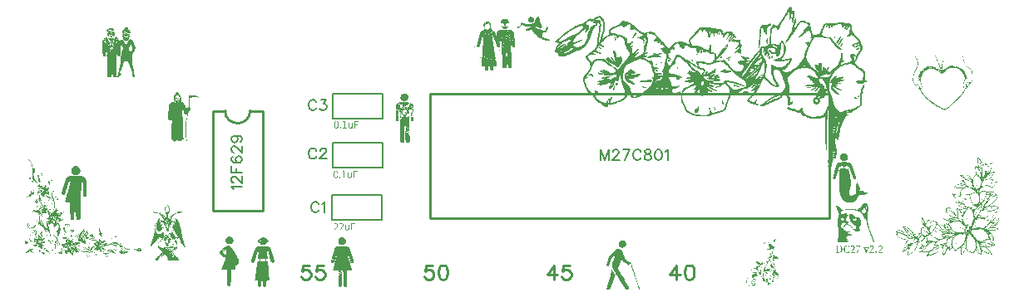
<source format=gto>
G04 Layer: TopSilkLayer*
G04 EasyEDA v6.3.22, 2020-04-08T11:48:21--7:00*
G04 247715d04a294634badd8a564075c606,8a10dd2cf1b84b9ab6f9dfecbfc888dd,10*
G04 Gerber Generator version 0.2*
G04 Scale: 100 percent, Rotated: No, Reflected: No *
G04 Dimensions in inches *
G04 leading zeros omitted , absolute positions ,2 integer and 4 decimal *
%FSLAX24Y24*%
%MOIN*%
G90*
G70D02*

%ADD10C,0.010000*%
%ADD21C,0.009000*%
%ADD22C,0.007900*%
%ADD23C,0.006000*%

%LPD*%

%LPD*%
G36*
G01X5982Y6330D02*
G01X5967Y6332D01*
G01X5951Y6330D01*
G01X5935Y6324D01*
G01X5915Y6310D01*
G01X5898Y6290D01*
G01X5884Y6265D01*
G01X5875Y6237D01*
G01X5869Y6207D01*
G01X5867Y6176D01*
G01X5870Y6147D01*
G01X5878Y6119D01*
G01X5882Y6108D01*
G01X5884Y6100D01*
G01X5884Y6094D01*
G01X5881Y6091D01*
G01X5880Y6086D01*
G01X5883Y6074D01*
G01X5888Y6058D01*
G01X5898Y6036D01*
G01X5911Y6004D01*
G01X5922Y5973D01*
G01X5931Y5941D01*
G01X5937Y5911D01*
G01X5941Y5882D01*
G01X5942Y5854D01*
G01X5940Y5829D01*
G01X5935Y5806D01*
G01X5928Y5792D01*
G01X5917Y5787D01*
G01X5905Y5789D01*
G01X5898Y5800D01*
G01X5891Y5822D01*
G01X5873Y5862D01*
G01X5863Y5881D01*
G01X5851Y5900D01*
G01X5839Y5917D01*
G01X5826Y5933D01*
G01X5811Y5949D01*
G01X5796Y5963D01*
G01X5781Y5976D01*
G01X5764Y5989D01*
G01X5746Y6001D01*
G01X5728Y6011D01*
G01X5709Y6021D01*
G01X5689Y6029D01*
G01X5669Y6036D01*
G01X5648Y6043D01*
G01X5627Y6048D01*
G01X5605Y6052D01*
G01X5582Y6055D01*
G01X5559Y6057D01*
G01X5511Y6057D01*
G01X5487Y6055D01*
G01X5459Y6052D01*
G01X5440Y6052D01*
G01X5427Y6055D01*
G01X5416Y6060D01*
G01X5403Y6066D01*
G01X5395Y6065D01*
G01X5394Y6059D01*
G01X5402Y6048D01*
G01X5421Y6033D01*
G01X5445Y6023D01*
G01X5479Y6015D01*
G01X5524Y6011D01*
G01X5547Y6009D01*
G01X5567Y6007D01*
G01X5584Y6004D01*
G01X5600Y6000D01*
G01X5616Y5995D01*
G01X5632Y5988D01*
G01X5651Y5978D01*
G01X5672Y5967D01*
G01X5689Y5955D01*
G01X5707Y5939D01*
G01X5726Y5919D01*
G01X5745Y5896D01*
G01X5763Y5871D01*
G01X5780Y5846D01*
G01X5795Y5821D01*
G01X5807Y5797D01*
G01X5817Y5775D01*
G01X5822Y5757D01*
G01X5823Y5743D01*
G01X5818Y5735D01*
G01X5814Y5732D01*
G01X5812Y5729D01*
G01X5812Y5727D01*
G01X5814Y5726D01*
G01X5817Y5726D01*
G01X5821Y5722D01*
G01X5822Y5720D01*
G01X5821Y5717D01*
G01X5819Y5715D01*
G01X5816Y5713D01*
G01X5808Y5713D01*
G01X5805Y5711D01*
G01X5803Y5710D01*
G01X5802Y5707D01*
G01X5799Y5705D01*
G01X5790Y5702D01*
G01X5778Y5699D01*
G01X5763Y5696D01*
G01X5724Y5689D01*
G01X5721Y5731D01*
G01X5718Y5752D01*
G01X5713Y5769D01*
G01X5705Y5782D01*
G01X5695Y5792D01*
G01X5684Y5799D01*
G01X5672Y5802D01*
G01X5659Y5802D01*
G01X5646Y5799D01*
G01X5633Y5793D01*
G01X5620Y5784D01*
G01X5609Y5773D01*
G01X5598Y5759D01*
G01X5589Y5743D01*
G01X5583Y5725D01*
G01X5578Y5704D01*
G01X5577Y5682D01*
G01X5576Y5674D01*
G01X5573Y5663D01*
G01X5569Y5652D01*
G01X5559Y5630D01*
G01X5554Y5616D01*
G01X5550Y5601D01*
G01X5547Y5589D01*
G01X5543Y5570D01*
G01X5537Y5562D01*
G01X5531Y5565D01*
G01X5524Y5580D01*
G01X5515Y5598D01*
G01X5508Y5604D01*
G01X5505Y5598D01*
G01X5505Y5565D01*
G01X5503Y5555D01*
G01X5497Y5549D01*
G01X5486Y5544D01*
G01X5470Y5534D01*
G01X5462Y5521D01*
G01X5461Y5497D01*
G01X5464Y5458D01*
G01X5468Y5430D01*
G01X5471Y5407D01*
G01X5473Y5386D01*
G01X5474Y5369D01*
G01X5475Y5353D01*
G01X5474Y5337D01*
G01X5472Y5321D01*
G01X5469Y5304D01*
G01X5465Y5285D01*
G01X5459Y5263D01*
G01X5453Y5237D01*
G01X5444Y5206D01*
G01X5439Y5186D01*
G01X5433Y5165D01*
G01X5427Y5143D01*
G01X5420Y5121D01*
G01X5406Y5073D01*
G01X5390Y5023D01*
G01X5372Y4969D01*
G01X5363Y4940D01*
G01X5353Y4911D01*
G01X5343Y4881D01*
G01X5333Y4850D01*
G01X5322Y4818D01*
G01X5310Y4785D01*
G01X5299Y4749D01*
G01X5289Y4709D01*
G01X5282Y4676D01*
G01X5282Y4660D01*
G01X5290Y4661D01*
G01X5303Y4670D01*
G01X5317Y4684D01*
G01X5328Y4701D01*
G01X5335Y4713D01*
G01X5341Y4719D01*
G01X5347Y4722D01*
G01X5354Y4722D01*
G01X5361Y4721D01*
G01X5367Y4724D01*
G01X5373Y4729D01*
G01X5379Y4738D01*
G01X5384Y4746D01*
G01X5390Y4753D01*
G01X5395Y4757D01*
G01X5400Y4759D01*
G01X5414Y4771D01*
G01X5436Y4800D01*
G01X5455Y4831D01*
G01X5464Y4852D01*
G01X5465Y4857D01*
G01X5467Y4863D01*
G01X5470Y4869D01*
G01X5474Y4875D01*
G01X5479Y4882D01*
G01X5482Y4883D01*
G01X5483Y4878D01*
G01X5484Y4866D01*
G01X5487Y4852D01*
G01X5496Y4850D01*
G01X5508Y4861D01*
G01X5524Y4883D01*
G01X5536Y4901D01*
G01X5545Y4911D01*
G01X5552Y4914D01*
G01X5557Y4911D01*
G01X5560Y4909D01*
G01X5564Y4910D01*
G01X5569Y4913D01*
G01X5579Y4925D01*
G01X5582Y4930D01*
G01X5581Y4934D01*
G01X5578Y4936D01*
G01X5575Y4937D01*
G01X5573Y4940D01*
G01X5573Y4942D01*
G01X5574Y4945D01*
G01X5575Y4947D01*
G01X5574Y4949D01*
G01X5573Y4950D01*
G01X5570Y4951D01*
G01X5568Y4952D01*
G01X5565Y4954D01*
G01X5564Y4957D01*
G01X5563Y4961D01*
G01X5564Y4966D01*
G01X5566Y4968D01*
G01X5569Y4969D01*
G01X5577Y4967D01*
G01X5581Y4968D01*
G01X5585Y4970D01*
G01X5590Y4975D01*
G01X5592Y4975D01*
G01X5594Y4972D01*
G01X5597Y4967D01*
G01X5599Y4962D01*
G01X5602Y4961D01*
G01X5605Y4967D01*
G01X5609Y4979D01*
G01X5614Y4991D01*
G01X5618Y4998D01*
G01X5624Y5001D01*
G01X5631Y5002D01*
G01X5637Y5002D01*
G01X5642Y5003D01*
G01X5648Y5009D01*
G01X5648Y5012D01*
G01X5647Y5015D01*
G01X5644Y5017D01*
G01X5635Y5017D01*
G01X5633Y5020D01*
G01X5634Y5024D01*
G01X5638Y5030D01*
G01X5642Y5037D01*
G01X5645Y5039D01*
G01X5648Y5038D01*
G01X5650Y5033D01*
G01X5654Y5028D01*
G01X5661Y5031D01*
G01X5667Y5042D01*
G01X5673Y5059D01*
G01X5679Y5073D01*
G01X5686Y5073D01*
G01X5695Y5060D01*
G01X5705Y5035D01*
G01X5714Y5012D01*
G01X5723Y5000D01*
G01X5732Y4999D01*
G01X5739Y5009D01*
G01X5742Y5014D01*
G01X5744Y5014D01*
G01X5746Y5010D01*
G01X5749Y5001D01*
G01X5751Y4992D01*
G01X5754Y4986D01*
G01X5759Y4982D01*
G01X5772Y4980D01*
G01X5775Y4976D01*
G01X5774Y4972D01*
G01X5767Y4968D01*
G01X5762Y4966D01*
G01X5754Y4965D01*
G01X5734Y4961D01*
G01X5713Y4955D01*
G01X5697Y4944D01*
G01X5685Y4928D01*
G01X5676Y4907D01*
G01X5671Y4894D01*
G01X5663Y4882D01*
G01X5652Y4870D01*
G01X5638Y4857D01*
G01X5624Y4845D01*
G01X5612Y4830D01*
G01X5603Y4815D01*
G01X5595Y4798D01*
G01X5590Y4780D01*
G01X5588Y4761D01*
G01X5587Y4742D01*
G01X5588Y4721D01*
G01X5591Y4701D01*
G01X5596Y4679D01*
G01X5604Y4658D01*
G01X5612Y4636D01*
G01X5623Y4615D01*
G01X5636Y4594D01*
G01X5650Y4573D01*
G01X5666Y4553D01*
G01X5683Y4534D01*
G01X5703Y4516D01*
G01X5723Y4499D01*
G01X5745Y4482D01*
G01X5789Y4453D01*
G01X5775Y4434D01*
G01X5768Y4425D01*
G01X5758Y4418D01*
G01X5748Y4412D01*
G01X5736Y4407D01*
G01X5718Y4401D01*
G01X5706Y4394D01*
G01X5698Y4382D01*
G01X5693Y4367D01*
G01X5688Y4357D01*
G01X5678Y4346D01*
G01X5664Y4334D01*
G01X5644Y4319D01*
G01X5622Y4303D01*
G01X5598Y4283D01*
G01X5575Y4262D01*
G01X5553Y4240D01*
G01X5532Y4218D01*
G01X5513Y4196D01*
G01X5498Y4176D01*
G01X5488Y4159D01*
G01X5470Y4126D01*
G01X5525Y4124D01*
G01X5571Y4124D01*
G01X5611Y4129D01*
G01X5637Y4137D01*
G01X5645Y4146D01*
G01X5643Y4149D01*
G01X5640Y4151D01*
G01X5636Y4152D01*
G01X5632Y4151D01*
G01X5626Y4150D01*
G01X5624Y4153D01*
G01X5626Y4161D01*
G01X5633Y4171D01*
G01X5636Y4177D01*
G01X5638Y4183D01*
G01X5639Y4189D01*
G01X5638Y4194D01*
G01X5637Y4198D01*
G01X5637Y4200D01*
G01X5639Y4201D01*
G01X5646Y4198D01*
G01X5648Y4198D01*
G01X5649Y4200D01*
G01X5649Y4203D01*
G01X5650Y4219D01*
G01X5656Y4234D01*
G01X5667Y4248D01*
G01X5680Y4259D01*
G01X5694Y4266D01*
G01X5709Y4269D01*
G01X5721Y4266D01*
G01X5731Y4257D01*
G01X5738Y4250D01*
G01X5744Y4250D01*
G01X5752Y4259D01*
G01X5761Y4277D01*
G01X5774Y4295D01*
G01X5794Y4309D01*
G01X5819Y4320D01*
G01X5846Y4326D01*
G01X5872Y4329D01*
G01X5894Y4326D01*
G01X5909Y4318D01*
G01X5915Y4304D01*
G01X5915Y4297D01*
G01X5918Y4292D01*
G01X5922Y4289D01*
G01X5928Y4288D01*
G01X5937Y4286D01*
G01X5941Y4279D01*
G01X5940Y4272D01*
G01X5933Y4266D01*
G01X5931Y4265D01*
G01X5931Y4263D01*
G01X5934Y4263D01*
G01X5939Y4262D01*
G01X5945Y4261D01*
G01X5950Y4260D01*
G01X5953Y4258D01*
G01X5954Y4256D01*
G01X5953Y4253D01*
G01X5950Y4250D01*
G01X5945Y4247D01*
G01X5939Y4243D01*
G01X5932Y4239D01*
G01X5930Y4237D01*
G01X5934Y4236D01*
G01X5946Y4236D01*
G01X5970Y4225D01*
G01X5983Y4202D01*
G01X5983Y4180D01*
G01X5965Y4169D01*
G01X5964Y4168D01*
G01X5965Y4166D01*
G01X5970Y4163D01*
G01X5977Y4160D01*
G01X5997Y4152D01*
G01X5970Y4139D01*
G01X5944Y4126D01*
G01X6087Y4121D01*
G01X6113Y4120D01*
G01X6142Y4120D01*
G01X6172Y4119D01*
G01X6264Y4119D01*
G01X6294Y4120D01*
G01X6351Y4120D01*
G01X6376Y4121D01*
G01X6399Y4122D01*
G01X6419Y4123D01*
G01X6435Y4124D01*
G01X6448Y4125D01*
G01X6455Y4126D01*
G01X6458Y4127D01*
G01X6455Y4136D01*
G01X6448Y4150D01*
G01X6437Y4166D01*
G01X6422Y4185D01*
G01X6405Y4206D01*
G01X6386Y4228D01*
G01X6365Y4250D01*
G01X6345Y4271D01*
G01X6325Y4290D01*
G01X6305Y4308D01*
G01X6288Y4322D01*
G01X6272Y4333D01*
G01X6262Y4341D01*
G01X6251Y4352D01*
G01X6241Y4365D01*
G01X6233Y4379D01*
G01X6226Y4392D01*
G01X6219Y4404D01*
G01X6209Y4419D01*
G01X6198Y4432D01*
G01X6186Y4451D01*
G01X6177Y4468D01*
G01X6174Y4476D01*
G01X6179Y4478D01*
G01X6190Y4482D01*
G01X6206Y4487D01*
G01X6226Y4494D01*
G01X6251Y4503D01*
G01X6267Y4511D01*
G01X6278Y4520D01*
G01X6292Y4540D01*
G01X6302Y4553D01*
G01X6314Y4568D01*
G01X6328Y4582D01*
G01X6349Y4606D01*
G01X6365Y4630D01*
G01X6375Y4653D01*
G01X6379Y4674D01*
G01X6379Y4696D01*
G01X6377Y4726D01*
G01X6375Y4759D01*
G01X6372Y4795D01*
G01X6369Y4828D01*
G01X6365Y4858D01*
G01X6362Y4879D01*
G01X6359Y4890D01*
G01X6343Y4909D01*
G01X6316Y4932D01*
G01X6287Y4952D01*
G01X6265Y4962D01*
G01X6251Y4967D01*
G01X6246Y4974D01*
G01X6251Y4981D01*
G01X6264Y4985D01*
G01X6273Y4987D01*
G01X6279Y4990D01*
G01X6283Y4996D01*
G01X6285Y5003D01*
G01X6286Y5011D01*
G01X6288Y5014D01*
G01X6292Y5013D01*
G01X6299Y5007D01*
G01X6307Y5001D01*
G01X6310Y5000D01*
G01X6312Y5005D01*
G01X6312Y5016D01*
G01X6321Y5028D01*
G01X6342Y5020D01*
G01X6366Y4999D01*
G01X6382Y4970D01*
G01X6387Y4959D01*
G01X6393Y4957D01*
G01X6396Y4963D01*
G01X6395Y4976D01*
G01X6387Y4994D01*
G01X6373Y5013D01*
G01X6353Y5030D01*
G01X6331Y5044D01*
G01X6311Y5057D01*
G01X6293Y5076D01*
G01X6277Y5098D01*
G01X6264Y5124D01*
G01X6257Y5136D01*
G01X6247Y5153D01*
G01X6234Y5172D01*
G01X6219Y5190D01*
G01X6199Y5216D01*
G01X6184Y5239D01*
G01X6175Y5258D01*
G01X6170Y5273D01*
G01X6170Y5285D01*
G01X6176Y5293D01*
G01X6186Y5297D01*
G01X6202Y5297D01*
G01X6214Y5296D01*
G01X6222Y5297D01*
G01X6227Y5300D01*
G01X6230Y5305D01*
G01X6234Y5309D01*
G01X6241Y5308D01*
G01X6250Y5300D01*
G01X6259Y5288D01*
G01X6269Y5272D01*
G01X6279Y5253D01*
G01X6288Y5232D01*
G01X6296Y5209D01*
G01X6300Y5201D01*
G01X6308Y5189D01*
G01X6319Y5176D01*
G01X6331Y5163D01*
G01X6345Y5147D01*
G01X6361Y5127D01*
G01X6375Y5105D01*
G01X6388Y5083D01*
G01X6412Y5038D01*
G01X6431Y5012D01*
G01X6450Y4998D01*
G01X6477Y4988D01*
G01X6506Y4978D01*
G01X6520Y4971D01*
G01X6517Y4966D01*
G01X6498Y4964D01*
G01X6487Y4963D01*
G01X6480Y4962D01*
G01X6475Y4960D01*
G01X6474Y4958D01*
G01X6475Y4955D01*
G01X6474Y4953D01*
G01X6473Y4950D01*
G01X6468Y4947D01*
G01X6468Y4946D01*
G01X6471Y4945D01*
G01X6476Y4945D01*
G01X6483Y4944D01*
G01X6488Y4941D01*
G01X6492Y4937D01*
G01X6495Y4932D01*
G01X6498Y4925D01*
G01X6503Y4913D01*
G01X6510Y4898D01*
G01X6518Y4881D01*
G01X6529Y4859D01*
G01X6529Y4853D01*
G01X6518Y4864D01*
G01X6496Y4892D01*
G01X6490Y4898D01*
G01X6493Y4890D01*
G01X6502Y4873D01*
G01X6516Y4851D01*
G01X6521Y4843D01*
G01X6522Y4841D01*
G01X6517Y4844D01*
G01X6506Y4854D01*
G01X6487Y4870D01*
G01X6486Y4866D01*
G01X6500Y4847D01*
G01X6528Y4818D01*
G01X6546Y4799D01*
G01X6562Y4779D01*
G01X6574Y4761D01*
G01X6582Y4747D01*
G01X6592Y4726D01*
G01X6604Y4713D01*
G01X6615Y4708D01*
G01X6624Y4713D01*
G01X6627Y4717D01*
G01X6629Y4718D01*
G01X6630Y4716D01*
G01X6630Y4711D01*
G01X6634Y4697D01*
G01X6643Y4677D01*
G01X6656Y4656D01*
G01X6669Y4638D01*
G01X6683Y4626D01*
G01X6688Y4636D01*
G01X6683Y4665D01*
G01X6669Y4710D01*
G01X6663Y4728D01*
G01X6653Y4766D01*
G01X6650Y4782D01*
G01X6648Y4796D01*
G01X6645Y4811D01*
G01X6641Y4825D01*
G01X6638Y4835D01*
G01X6630Y4863D01*
G01X6620Y4901D01*
G01X6611Y4941D01*
G01X6603Y4977D01*
G01X6599Y4994D01*
G01X6594Y5014D01*
G01X6581Y5053D01*
G01X6567Y5091D01*
G01X6559Y5120D01*
G01X6555Y5142D01*
G01X6556Y5161D01*
G01X6557Y5171D01*
G01X6556Y5178D01*
G01X6553Y5184D01*
G01X6549Y5186D01*
G01X6544Y5189D01*
G01X6542Y5193D01*
G01X6542Y5198D01*
G01X6544Y5205D01*
G01X6545Y5213D01*
G01X6544Y5226D01*
G01X6542Y5243D01*
G01X6539Y5264D01*
G01X6534Y5288D01*
G01X6528Y5313D01*
G01X6522Y5339D01*
G01X6515Y5365D01*
G01X6506Y5394D01*
G01X6498Y5422D01*
G01X6491Y5449D01*
G01X6484Y5474D01*
G01X6478Y5497D01*
G01X6472Y5516D01*
G01X6458Y5572D01*
G01X6450Y5599D01*
G01X6441Y5625D01*
G01X6431Y5650D01*
G01X6420Y5674D01*
G01X6409Y5696D01*
G01X6398Y5716D01*
G01X6386Y5735D01*
G01X6374Y5753D01*
G01X6362Y5768D01*
G01X6351Y5782D01*
G01X6339Y5793D01*
G01X6327Y5803D01*
G01X6316Y5810D01*
G01X6306Y5815D01*
G01X6296Y5817D01*
G01X6287Y5817D01*
G01X6278Y5815D01*
G01X6271Y5809D01*
G01X6265Y5801D01*
G01X6259Y5789D01*
G01X6256Y5775D01*
G01X6253Y5757D01*
G01X6253Y5737D01*
G01X6251Y5717D01*
G01X6248Y5694D01*
G01X6243Y5670D01*
G01X6236Y5647D01*
G01X6230Y5625D01*
G01X6223Y5601D01*
G01X6217Y5578D01*
G01X6213Y5561D01*
G01X6206Y5535D01*
G01X6197Y5513D01*
G01X6186Y5494D01*
G01X6174Y5478D01*
G01X6160Y5466D01*
G01X6146Y5458D01*
G01X6131Y5453D01*
G01X6116Y5453D01*
G01X6102Y5457D01*
G01X6088Y5466D01*
G01X6076Y5479D01*
G01X6066Y5498D01*
G01X6064Y5512D01*
G01X6069Y5527D01*
G01X6078Y5536D01*
G01X6088Y5537D01*
G01X6090Y5536D01*
G01X6092Y5538D01*
G01X6094Y5542D01*
G01X6094Y5547D01*
G01X6097Y5567D01*
G01X6100Y5577D01*
G01X6105Y5576D01*
G01X6110Y5563D01*
G01X6116Y5555D01*
G01X6121Y5569D01*
G01X6124Y5595D01*
G01X6122Y5625D01*
G01X6119Y5653D01*
G01X6148Y5649D01*
G01X6179Y5650D01*
G01X6210Y5659D01*
G01X6232Y5670D01*
G01X6233Y5680D01*
G01X6228Y5682D01*
G01X6222Y5684D01*
G01X6215Y5686D01*
G01X6209Y5686D01*
G01X6185Y5688D01*
G01X6165Y5692D01*
G01X6149Y5698D01*
G01X6136Y5707D01*
G01X6127Y5718D01*
G01X6122Y5732D01*
G01X6121Y5748D01*
G01X6124Y5767D01*
G01X6131Y5788D01*
G01X6141Y5811D01*
G01X6155Y5837D01*
G01X6173Y5865D01*
G01X6177Y5871D01*
G01X6182Y5878D01*
G01X6194Y5897D01*
G01X6200Y5905D01*
G01X6207Y5913D01*
G01X6214Y5919D01*
G01X6220Y5922D01*
G01X6225Y5924D01*
G01X6229Y5927D01*
G01X6232Y5931D01*
G01X6233Y5934D01*
G01X6238Y5945D01*
G01X6252Y5957D01*
G01X6273Y5970D01*
G01X6299Y5982D01*
G01X6328Y5994D01*
G01X6358Y6003D01*
G01X6386Y6009D01*
G01X6412Y6011D01*
G01X6448Y6014D01*
G01X6483Y6023D01*
G01X6514Y6036D01*
G01X6542Y6055D01*
G01X6562Y6072D01*
G01X6567Y6080D01*
G01X6558Y6080D01*
G01X6534Y6070D01*
G01X6516Y6063D01*
G01X6498Y6059D01*
G01X6477Y6059D01*
G01X6447Y6061D01*
G01X6424Y6062D01*
G01X6402Y6062D01*
G01X6380Y6061D01*
G01X6358Y6059D01*
G01X6337Y6057D01*
G01X6297Y6047D01*
G01X6277Y6041D01*
G01X6258Y6034D01*
G01X6222Y6016D01*
G01X6188Y5994D01*
G01X6172Y5982D01*
G01X6156Y5968D01*
G01X6141Y5954D01*
G01X6126Y5938D01*
G01X6113Y5922D01*
G01X6099Y5904D01*
G01X6087Y5886D01*
G01X6075Y5867D01*
G01X6053Y5825D01*
G01X6043Y5803D01*
G01X6036Y5788D01*
G01X6029Y5780D01*
G01X6023Y5780D01*
G01X6018Y5787D01*
G01X6014Y5801D01*
G01X6011Y5822D01*
G01X6009Y5851D01*
G01X6008Y5885D01*
G01X6008Y5913D01*
G01X6010Y5938D01*
G01X6012Y5961D01*
G01X6016Y5982D01*
G01X6021Y6002D01*
G01X6027Y6020D01*
G01X6035Y6038D01*
G01X6053Y6072D01*
G01X6057Y6080D01*
G01X6055Y6083D01*
G01X6041Y6079D01*
G01X6038Y6081D01*
G01X6041Y6089D01*
G01X6049Y6105D01*
G01X6058Y6126D01*
G01X6063Y6147D01*
G01X6066Y6169D01*
G01X6066Y6191D01*
G01X6064Y6213D01*
G01X6060Y6234D01*
G01X6053Y6253D01*
G01X6045Y6272D01*
G01X6035Y6288D01*
G01X6024Y6303D01*
G01X6011Y6315D01*
G01X5997Y6324D01*
G01X5982Y6330D01*
G37*

%LPC*%
G36*
G01X6181Y4286D02*
G01X6178Y4288D01*
G01X6174Y4282D01*
G01X6176Y4266D01*
G01X6182Y4249D01*
G01X6191Y4237D01*
G01X6201Y4231D01*
G01X6205Y4234D01*
G01X6203Y4244D01*
G01X6196Y4261D01*
G01X6191Y4272D01*
G01X6186Y4280D01*
G01X6181Y4286D01*
G37*
G36*
G01X6210Y4326D02*
G01X6205Y4328D01*
G01X6201Y4320D01*
G01X6202Y4304D01*
G01X6210Y4276D01*
G01X6221Y4257D01*
G01X6233Y4250D01*
G01X6242Y4260D01*
G01X6248Y4293D01*
G01X6248Y4317D01*
G01X6244Y4325D01*
G01X6235Y4311D01*
G01X6231Y4304D01*
G01X6225Y4302D01*
G01X6220Y4305D01*
G01X6216Y4315D01*
G01X6210Y4326D01*
G37*
G36*
G01X5740Y4355D02*
G01X5733Y4361D01*
G01X5725Y4356D01*
G01X5716Y4340D01*
G01X5711Y4317D01*
G01X5709Y4297D01*
G01X5712Y4282D01*
G01X5718Y4279D01*
G01X5727Y4286D01*
G01X5735Y4300D01*
G01X5740Y4318D01*
G01X5742Y4338D01*
G01X5740Y4355D01*
G37*
G36*
G01X5771Y4392D02*
G01X5764Y4392D01*
G01X5762Y4385D01*
G01X5763Y4369D01*
G01X5769Y4351D01*
G01X5778Y4343D01*
G01X5788Y4347D01*
G01X5796Y4363D01*
G01X5798Y4373D01*
G01X5797Y4379D01*
G01X5793Y4384D01*
G01X5784Y4388D01*
G01X5771Y4392D01*
G37*
G36*
G01X6154Y4436D02*
G01X6146Y4440D01*
G01X6141Y4437D01*
G01X6140Y4428D01*
G01X6141Y4422D01*
G01X6144Y4416D01*
G01X6148Y4411D01*
G01X6154Y4407D01*
G01X6161Y4403D01*
G01X6164Y4397D01*
G01X6165Y4389D01*
G01X6164Y4378D01*
G01X6162Y4361D01*
G01X6165Y4353D01*
G01X6173Y4353D01*
G01X6186Y4361D01*
G01X6195Y4371D01*
G01X6195Y4384D01*
G01X6185Y4401D01*
G01X6164Y4426D01*
G01X6154Y4436D01*
G37*
G36*
G01X5983Y4420D02*
G01X5953Y4420D01*
G01X5925Y4417D01*
G01X5902Y4414D01*
G01X5884Y4409D01*
G01X5874Y4403D01*
G01X5870Y4397D01*
G01X5871Y4395D01*
G01X5877Y4394D01*
G01X5891Y4397D01*
G01X5921Y4401D01*
G01X5947Y4404D01*
G01X5972Y4406D01*
G01X5994Y4406D01*
G01X6015Y4405D01*
G01X6035Y4402D01*
G01X6054Y4398D01*
G01X6073Y4392D01*
G01X6107Y4380D01*
G01X6124Y4375D01*
G01X6131Y4377D01*
G01X6129Y4384D01*
G01X6124Y4391D01*
G01X6114Y4397D01*
G01X6096Y4403D01*
G01X6067Y4411D01*
G01X6042Y4416D01*
G01X6013Y4419D01*
G01X5983Y4420D01*
G37*
G36*
G01X6091Y4616D02*
G01X6061Y4618D01*
G01X6037Y4617D01*
G01X6018Y4611D01*
G01X6000Y4603D01*
G01X5983Y4590D01*
G01X5964Y4574D01*
G01X5949Y4560D01*
G01X5933Y4545D01*
G01X5917Y4532D01*
G01X5903Y4520D01*
G01X5883Y4502D01*
G01X5875Y4489D01*
G01X5878Y4484D01*
G01X5894Y4490D01*
G01X5902Y4494D01*
G01X5909Y4500D01*
G01X5916Y4505D01*
G01X5921Y4511D01*
G01X5933Y4523D01*
G01X5948Y4536D01*
G01X5965Y4550D01*
G01X5983Y4563D01*
G01X6002Y4576D01*
G01X6020Y4588D01*
G01X6037Y4598D01*
G01X6052Y4605D01*
G01X6063Y4610D01*
G01X6071Y4611D01*
G01X6074Y4609D01*
G01X6071Y4601D01*
G01X6075Y4596D01*
G01X6089Y4591D01*
G01X6111Y4588D01*
G01X6136Y4586D01*
G01X6156Y4586D01*
G01X6133Y4570D01*
G01X6122Y4563D01*
G01X6110Y4557D01*
G01X6099Y4554D01*
G01X6087Y4553D01*
G01X6065Y4549D01*
G01X6041Y4538D01*
G01X6022Y4523D01*
G01X6014Y4510D01*
G01X6022Y4506D01*
G01X6044Y4503D01*
G01X6075Y4501D01*
G01X6111Y4500D01*
G01X6147Y4500D01*
G01X6180Y4501D01*
G01X6204Y4503D01*
G01X6216Y4506D01*
G01X6221Y4509D01*
G01X6228Y4512D01*
G01X6236Y4515D01*
G01X6246Y4518D01*
G01X6256Y4522D01*
G01X6263Y4526D01*
G01X6269Y4531D01*
G01X6271Y4536D01*
G01X6272Y4541D01*
G01X6271Y4544D01*
G01X6269Y4545D01*
G01X6265Y4543D01*
G01X6250Y4537D01*
G01X6230Y4534D01*
G01X6208Y4533D01*
G01X6187Y4536D01*
G01X6168Y4540D01*
G01X6155Y4546D01*
G01X6149Y4553D01*
G01X6152Y4561D01*
G01X6162Y4570D01*
G01X6177Y4575D01*
G01X6206Y4578D01*
G01X6258Y4579D01*
G01X6272Y4580D01*
G01X6279Y4582D01*
G01X6279Y4584D01*
G01X6272Y4587D01*
G01X6258Y4591D01*
G01X6237Y4595D01*
G01X6211Y4600D01*
G01X6178Y4605D01*
G01X6129Y4612D01*
G01X6091Y4616D01*
G37*
G36*
G01X6219Y4960D02*
G01X6204Y4961D01*
G01X6187Y4959D01*
G01X6169Y4955D01*
G01X6149Y4948D01*
G01X6129Y4938D01*
G01X6108Y4925D01*
G01X6086Y4910D01*
G01X6063Y4893D01*
G01X6037Y4873D01*
G01X6015Y4859D01*
G01X5994Y4850D01*
G01X5975Y4846D01*
G01X5957Y4848D01*
G01X5938Y4855D01*
G01X5918Y4867D01*
G01X5895Y4884D01*
G01X5876Y4900D01*
G01X5857Y4914D01*
G01X5841Y4924D01*
G01X5830Y4928D01*
G01X5821Y4930D01*
G01X5801Y4936D01*
G01X5771Y4942D01*
G01X5760Y4942D01*
G01X5751Y4941D01*
G01X5732Y4937D01*
G01X5749Y4947D01*
G01X5765Y4958D01*
G01X5742Y4954D01*
G01X5722Y4948D01*
G01X5706Y4941D01*
G01X5695Y4932D01*
G01X5690Y4923D01*
G01X5690Y4914D01*
G01X5695Y4908D01*
G01X5707Y4903D01*
G01X5735Y4903D01*
G01X5736Y4901D01*
G01X5728Y4897D01*
G01X5711Y4888D01*
G01X5685Y4875D01*
G01X5662Y4861D01*
G01X5642Y4847D01*
G01X5626Y4832D01*
G01X5613Y4817D01*
G01X5603Y4802D01*
G01X5596Y4786D01*
G01X5593Y4771D01*
G01X5593Y4755D01*
G01X5596Y4740D01*
G01X5603Y4725D01*
G01X5613Y4709D01*
G01X5626Y4695D01*
G01X5643Y4681D01*
G01X5663Y4667D01*
G01X5686Y4654D01*
G01X5724Y4635D01*
G01X5753Y4621D01*
G01X5775Y4611D01*
G01X5793Y4604D01*
G01X5808Y4600D01*
G01X5824Y4597D01*
G01X5842Y4596D01*
G01X5866Y4595D01*
G01X5932Y4591D01*
G01X5960Y4616D01*
G01X5981Y4637D01*
G01X5995Y4657D01*
G01X6004Y4675D01*
G01X6007Y4692D01*
G01X6006Y4703D01*
G01X6001Y4704D01*
G01X5993Y4695D01*
G01X5981Y4676D01*
G01X5968Y4654D01*
G01X5951Y4636D01*
G01X5932Y4622D01*
G01X5912Y4611D01*
G01X5892Y4604D01*
G01X5872Y4602D01*
G01X5852Y4605D01*
G01X5835Y4613D01*
G01X5829Y4621D01*
G01X5837Y4627D01*
G01X5857Y4630D01*
G01X5888Y4628D01*
G01X5909Y4626D01*
G01X5922Y4626D01*
G01X5927Y4629D01*
G01X5926Y4634D01*
G01X5926Y4640D01*
G01X5927Y4647D01*
G01X5930Y4655D01*
G01X5935Y4663D01*
G01X5944Y4678D01*
G01X5946Y4687D01*
G01X5941Y4693D01*
G01X5928Y4699D01*
G01X5919Y4704D01*
G01X5907Y4713D01*
G01X5894Y4723D01*
G01X5864Y4753D01*
G01X5845Y4773D01*
G01X5826Y4791D01*
G01X5808Y4809D01*
G01X5791Y4824D01*
G01X5776Y4836D01*
G01X5764Y4846D01*
G01X5756Y4851D01*
G01X5750Y4855D01*
G01X5746Y4859D01*
G01X5745Y4861D01*
G01X5747Y4863D01*
G01X5754Y4863D01*
G01X5763Y4860D01*
G01X5775Y4854D01*
G01X5790Y4845D01*
G01X5806Y4833D01*
G01X5824Y4819D01*
G01X5844Y4801D01*
G01X5865Y4782D01*
G01X5905Y4745D01*
G01X5935Y4721D01*
G01X5954Y4709D01*
G01X5961Y4712D01*
G01X5959Y4717D01*
G01X5954Y4724D01*
G01X5946Y4733D01*
G01X5936Y4743D01*
G01X5911Y4766D01*
G01X5933Y4762D01*
G01X5952Y4762D01*
G01X5969Y4767D01*
G01X5982Y4776D01*
G01X5987Y4788D01*
G01X5986Y4791D01*
G01X5981Y4793D01*
G01X5970Y4792D01*
G01X5954Y4789D01*
G01X5920Y4782D01*
G01X5868Y4836D01*
G01X5847Y4858D01*
G01X5819Y4893D01*
G01X5815Y4902D01*
G01X5818Y4905D01*
G01X5824Y4903D01*
G01X5835Y4893D01*
G01X5851Y4876D01*
G01X5865Y4861D01*
G01X5877Y4850D01*
G01X5885Y4844D01*
G01X5889Y4844D01*
G01X5892Y4847D01*
G01X5900Y4846D01*
G01X5912Y4842D01*
G01X5929Y4835D01*
G01X5966Y4818D01*
G01X6061Y4864D01*
G01X6098Y4882D01*
G01X6129Y4896D01*
G01X6150Y4905D01*
G01X6159Y4908D01*
G01X6158Y4899D01*
G01X6147Y4886D01*
G01X6131Y4873D01*
G01X6114Y4864D01*
G01X6096Y4857D01*
G01X6079Y4847D01*
G01X6062Y4834D01*
G01X6047Y4821D01*
G01X6034Y4806D01*
G01X6023Y4790D01*
G01X6016Y4776D01*
G01X6014Y4763D01*
G01X6016Y4735D01*
G01X6025Y4724D01*
G01X6049Y4728D01*
G01X6094Y4745D01*
G01X6123Y4756D01*
G01X6149Y4765D01*
G01X6172Y4772D01*
G01X6192Y4776D01*
G01X6208Y4778D01*
G01X6221Y4777D01*
G01X6230Y4774D01*
G01X6237Y4768D01*
G01X6244Y4757D01*
G01X6241Y4750D01*
G01X6226Y4748D01*
G01X6195Y4748D01*
G01X6176Y4747D01*
G01X6156Y4744D01*
G01X6136Y4739D01*
G01X6116Y4733D01*
G01X6097Y4725D01*
G01X6078Y4716D01*
G01X6061Y4707D01*
G01X6045Y4697D01*
G01X6031Y4686D01*
G01X6019Y4676D01*
G01X6010Y4667D01*
G01X6005Y4657D01*
G01X6003Y4649D01*
G01X6006Y4642D01*
G01X6013Y4636D01*
G01X6024Y4632D01*
G01X6044Y4630D01*
G01X6058Y4632D01*
G01X6064Y4637D01*
G01X6055Y4642D01*
G01X6045Y4649D01*
G01X6049Y4658D01*
G01X6067Y4668D01*
G01X6098Y4679D01*
G01X6138Y4689D01*
G01X6168Y4692D01*
G01X6191Y4688D01*
G01X6209Y4676D01*
G01X6218Y4665D01*
G01X6220Y4659D01*
G01X6214Y4654D01*
G01X6197Y4650D01*
G01X6185Y4645D01*
G01X6182Y4638D01*
G01X6188Y4631D01*
G01X6203Y4625D01*
G01X6213Y4623D01*
G01X6220Y4623D01*
G01X6226Y4626D01*
G01X6231Y4630D01*
G01X6236Y4635D01*
G01X6241Y4638D01*
G01X6249Y4637D01*
G01X6260Y4634D01*
G01X6284Y4627D01*
G01X6300Y4626D01*
G01X6307Y4630D01*
G01X6302Y4639D01*
G01X6296Y4647D01*
G01X6294Y4651D01*
G01X6299Y4652D01*
G01X6310Y4653D01*
G01X6324Y4654D01*
G01X6336Y4659D01*
G01X6345Y4667D01*
G01X6351Y4677D01*
G01X6355Y4690D01*
G01X6357Y4704D01*
G01X6356Y4720D01*
G01X6353Y4738D01*
G01X6347Y4757D01*
G01X6340Y4776D01*
G01X6330Y4797D01*
G01X6319Y4817D01*
G01X6305Y4837D01*
G01X6290Y4857D01*
G01X6273Y4877D01*
G01X6254Y4896D01*
G01X6230Y4919D01*
G01X6222Y4932D01*
G01X6231Y4936D01*
G01X6256Y4928D01*
G01X6268Y4924D01*
G01X6279Y4921D01*
G01X6288Y4919D01*
G01X6293Y4919D01*
G01X6295Y4926D01*
G01X6286Y4936D01*
G01X6270Y4947D01*
G01X6253Y4953D01*
G01X6235Y4957D01*
G01X6226Y4958D01*
G01X6219Y4960D01*
G37*
G36*
G01X6059Y5126D02*
G01X6053Y5129D01*
G01X6044Y5128D01*
G01X6031Y5124D01*
G01X6024Y5121D01*
G01X6022Y5119D01*
G01X6025Y5117D01*
G01X6033Y5115D01*
G01X6043Y5109D01*
G01X6052Y5097D01*
G01X6056Y5084D01*
G01X6055Y5071D01*
G01X6053Y5069D01*
G01X6050Y5070D01*
G01X6047Y5075D01*
G01X6043Y5083D01*
G01X6036Y5096D01*
G01X6029Y5102D01*
G01X6020Y5102D01*
G01X6007Y5096D01*
G01X5996Y5087D01*
G01X5994Y5076D01*
G01X6001Y5067D01*
G01X6017Y5061D01*
G01X6036Y5055D01*
G01X6042Y5049D01*
G01X6037Y5038D01*
G01X6019Y5022D01*
G01X5995Y5003D01*
G01X5983Y4998D01*
G01X5979Y5006D01*
G01X5979Y5055D01*
G01X5977Y5056D01*
G01X5975Y5050D01*
G01X5972Y5042D01*
G01X5970Y5032D01*
G01X5968Y5012D01*
G01X5967Y5001D01*
G01X5962Y4991D01*
G01X5955Y4980D01*
G01X5944Y4969D01*
G01X5921Y4941D01*
G01X5913Y4912D01*
G01X5920Y4886D01*
G01X5942Y4862D01*
G01X5967Y4850D01*
G01X5983Y4853D01*
G01X5991Y4872D01*
G01X5990Y4909D01*
G01X5985Y4953D01*
G01X5973Y4937D01*
G01X5966Y4928D01*
G01X5963Y4918D01*
G01X5962Y4906D01*
G01X5963Y4890D01*
G01X5964Y4873D01*
G01X5963Y4865D01*
G01X5960Y4863D01*
G01X5953Y4865D01*
G01X5938Y4876D01*
G01X5928Y4890D01*
G01X5923Y4904D01*
G01X5923Y4920D01*
G01X5928Y4936D01*
G01X5937Y4950D01*
G01X5951Y4963D01*
G01X5970Y4974D01*
G01X5994Y4988D01*
G01X6018Y5007D01*
G01X6040Y5029D01*
G01X6058Y5054D01*
G01X6063Y5061D01*
G01X6065Y5062D01*
G01X6066Y5059D01*
G01X6067Y5050D01*
G01X6068Y5042D01*
G01X6071Y5035D01*
G01X6076Y5028D01*
G01X6084Y5024D01*
G01X6092Y5018D01*
G01X6101Y5009D01*
G01X6110Y4998D01*
G01X6119Y4986D01*
G01X6131Y4969D01*
G01X6142Y4960D01*
G01X6153Y4958D01*
G01X6164Y4963D01*
G01X6168Y4969D01*
G01X6167Y4980D01*
G01X6161Y4993D01*
G01X6152Y5009D01*
G01X6139Y5025D01*
G01X6125Y5041D01*
G01X6109Y5055D01*
G01X6092Y5068D01*
G01X6082Y5075D01*
G01X6074Y5082D01*
G01X6069Y5090D01*
G01X6067Y5096D01*
G01X6067Y5102D01*
G01X6065Y5114D01*
G01X6063Y5119D01*
G01X6059Y5126D01*
G37*
G36*
G01X5869Y5062D02*
G01X5855Y5063D01*
G01X5833Y5044D01*
G01X5805Y5007D01*
G01X5790Y4982D01*
G01X5784Y4964D01*
G01X5787Y4951D01*
G01X5799Y4944D01*
G01X5807Y4943D01*
G01X5814Y4947D01*
G01X5821Y4959D01*
G01X5832Y4981D01*
G01X5841Y4998D01*
G01X5849Y5011D01*
G01X5857Y5022D01*
G01X5863Y5026D01*
G01X5868Y5028D01*
G01X5874Y5036D01*
G01X5875Y5041D01*
G01X5869Y5062D01*
G37*
G36*
G01X5948Y5090D02*
G01X5926Y5096D01*
G01X5904Y5092D01*
G01X5895Y5081D01*
G01X5897Y5068D01*
G01X5902Y5059D01*
G01X5908Y5055D01*
G01X5915Y5057D01*
G01X5920Y5059D01*
G01X5927Y5061D01*
G01X5935Y5063D01*
G01X5943Y5063D01*
G01X5953Y5064D01*
G01X5958Y5066D01*
G01X5960Y5071D01*
G01X5960Y5078D01*
G01X5948Y5090D01*
G37*
G36*
G01X5516Y5580D02*
G01X5513Y5584D01*
G01X5512Y5583D01*
G01X5512Y5578D01*
G01X5513Y5567D01*
G01X5515Y5555D01*
G01X5517Y5540D01*
G01X5518Y5524D01*
G01X5520Y5507D01*
G01X5523Y5471D01*
G01X5515Y5499D01*
G01X5507Y5521D01*
G01X5501Y5531D01*
G01X5499Y5528D01*
G01X5500Y5510D01*
G01X5502Y5495D01*
G01X5501Y5486D01*
G01X5497Y5479D01*
G01X5488Y5472D01*
G01X5478Y5463D01*
G01X5473Y5451D01*
G01X5473Y5440D01*
G01X5479Y5430D01*
G01X5481Y5427D01*
G01X5482Y5422D01*
G01X5483Y5415D01*
G01X5484Y5407D01*
G01X5486Y5384D01*
G01X5492Y5356D01*
G01X5502Y5325D01*
G01X5514Y5294D01*
G01X5528Y5263D01*
G01X5543Y5234D01*
G01X5559Y5208D01*
G01X5575Y5188D01*
G01X5592Y5174D01*
G01X5612Y5165D01*
G01X5633Y5161D01*
G01X5655Y5163D01*
G01X5677Y5171D01*
G01X5700Y5183D01*
G01X5722Y5201D01*
G01X5743Y5223D01*
G01X5754Y5236D01*
G01X5765Y5250D01*
G01X5776Y5262D01*
G01X5785Y5272D01*
G01X5793Y5282D01*
G01X5803Y5294D01*
G01X5812Y5306D01*
G01X5820Y5317D01*
G01X5827Y5326D01*
G01X5834Y5334D01*
G01X5839Y5340D01*
G01X5843Y5342D01*
G01X5845Y5341D01*
G01X5845Y5338D01*
G01X5843Y5333D01*
G01X5839Y5327D01*
G01X5823Y5302D01*
G01X5814Y5284D01*
G01X5812Y5269D01*
G01X5816Y5255D01*
G01X5831Y5229D01*
G01X5853Y5215D01*
G01X5880Y5211D01*
G01X5914Y5219D01*
G01X5931Y5224D01*
G01X5940Y5223D01*
G01X5940Y5217D01*
G01X5931Y5207D01*
G01X5910Y5195D01*
G01X5884Y5192D01*
G01X5856Y5200D01*
G01X5830Y5217D01*
G01X5819Y5225D01*
G01X5815Y5222D01*
G01X5816Y5209D01*
G01X5825Y5190D01*
G01X5829Y5180D01*
G01X5831Y5168D01*
G01X5832Y5154D01*
G01X5831Y5138D01*
G01X5829Y5122D01*
G01X5830Y5110D01*
G01X5833Y5101D01*
G01X5838Y5095D01*
G01X5848Y5086D01*
G01X5855Y5084D01*
G01X5860Y5087D01*
G01X5862Y5096D01*
G01X5866Y5115D01*
G01X5878Y5130D01*
G01X5895Y5138D01*
G01X5915Y5140D01*
G01X5926Y5138D01*
G01X5937Y5139D01*
G01X5947Y5140D01*
G01X5956Y5143D01*
G01X5963Y5147D01*
G01X5966Y5148D01*
G01X5966Y5147D01*
G01X5963Y5142D01*
G01X5956Y5132D01*
G01X5955Y5121D01*
G01X5958Y5111D01*
G01X5965Y5105D01*
G01X5978Y5105D01*
G01X5986Y5113D01*
G01X5989Y5126D01*
G01X5984Y5141D01*
G01X5979Y5151D01*
G01X5980Y5156D01*
G01X5986Y5154D01*
G01X5995Y5146D01*
G01X6000Y5141D01*
G01X6007Y5138D01*
G01X6030Y5138D01*
G01X6052Y5140D01*
G01X6068Y5135D01*
G01X6077Y5124D01*
G01X6089Y5088D01*
G01X6095Y5088D01*
G01X6098Y5101D01*
G01X6097Y5126D01*
G01X6093Y5142D01*
G01X6087Y5157D01*
G01X6078Y5173D01*
G01X6066Y5189D01*
G01X6041Y5222D01*
G01X6064Y5212D01*
G01X6086Y5207D01*
G01X6106Y5210D01*
G01X6125Y5219D01*
G01X6139Y5232D01*
G01X6150Y5250D01*
G01X6154Y5270D01*
G01X6153Y5290D01*
G01X6143Y5311D01*
G01X6135Y5326D01*
G01X6133Y5334D01*
G01X6137Y5335D01*
G01X6147Y5325D01*
G01X6157Y5318D01*
G01X6172Y5316D01*
G01X6188Y5317D01*
G01X6202Y5324D01*
G01X6213Y5336D01*
G01X6218Y5351D01*
G01X6217Y5367D01*
G01X6212Y5384D01*
G01X6201Y5401D01*
G01X6187Y5414D01*
G01X6170Y5425D01*
G01X6149Y5431D01*
G01X6129Y5435D01*
G01X6121Y5437D01*
G01X6117Y5439D01*
G01X6104Y5445D01*
G01X6091Y5453D01*
G01X6078Y5462D01*
G01X6068Y5470D01*
G01X6057Y5472D01*
G01X6047Y5461D01*
G01X6042Y5441D01*
G01X6043Y5419D01*
G01X6043Y5401D01*
G01X6039Y5372D01*
G01X6032Y5336D01*
G01X6022Y5299D01*
G01X6019Y5290D01*
G01X6014Y5282D01*
G01X6007Y5276D01*
G01X6001Y5271D01*
G01X5995Y5267D01*
G01X5988Y5263D01*
G01X5983Y5259D01*
G01X5977Y5251D01*
G01X5976Y5252D01*
G01X5975Y5255D01*
G01X5976Y5262D01*
G01X5976Y5269D01*
G01X5975Y5274D01*
G01X5973Y5277D01*
G01X5967Y5277D01*
G01X5965Y5279D01*
G01X5964Y5282D01*
G01X5965Y5286D01*
G01X5966Y5298D01*
G01X5961Y5307D01*
G01X5952Y5309D01*
G01X5943Y5304D01*
G01X5938Y5298D01*
G01X5935Y5296D01*
G01X5935Y5299D01*
G01X5937Y5307D01*
G01X5937Y5315D01*
G01X5935Y5325D01*
G01X5932Y5335D01*
G01X5927Y5346D01*
G01X5921Y5357D01*
G01X5918Y5367D01*
G01X5917Y5378D01*
G01X5918Y5389D01*
G01X5920Y5398D01*
G01X5920Y5404D01*
G01X5918Y5406D01*
G01X5915Y5405D01*
G01X5912Y5405D01*
G01X5910Y5410D01*
G01X5908Y5419D01*
G01X5908Y5433D01*
G01X5907Y5456D01*
G01X5904Y5468D01*
G01X5898Y5471D01*
G01X5880Y5459D01*
G01X5863Y5449D01*
G01X5841Y5437D01*
G01X5817Y5424D01*
G01X5783Y5406D01*
G01X5762Y5392D01*
G01X5750Y5378D01*
G01X5739Y5358D01*
G01X5730Y5341D01*
G01X5719Y5326D01*
G01X5705Y5312D01*
G01X5689Y5299D01*
G01X5676Y5288D01*
G01X5664Y5278D01*
G01X5654Y5268D01*
G01X5649Y5261D01*
G01X5642Y5253D01*
G01X5633Y5256D01*
G01X5618Y5271D01*
G01X5594Y5302D01*
G01X5575Y5327D01*
G01X5560Y5349D01*
G01X5548Y5367D01*
G01X5540Y5383D01*
G01X5535Y5398D01*
G01X5532Y5413D01*
G01X5531Y5428D01*
G01X5532Y5445D01*
G01X5533Y5464D01*
G01X5533Y5486D01*
G01X5532Y5509D01*
G01X5530Y5528D01*
G01X5526Y5545D01*
G01X5523Y5560D01*
G01X5519Y5573D01*
G01X5516Y5580D01*
G37*
G36*
G01X6007Y5432D02*
G01X5990Y5434D01*
G01X5970Y5433D01*
G01X5954Y5428D01*
G01X5950Y5424D01*
G01X5948Y5421D01*
G01X5951Y5417D01*
G01X5957Y5411D01*
G01X5976Y5403D01*
G01X5994Y5403D01*
G01X6008Y5411D01*
G01X6014Y5426D01*
G01X6007Y5432D01*
G37*
G36*
G01X5689Y5796D02*
G01X5683Y5799D01*
G01X5677Y5797D01*
G01X5671Y5791D01*
G01X5665Y5779D01*
G01X5661Y5763D01*
G01X5660Y5744D01*
G01X5662Y5722D01*
G01X5667Y5696D01*
G01X5674Y5667D01*
G01X5684Y5636D01*
G01X5697Y5602D01*
G01X5706Y5579D01*
G01X5715Y5553D01*
G01X5740Y5478D01*
G01X5750Y5455D01*
G01X5760Y5440D01*
G01X5769Y5434D01*
G01X5774Y5438D01*
G01X5774Y5449D01*
G01X5768Y5467D01*
G01X5756Y5495D01*
G01X5748Y5513D01*
G01X5742Y5531D01*
G01X5737Y5547D01*
G01X5736Y5559D01*
G01X5735Y5570D01*
G01X5732Y5584D01*
G01X5727Y5599D01*
G01X5722Y5615D01*
G01X5716Y5634D01*
G01X5711Y5656D01*
G01X5708Y5682D01*
G01X5706Y5714D01*
G01X5705Y5742D01*
G01X5703Y5764D01*
G01X5700Y5780D01*
G01X5696Y5789D01*
G01X5689Y5796D01*
G37*
G36*
G01X5738Y5664D02*
G01X5725Y5665D01*
G01X5725Y5655D01*
G01X5733Y5632D01*
G01X5737Y5618D01*
G01X5743Y5599D01*
G01X5748Y5578D01*
G01X5753Y5559D01*
G01X5761Y5524D01*
G01X5770Y5495D01*
G01X5780Y5473D01*
G01X5791Y5456D01*
G01X5804Y5446D01*
G01X5817Y5442D01*
G01X5831Y5443D01*
G01X5846Y5451D01*
G01X5878Y5472D01*
G01X5892Y5484D01*
G01X5892Y5493D01*
G01X5883Y5507D01*
G01X5877Y5515D01*
G01X5873Y5523D01*
G01X5869Y5529D01*
G01X5868Y5534D01*
G01X5865Y5545D01*
G01X5856Y5555D01*
G01X5846Y5561D01*
G01X5837Y5559D01*
G01X5831Y5555D01*
G01X5829Y5556D01*
G01X5830Y5563D01*
G01X5835Y5577D01*
G01X5838Y5586D01*
G01X5839Y5591D01*
G01X5837Y5592D01*
G01X5832Y5591D01*
G01X5828Y5590D01*
G01X5824Y5591D01*
G01X5822Y5594D01*
G01X5822Y5598D01*
G01X5821Y5601D01*
G01X5820Y5603D01*
G01X5818Y5605D01*
G01X5816Y5604D01*
G01X5813Y5604D01*
G01X5810Y5607D01*
G01X5807Y5614D01*
G01X5802Y5634D01*
G01X5796Y5643D01*
G01X5785Y5649D01*
G01X5766Y5655D01*
G01X5738Y5664D01*
G37*
G36*
G01X5992Y5588D02*
G01X5977Y5603D01*
G01X5966Y5599D01*
G01X5961Y5574D01*
G01X5960Y5568D01*
G01X5958Y5560D01*
G01X5955Y5551D01*
G01X5951Y5543D01*
G01X5944Y5526D01*
G01X5942Y5513D01*
G01X5947Y5501D01*
G01X5958Y5488D01*
G01X5969Y5474D01*
G01X5969Y5465D01*
G01X5961Y5463D01*
G01X5947Y5472D01*
G01X5941Y5476D01*
G01X5937Y5479D01*
G01X5935Y5478D01*
G01X5936Y5475D01*
G01X5938Y5470D01*
G01X5943Y5464D01*
G01X5949Y5458D01*
G01X5956Y5453D01*
G01X5972Y5444D01*
G01X5987Y5444D01*
G01X5996Y5450D01*
G01X5997Y5462D01*
G01X5996Y5468D01*
G01X5997Y5476D01*
G01X6000Y5484D01*
G01X6004Y5492D01*
G01X6010Y5502D01*
G01X6012Y5513D01*
G01X6010Y5529D01*
G01X6004Y5555D01*
G01X5992Y5588D01*
G37*
G36*
G01X6315Y5802D02*
G01X6297Y5815D01*
G01X6284Y5812D01*
G01X6275Y5791D01*
G01X6268Y5721D01*
G01X6264Y5692D01*
G01X6258Y5665D01*
G01X6250Y5638D01*
G01X6243Y5617D01*
G01X6238Y5597D01*
G01X6234Y5580D01*
G01X6233Y5569D01*
G01X6228Y5547D01*
G01X6217Y5517D01*
G01X6202Y5487D01*
G01X6188Y5466D01*
G01X6183Y5460D01*
G01X6182Y5456D01*
G01X6186Y5455D01*
G01X6194Y5455D01*
G01X6203Y5456D01*
G01X6210Y5461D01*
G01X6218Y5472D01*
G01X6227Y5488D01*
G01X6237Y5513D01*
G01X6248Y5546D01*
G01X6263Y5589D01*
G01X6279Y5644D01*
G01X6282Y5655D01*
G01X6284Y5670D01*
G01X6285Y5688D01*
G01X6286Y5705D01*
G01X6288Y5736D01*
G01X6295Y5760D01*
G01X6305Y5774D01*
G01X6316Y5776D01*
G01X6323Y5776D01*
G01X6325Y5782D01*
G01X6322Y5792D01*
G01X6315Y5802D01*
G37*
G36*
G01X5903Y5587D02*
G01X5886Y5587D01*
G01X5901Y5571D01*
G01X5914Y5560D01*
G01X5927Y5555D01*
G01X5937Y5554D01*
G01X5941Y5560D01*
G01X5940Y5563D01*
G01X5938Y5567D01*
G01X5935Y5572D01*
G01X5931Y5576D01*
G01X5925Y5581D01*
G01X5918Y5584D01*
G01X5911Y5586D01*
G01X5903Y5587D01*
G37*
G36*
G01X6052Y5582D02*
G01X6046Y5586D01*
G01X6038Y5585D01*
G01X6026Y5580D01*
G01X6017Y5574D01*
G01X6014Y5568D01*
G01X6017Y5563D01*
G01X6024Y5558D01*
G01X6035Y5556D01*
G01X6044Y5559D01*
G01X6051Y5565D01*
G01X6054Y5575D01*
G01X6052Y5582D01*
G37*
G36*
G01X6063Y5633D02*
G01X6060Y5633D01*
G01X6058Y5632D01*
G01X6056Y5630D01*
G01X6054Y5627D01*
G01X6054Y5623D01*
G01X6053Y5618D01*
G01X6051Y5615D01*
G01X6041Y5615D01*
G01X6031Y5616D01*
G01X6028Y5613D01*
G01X6029Y5607D01*
G01X6037Y5603D01*
G01X6047Y5602D01*
G01X6057Y5607D01*
G01X6064Y5615D01*
G01X6067Y5624D01*
G01X6066Y5628D01*
G01X6065Y5631D01*
G01X6063Y5633D01*
G37*
G36*
G01X5931Y5620D02*
G01X5925Y5620D01*
G01X5923Y5618D01*
G01X5920Y5616D01*
G01X5918Y5613D01*
G01X5917Y5611D01*
G01X5918Y5609D01*
G01X5920Y5607D01*
G01X5928Y5607D01*
G01X5934Y5611D01*
G01X5934Y5616D01*
G01X5933Y5618D01*
G01X5931Y5620D01*
G37*
G36*
G01X5904Y5717D02*
G01X5893Y5719D01*
G01X5883Y5710D01*
G01X5876Y5692D01*
G01X5872Y5673D01*
G01X5872Y5663D01*
G01X5877Y5661D01*
G01X5887Y5666D01*
G01X5900Y5672D01*
G01X5909Y5673D01*
G01X5912Y5671D01*
G01X5909Y5664D01*
G01X5912Y5654D01*
G01X5927Y5639D01*
G01X5947Y5626D01*
G01X5964Y5620D01*
G01X5968Y5623D01*
G01X5967Y5630D01*
G01X5962Y5638D01*
G01X5954Y5645D01*
G01X5947Y5651D01*
G01X5944Y5656D01*
G01X5943Y5663D01*
G01X5944Y5674D01*
G01X5946Y5683D01*
G01X5946Y5689D01*
G01X5944Y5692D01*
G01X5939Y5693D01*
G01X5935Y5694D01*
G01X5929Y5697D01*
G01X5923Y5701D01*
G01X5918Y5706D01*
G01X5904Y5717D01*
G37*
G36*
G01X5890Y5633D02*
G01X5885Y5633D01*
G01X5884Y5632D01*
G01X5884Y5629D01*
G01X5885Y5627D01*
G01X5887Y5624D01*
G01X5890Y5621D01*
G01X5892Y5620D01*
G01X5894Y5622D01*
G01X5894Y5624D01*
G01X5895Y5627D01*
G01X5894Y5629D01*
G01X5893Y5632D01*
G01X5890Y5633D01*
G37*
G36*
G01X6063Y5655D02*
G01X6047Y5660D01*
G01X6026Y5654D01*
G01X6008Y5642D01*
G01X6001Y5627D01*
G01X6001Y5622D01*
G01X6004Y5621D01*
G01X6015Y5626D01*
G01X6036Y5636D01*
G01X6048Y5642D01*
G01X6057Y5648D01*
G01X6062Y5652D01*
G01X6063Y5655D01*
G37*
G36*
G01X5958Y5764D02*
G01X5952Y5765D01*
G01X5951Y5761D01*
G01X5953Y5750D01*
G01X5953Y5742D01*
G01X5951Y5736D01*
G01X5947Y5730D01*
G01X5940Y5724D01*
G01X5925Y5713D01*
G01X5943Y5713D01*
G01X5952Y5712D01*
G01X5958Y5709D01*
G01X5963Y5705D01*
G01X5967Y5698D01*
G01X5971Y5690D01*
G01X5973Y5687D01*
G01X5976Y5691D01*
G01X5980Y5701D01*
G01X5984Y5709D01*
G01X5989Y5715D01*
G01X5995Y5718D01*
G01X6002Y5720D01*
G01X6009Y5720D01*
G01X6012Y5721D01*
G01X6011Y5725D01*
G01X6001Y5737D01*
G01X5999Y5743D01*
G01X5999Y5749D01*
G01X6005Y5761D01*
G01X6005Y5764D01*
G01X6002Y5763D01*
G01X5988Y5757D01*
G01X5981Y5755D01*
G01X5975Y5756D01*
G01X5968Y5759D01*
G01X5958Y5764D01*
G37*
G36*
G01X6371Y6043D02*
G01X6358Y6043D01*
G01X6335Y6042D01*
G01X6313Y6039D01*
G01X6292Y6035D01*
G01X6272Y6030D01*
G01X6253Y6023D01*
G01X6236Y6015D01*
G01X6220Y6005D01*
G01X6206Y5995D01*
G01X6196Y5986D01*
G01X6186Y5978D01*
G01X6179Y5973D01*
G01X6174Y5970D01*
G01X6160Y5956D01*
G01X6137Y5929D01*
G01X6116Y5900D01*
G01X6107Y5884D01*
G01X6106Y5879D01*
G01X6102Y5873D01*
G01X6097Y5864D01*
G01X6077Y5834D01*
G01X6065Y5811D01*
G01X6058Y5791D01*
G01X6057Y5780D01*
G01X6068Y5785D01*
G01X6085Y5805D01*
G01X6101Y5831D01*
G01X6109Y5853D01*
G01X6115Y5873D01*
G01X6119Y5881D01*
G01X6123Y5886D01*
G01X6129Y5891D01*
G01X6137Y5898D01*
G01X6147Y5907D01*
G01X6157Y5915D01*
G01X6167Y5924D01*
G01X6179Y5934D01*
G01X6190Y5945D01*
G01X6199Y5953D01*
G01X6207Y5960D01*
G01X6215Y5966D01*
G01X6221Y5970D01*
G01X6225Y5971D01*
G01X6231Y5973D01*
G01X6232Y5975D01*
G01X6233Y5978D01*
G01X6233Y5980D01*
G01X6235Y5981D01*
G01X6238Y5982D01*
G01X6241Y5981D01*
G01X6245Y5981D01*
G01X6250Y5984D01*
G01X6255Y5988D01*
G01X6259Y5994D01*
G01X6263Y6001D01*
G01X6269Y6006D01*
G01X6275Y6010D01*
G01X6280Y6011D01*
G01X6285Y6011D01*
G01X6293Y6015D01*
G01X6295Y6017D01*
G01X6299Y6019D01*
G01X6309Y6022D01*
G01X6321Y6024D01*
G01X6351Y6028D01*
G01X6365Y6031D01*
G01X6375Y6034D01*
G01X6381Y6037D01*
G01X6382Y6040D01*
G01X6379Y6042D01*
G01X6371Y6043D01*
G37*
G36*
G01X5633Y6042D02*
G01X5616Y6042D01*
G01X5610Y6035D01*
G01X5610Y6031D01*
G01X5612Y6027D01*
G01X5614Y6025D01*
G01X5616Y6024D01*
G01X5619Y6023D01*
G01X5623Y6023D01*
G01X5626Y6022D01*
G01X5628Y6021D01*
G01X5632Y6020D01*
G01X5646Y6017D01*
G01X5655Y6015D01*
G01X5664Y6011D01*
G01X5673Y6006D01*
G01X5681Y6001D01*
G01X5687Y5994D01*
G01X5692Y5988D01*
G01X5698Y5982D01*
G01X5705Y5978D01*
G01X5711Y5976D01*
G01X5718Y5973D01*
G01X5727Y5968D01*
G01X5736Y5962D01*
G01X5744Y5955D01*
G01X5751Y5949D01*
G01X5759Y5943D01*
G01X5766Y5940D01*
G01X5771Y5938D01*
G01X5776Y5937D01*
G01X5779Y5932D01*
G01X5782Y5926D01*
G01X5783Y5917D01*
G01X5785Y5906D01*
G01X5788Y5899D01*
G01X5794Y5895D01*
G01X5814Y5891D01*
G01X5819Y5888D01*
G01X5820Y5879D01*
G01X5818Y5864D01*
G01X5816Y5850D01*
G01X5816Y5842D01*
G01X5820Y5839D01*
G01X5829Y5840D01*
G01X5837Y5840D01*
G01X5843Y5836D01*
G01X5848Y5828D01*
G01X5853Y5814D01*
G01X5861Y5798D01*
G01X5870Y5787D01*
G01X5878Y5784D01*
G01X5881Y5792D01*
G01X5878Y5804D01*
G01X5871Y5823D01*
G01X5862Y5839D01*
G01X5855Y5849D01*
G01X5851Y5853D01*
G01X5845Y5863D01*
G01X5837Y5876D01*
G01X5828Y5892D01*
G01X5817Y5910D01*
G01X5802Y5929D01*
G01X5786Y5949D01*
G01X5768Y5967D01*
G01X5749Y5984D01*
G01X5729Y6000D01*
G01X5710Y6013D01*
G01X5691Y6023D01*
G01X5659Y6036D01*
G01X5633Y6042D01*
G37*
G36*
G01X5983Y6298D02*
G01X5970Y6302D01*
G01X5956Y6300D01*
G01X5940Y6293D01*
G01X5927Y6282D01*
G01X5916Y6268D01*
G01X5906Y6249D01*
G01X5899Y6228D01*
G01X5894Y6205D01*
G01X5890Y6181D01*
G01X5889Y6157D01*
G01X5891Y6133D01*
G01X5894Y6111D01*
G01X5900Y6092D01*
G01X5909Y6076D01*
G01X5920Y6064D01*
G01X5935Y6053D01*
G01X5941Y6048D01*
G01X5946Y6044D01*
G01X5955Y6043D01*
G01X5962Y6052D01*
G01X5965Y6069D01*
G01X5964Y6090D01*
G01X5965Y6115D01*
G01X5974Y6119D01*
G01X5986Y6105D01*
G01X5998Y6076D01*
G01X6005Y6059D01*
G01X6015Y6061D01*
G01X6026Y6080D01*
G01X6037Y6115D01*
G01X6042Y6140D01*
G01X6044Y6166D01*
G01X6042Y6191D01*
G01X6038Y6215D01*
G01X6032Y6238D01*
G01X6022Y6258D01*
G01X6011Y6275D01*
G01X5997Y6289D01*
G01X5983Y6298D01*
G37*

%LPD*%
G36*
G01X28105Y13294D02*
G01X28101Y13299D01*
G01X28094Y13294D01*
G01X28086Y13280D01*
G01X28078Y13259D01*
G01X28070Y13233D01*
G01X28066Y13207D01*
G01X28067Y13186D01*
G01X28073Y13171D01*
G01X28083Y13166D01*
G01X28095Y13171D01*
G01X28104Y13186D01*
G01X28111Y13207D01*
G01X28113Y13233D01*
G01X28112Y13259D01*
G01X28110Y13280D01*
G01X28105Y13294D01*
G37*

%LPD*%
G36*
G01X30031Y13062D02*
G01X30024Y13062D01*
G01X30013Y13056D01*
G01X30000Y13044D01*
G01X29993Y13033D01*
G01X29987Y13017D01*
G01X29982Y12997D01*
G01X29980Y12975D01*
G01X29979Y12951D01*
G01X29979Y12926D01*
G01X29981Y12901D01*
G01X29984Y12878D01*
G01X29989Y12857D01*
G01X29995Y12839D01*
G01X30003Y12825D01*
G01X30011Y12817D01*
G01X30019Y12815D01*
G01X30025Y12818D01*
G01X30031Y12826D01*
G01X30036Y12838D01*
G01X30039Y12856D01*
G01X30042Y12877D01*
G01X30044Y12902D01*
G01X30045Y12931D01*
G01X30044Y12977D01*
G01X30043Y13012D01*
G01X30041Y13038D01*
G01X30037Y13054D01*
G01X30031Y13062D01*
G37*

%LPD*%
G36*
G01X30131Y13628D02*
G01X30118Y13630D01*
G01X30104Y13628D01*
G01X30087Y13623D01*
G01X30068Y13614D01*
G01X30046Y13601D01*
G01X30021Y13590D01*
G01X29987Y13584D01*
G01X29949Y13583D01*
G01X29912Y13587D01*
G01X29894Y13590D01*
G01X29877Y13592D01*
G01X29845Y13590D01*
G01X29830Y13586D01*
G01X29816Y13582D01*
G01X29803Y13575D01*
G01X29791Y13567D01*
G01X29779Y13558D01*
G01X29768Y13547D01*
G01X29758Y13534D01*
G01X29748Y13520D01*
G01X29740Y13504D01*
G01X29732Y13487D01*
G01X29724Y13467D01*
G01X29718Y13447D01*
G01X29712Y13424D01*
G01X29707Y13400D01*
G01X29703Y13375D01*
G01X29699Y13347D01*
G01X29696Y13318D01*
G01X29694Y13287D01*
G01X29693Y13255D01*
G01X29692Y13221D01*
G01X29691Y13196D01*
G01X29691Y13169D01*
G01X29690Y13141D01*
G01X29688Y13113D01*
G01X29687Y13084D01*
G01X29685Y13054D01*
G01X29682Y12994D01*
G01X29680Y12965D01*
G01X29677Y12936D01*
G01X29675Y12907D01*
G01X29673Y12880D01*
G01X29670Y12853D01*
G01X29668Y12828D01*
G01X29665Y12805D01*
G01X29662Y12783D01*
G01X29657Y12744D01*
G01X29654Y12707D01*
G01X29651Y12675D01*
G01X29650Y12648D01*
G01X29650Y12627D01*
G01X29652Y12612D01*
G01X29654Y12604D01*
G01X29658Y12604D01*
G01X29664Y12611D01*
G01X29669Y12620D01*
G01X29675Y12632D01*
G01X29680Y12647D01*
G01X29686Y12663D01*
G01X29691Y12683D01*
G01X29696Y12704D01*
G01X29702Y12727D01*
G01X29707Y12751D01*
G01X29717Y12805D01*
G01X29721Y12833D01*
G01X29726Y12862D01*
G01X29730Y12892D01*
G01X29733Y12922D01*
G01X29737Y12953D01*
G01X29740Y12983D01*
G01X29743Y13014D01*
G01X29747Y13074D01*
G01X29748Y13103D01*
G01X29749Y13131D01*
G01X29749Y13184D01*
G01X29748Y13216D01*
G01X29749Y13247D01*
G01X29750Y13276D01*
G01X29752Y13303D01*
G01X29754Y13328D01*
G01X29758Y13351D01*
G01X29762Y13372D01*
G01X29767Y13392D01*
G01X29772Y13409D01*
G01X29779Y13425D01*
G01X29786Y13439D01*
G01X29793Y13451D01*
G01X29821Y13486D01*
G01X29830Y13494D01*
G01X29837Y13496D01*
G01X29841Y13490D01*
G01X29843Y13478D01*
G01X29845Y13459D01*
G01X29846Y13432D01*
G01X29848Y13415D01*
G01X29850Y13395D01*
G01X29853Y13375D01*
G01X29858Y13354D01*
G01X29863Y13334D01*
G01X29869Y13315D01*
G01X29875Y13298D01*
G01X29881Y13283D01*
G01X29889Y13268D01*
G01X29895Y13260D01*
G01X29899Y13259D01*
G01X29902Y13266D01*
G01X29904Y13281D01*
G01X29904Y13304D01*
G01X29902Y13335D01*
G01X29899Y13374D01*
G01X29897Y13406D01*
G01X29897Y13463D01*
G01X29899Y13486D01*
G01X29902Y13505D01*
G01X29905Y13520D01*
G01X29910Y13529D01*
G01X29916Y13532D01*
G01X29921Y13528D01*
G01X29927Y13516D01*
G01X29932Y13497D01*
G01X29936Y13471D01*
G01X29940Y13440D01*
G01X29943Y13405D01*
G01X29945Y13366D01*
G01X29945Y13324D01*
G01X29946Y13274D01*
G01X29947Y13233D01*
G01X29950Y13201D01*
G01X29953Y13177D01*
G01X29958Y13162D01*
G01X29963Y13155D01*
G01X29970Y13157D01*
G01X29978Y13166D01*
G01X29985Y13179D01*
G01X29991Y13198D01*
G01X29996Y13220D01*
G01X30001Y13246D01*
G01X30005Y13274D01*
G01X30008Y13305D01*
G01X30010Y13336D01*
G01X30011Y13367D01*
G01X30012Y13411D01*
G01X30014Y13446D01*
G01X30018Y13473D01*
G01X30024Y13492D01*
G01X30033Y13506D01*
G01X30045Y13515D01*
G01X30061Y13521D01*
G01X30082Y13524D01*
G01X30111Y13527D01*
G01X30135Y13531D01*
G01X30153Y13537D01*
G01X30165Y13545D01*
G01X30172Y13555D01*
G01X30174Y13567D01*
G01X30171Y13581D01*
G01X30163Y13597D01*
G01X30153Y13611D01*
G01X30142Y13621D01*
G01X30131Y13628D01*
G37*

%LPD*%
G36*
G01X28678Y13008D02*
G01X28667Y13014D01*
G01X28653Y13013D01*
G01X28636Y13006D01*
G01X28619Y12993D01*
G01X28600Y12971D01*
G01X28587Y12951D01*
G01X28581Y12935D01*
G01X28581Y12923D01*
G01X28586Y12916D01*
G01X28598Y12915D01*
G01X28614Y12922D01*
G01X28636Y12937D01*
G01X28665Y12959D01*
G01X28678Y12965D01*
G01X28679Y12951D01*
G01X28668Y12918D01*
G01X28660Y12897D01*
G01X28655Y12882D01*
G01X28653Y12873D01*
G01X28656Y12870D01*
G01X28663Y12873D01*
G01X28675Y12882D01*
G01X28693Y12897D01*
G01X28717Y12918D01*
G01X28755Y12951D01*
G01X28775Y12962D01*
G01X28778Y12953D01*
G01X28769Y12925D01*
G01X28763Y12903D01*
G01X28762Y12886D01*
G01X28765Y12874D01*
G01X28773Y12869D01*
G01X28785Y12869D01*
G01X28799Y12875D01*
G01X28817Y12886D01*
G01X28837Y12905D01*
G01X28850Y12916D01*
G01X28860Y12921D01*
G01X28868Y12920D01*
G01X28872Y12915D01*
G01X28874Y12905D01*
G01X28874Y12891D01*
G01X28871Y12874D01*
G01X28867Y12854D01*
G01X28861Y12833D01*
G01X28853Y12811D01*
G01X28843Y12787D01*
G01X28832Y12764D01*
G01X28820Y12741D01*
G01X28807Y12720D01*
G01X28794Y12700D01*
G01X28779Y12683D01*
G01X28760Y12661D01*
G01X28745Y12643D01*
G01X28735Y12628D01*
G01X28729Y12615D01*
G01X28728Y12607D01*
G01X28730Y12602D01*
G01X28737Y12601D01*
G01X28747Y12603D01*
G01X28760Y12610D01*
G01X28776Y12621D01*
G01X28796Y12636D01*
G01X28819Y12655D01*
G01X28839Y12673D01*
G01X28857Y12687D01*
G01X28871Y12696D01*
G01X28882Y12702D01*
G01X28889Y12704D01*
G01X28894Y12702D01*
G01X28896Y12698D01*
G01X28895Y12690D01*
G01X28891Y12680D01*
G01X28884Y12667D01*
G01X28875Y12653D01*
G01X28863Y12636D01*
G01X28848Y12617D01*
G01X28831Y12598D01*
G01X28811Y12577D01*
G01X28789Y12555D01*
G01X28765Y12530D01*
G01X28744Y12508D01*
G01X28726Y12487D01*
G01X28713Y12469D01*
G01X28703Y12454D01*
G01X28698Y12443D01*
G01X28698Y12436D01*
G01X28703Y12434D01*
G01X28720Y12436D01*
G01X28737Y12444D01*
G01X28753Y12456D01*
G01X28777Y12484D01*
G01X28789Y12488D01*
G01X28802Y12480D01*
G01X28817Y12462D01*
G01X28833Y12441D01*
G01X28847Y12435D01*
G01X28861Y12443D01*
G01X28879Y12467D01*
G01X28896Y12490D01*
G01X28906Y12497D01*
G01X28911Y12486D01*
G01X28912Y12457D01*
G01X28915Y12435D01*
G01X28922Y12420D01*
G01X28933Y12413D01*
G01X28945Y12417D01*
G01X28958Y12431D01*
G01X28966Y12455D01*
G01X28970Y12485D01*
G01X28971Y12517D01*
G01X28968Y12548D01*
G01X28961Y12575D01*
G01X28951Y12593D01*
G01X28938Y12600D01*
G01X28932Y12607D01*
G01X28935Y12624D01*
G01X28946Y12651D01*
G01X28965Y12683D01*
G01X28992Y12727D01*
G01X29001Y12755D01*
G01X28994Y12772D01*
G01X28971Y12784D01*
G01X28951Y12798D01*
G01X28939Y12820D01*
G01X28935Y12849D01*
G01X28938Y12885D01*
G01X28942Y12908D01*
G01X28943Y12927D01*
G01X28941Y12941D01*
G01X28935Y12952D01*
G01X28925Y12960D01*
G01X28911Y12966D01*
G01X28891Y12969D01*
G01X28866Y12971D01*
G01X28814Y12975D01*
G01X28773Y12977D01*
G01X28742Y12980D01*
G01X28720Y12984D01*
G01X28704Y12988D01*
G01X28693Y12993D01*
G01X28685Y12999D01*
G01X28678Y13008D01*
G37*

%LPD*%
G36*
G01X28184Y12298D02*
G01X28165Y12300D01*
G01X28145Y12298D01*
G01X28129Y12290D01*
G01X28117Y12280D01*
G01X28113Y12267D01*
G01X28116Y12254D01*
G01X28123Y12244D01*
G01X28132Y12236D01*
G01X28145Y12234D01*
G01X28158Y12236D01*
G01X28173Y12244D01*
G01X28186Y12254D01*
G01X28197Y12267D01*
G01X28200Y12280D01*
G01X28196Y12290D01*
G01X28184Y12298D01*
G37*

%LPD*%
G36*
G01X28533Y12296D02*
G01X28513Y12298D01*
G01X28488Y12294D01*
G01X28459Y12284D01*
G01X28427Y12268D01*
G01X28398Y12249D01*
G01X28370Y12226D01*
G01X28359Y12211D01*
G01X28363Y12203D01*
G01X28384Y12200D01*
G01X28408Y12204D01*
G01X28438Y12215D01*
G01X28469Y12230D01*
G01X28498Y12249D01*
G01X28526Y12273D01*
G01X28538Y12288D01*
G01X28533Y12296D01*
G37*

%LPD*%
G36*
G01X28495Y12198D02*
G01X28484Y12200D01*
G01X28469Y12198D01*
G01X28454Y12191D01*
G01X28440Y12180D01*
G01X28430Y12167D01*
G01X28424Y12154D01*
G01X28425Y12144D01*
G01X28431Y12136D01*
G01X28442Y12134D01*
G01X28457Y12136D01*
G01X28472Y12144D01*
G01X28486Y12154D01*
G01X28496Y12167D01*
G01X28502Y12180D01*
G01X28501Y12191D01*
G01X28495Y12198D01*
G37*

%LPD*%
G36*
G01X26428Y11865D02*
G01X26415Y11867D01*
G01X26402Y11865D01*
G01X26391Y11858D01*
G01X26384Y11847D01*
G01X26382Y11834D01*
G01X26384Y11821D01*
G01X26391Y11811D01*
G01X26402Y11803D01*
G01X26415Y11801D01*
G01X26428Y11803D01*
G01X26439Y11811D01*
G01X26446Y11821D01*
G01X26448Y11834D01*
G01X26446Y11847D01*
G01X26439Y11858D01*
G01X26428Y11865D01*
G37*

%LPD*%
G36*
G01X31974Y11066D02*
G01X31966Y11067D01*
G01X31955Y11066D01*
G01X31941Y11063D01*
G01X31923Y11058D01*
G01X31902Y11050D01*
G01X31878Y11040D01*
G01X31851Y11028D01*
G01X31822Y11011D01*
G01X31798Y10994D01*
G01X31782Y10976D01*
G01X31776Y10962D01*
G01X31784Y10955D01*
G01X31806Y10957D01*
G01X31837Y10967D01*
G01X31876Y10985D01*
G01X31902Y10999D01*
G01X31925Y11012D01*
G01X31943Y11024D01*
G01X31957Y11035D01*
G01X31968Y11044D01*
G01X31975Y11052D01*
G01X31978Y11059D01*
G01X31978Y11063D01*
G01X31974Y11066D01*
G37*

%LPD*%
G36*
G01X29175Y10901D02*
G01X29146Y10902D01*
G01X29116Y10901D01*
G01X29091Y10899D01*
G01X29069Y10897D01*
G01X29052Y10893D01*
G01X29039Y10888D01*
G01X29030Y10882D01*
G01X29027Y10876D01*
G01X29029Y10868D01*
G01X29045Y10855D01*
G01X29072Y10845D01*
G01X29107Y10838D01*
G01X29146Y10835D01*
G01X29184Y10838D01*
G01X29219Y10845D01*
G01X29247Y10855D01*
G01X29262Y10868D01*
G01X29264Y10876D01*
G01X29261Y10882D01*
G01X29253Y10888D01*
G01X29240Y10893D01*
G01X29222Y10897D01*
G01X29201Y10899D01*
G01X29175Y10901D01*
G37*

%LPD*%
G36*
G01X32801Y11530D02*
G01X32793Y11531D01*
G01X32782Y11530D01*
G01X32769Y11526D01*
G01X32753Y11519D01*
G01X32735Y11509D01*
G01X32714Y11497D01*
G01X32692Y11481D01*
G01X32667Y11462D01*
G01X32642Y11441D01*
G01X32620Y11421D01*
G01X32601Y11401D01*
G01X32584Y11382D01*
G01X32572Y11365D01*
G01X32563Y11351D01*
G01X32560Y11340D01*
G01X32561Y11331D01*
G01X32565Y11320D01*
G01X32564Y11310D01*
G01X32556Y11304D01*
G01X32544Y11301D01*
G01X32530Y11299D01*
G01X32519Y11292D01*
G01X32512Y11281D01*
G01X32509Y11268D01*
G01X32513Y11255D01*
G01X32524Y11245D01*
G01X32539Y11237D01*
G01X32559Y11235D01*
G01X32578Y11234D01*
G01X32593Y11231D01*
G01X32602Y11225D01*
G01X32606Y11216D01*
G01X32605Y11203D01*
G01X32600Y11185D01*
G01X32589Y11162D01*
G01X32574Y11133D01*
G01X32567Y11117D01*
G01X32562Y11101D01*
G01X32559Y11085D01*
G01X32558Y11069D01*
G01X32559Y11053D01*
G01X32563Y11037D01*
G01X32568Y11020D01*
G01X32576Y11003D01*
G01X32587Y10986D01*
G01X32599Y10968D01*
G01X32614Y10950D01*
G01X32631Y10931D01*
G01X32651Y10911D01*
G01X32673Y10892D01*
G01X32698Y10871D01*
G01X32725Y10850D01*
G01X32748Y10833D01*
G01X32769Y10818D01*
G01X32789Y10805D01*
G01X32807Y10794D01*
G01X32837Y10779D01*
G01X32850Y10775D01*
G01X32860Y10772D01*
G01X32869Y10771D01*
G01X32875Y10772D01*
G01X32880Y10775D01*
G01X32883Y10780D01*
G01X32884Y10786D01*
G01X32883Y10794D01*
G01X32880Y10803D01*
G01X32874Y10815D01*
G01X32867Y10827D01*
G01X32858Y10841D01*
G01X32847Y10856D01*
G01X32833Y10872D01*
G01X32818Y10890D01*
G01X32800Y10909D01*
G01X32781Y10929D01*
G01X32759Y10950D01*
G01X32592Y11108D01*
G01X32800Y11004D01*
G01X32842Y10984D01*
G01X32881Y10967D01*
G01X32916Y10952D01*
G01X32947Y10941D01*
G01X32973Y10933D01*
G01X32992Y10929D01*
G01X33004Y10929D01*
G01X33008Y10933D01*
G01X33006Y10941D01*
G01X32997Y10951D01*
G01X32984Y10963D01*
G01X32967Y10975D01*
G01X32946Y10989D01*
G01X32922Y11003D01*
G01X32895Y11017D01*
G01X32867Y11031D01*
G01X32826Y11050D01*
G01X32796Y11065D01*
G01X32775Y11077D01*
G01X32765Y11085D01*
G01X32763Y11092D01*
G01X32770Y11096D01*
G01X32785Y11099D01*
G01X32809Y11101D01*
G01X32892Y11106D01*
G01X32809Y11143D01*
G01X32783Y11155D01*
G01X32765Y11165D01*
G01X32757Y11172D01*
G01X32758Y11178D01*
G01X32770Y11184D01*
G01X32793Y11189D01*
G01X32828Y11195D01*
G01X32875Y11201D01*
G01X33025Y11222D01*
G01X32909Y11238D01*
G01X32792Y11255D01*
G01X32950Y11299D01*
G01X32982Y11308D01*
G01X33012Y11318D01*
G01X33038Y11328D01*
G01X33062Y11339D01*
G01X33081Y11349D01*
G01X33096Y11358D01*
G01X33105Y11367D01*
G01X33108Y11374D01*
G01X33103Y11385D01*
G01X33089Y11391D01*
G01X33068Y11392D01*
G01X33042Y11387D01*
G01X33003Y11376D01*
G01X32969Y11367D01*
G01X32941Y11361D01*
G01X32919Y11356D01*
G01X32902Y11353D01*
G01X32891Y11352D01*
G01X32885Y11353D01*
G01X32886Y11357D01*
G01X32893Y11362D01*
G01X32906Y11370D01*
G01X32925Y11379D01*
G01X32975Y11401D01*
G01X32999Y11413D01*
G01X33020Y11425D01*
G01X33038Y11436D01*
G01X33054Y11446D01*
G01X33065Y11456D01*
G01X33072Y11464D01*
G01X33075Y11471D01*
G01X33073Y11478D01*
G01X33065Y11484D01*
G01X33054Y11489D01*
G01X33039Y11492D01*
G01X33021Y11493D01*
G01X33001Y11492D01*
G01X32978Y11491D01*
G01X32954Y11488D01*
G01X32928Y11484D01*
G01X32902Y11478D01*
G01X32875Y11471D01*
G01X32849Y11464D01*
G01X32823Y11455D01*
G01X32799Y11445D01*
G01X32776Y11435D01*
G01X32756Y11424D01*
G01X32659Y11364D01*
G01X32737Y11432D01*
G01X32758Y11452D01*
G01X32776Y11470D01*
G01X32789Y11486D01*
G01X32799Y11499D01*
G01X32805Y11511D01*
G01X32807Y11519D01*
G01X32805Y11526D01*
G01X32801Y11530D01*
G37*

%LPD*%
G36*
G01X33687Y10732D02*
G01X33674Y10735D01*
G01X33661Y10732D01*
G01X33651Y10726D01*
G01X33644Y10715D01*
G01X33641Y10702D01*
G01X33644Y10689D01*
G01X33651Y10678D01*
G01X33661Y10671D01*
G01X33674Y10669D01*
G01X33687Y10671D01*
G01X33698Y10678D01*
G01X33705Y10689D01*
G01X33708Y10702D01*
G01X33705Y10715D01*
G01X33698Y10726D01*
G01X33687Y10732D01*
G37*

%LPD*%
G36*
G01X33551Y10663D02*
G01X33512Y10665D01*
G01X33490Y10663D01*
G01X33483Y10654D01*
G01X33491Y10641D01*
G01X33511Y10624D01*
G01X33533Y10611D01*
G01X33555Y10603D01*
G01X33577Y10597D01*
G01X33598Y10596D01*
G01X33615Y10599D01*
G01X33628Y10607D01*
G01X33635Y10619D01*
G01X33631Y10632D01*
G01X33614Y10645D01*
G01X33586Y10656D01*
G01X33551Y10663D01*
G37*

%LPD*%
G36*
G01X30974Y14294D02*
G01X30942Y14298D01*
G01X30924Y14296D01*
G01X30907Y14290D01*
G01X30891Y14280D01*
G01X30874Y14265D01*
G01X30858Y14245D01*
G01X30842Y14221D01*
G01X30826Y14192D01*
G01X30809Y14157D01*
G01X30799Y14136D01*
G01X30788Y14115D01*
G01X30776Y14091D01*
G01X30762Y14067D01*
G01X30748Y14042D01*
G01X30733Y14018D01*
G01X30718Y13993D01*
G01X30688Y13945D01*
G01X30658Y13901D01*
G01X30616Y13844D01*
G01X30601Y13823D01*
G01X30588Y13802D01*
G01X30574Y13782D01*
G01X30561Y13761D01*
G01X30549Y13741D01*
G01X30537Y13722D01*
G01X30527Y13703D01*
G01X30517Y13686D01*
G01X30509Y13671D01*
G01X30503Y13657D01*
G01X30491Y13634D01*
G01X30476Y13612D01*
G01X30459Y13592D01*
G01X30441Y13575D01*
G01X30422Y13560D01*
G01X30403Y13549D01*
G01X30384Y13541D01*
G01X30366Y13536D01*
G01X30350Y13536D01*
G01X30336Y13540D01*
G01X30325Y13548D01*
G01X30318Y13561D01*
G01X30308Y13579D01*
G01X30294Y13591D01*
G01X30276Y13597D01*
G01X30258Y13598D01*
G01X30240Y13594D01*
G01X30225Y13584D01*
G01X30215Y13571D01*
G01X30211Y13552D01*
G01X30208Y13532D01*
G01X30199Y13515D01*
G01X30186Y13500D01*
G01X30170Y13491D01*
G01X30164Y13488D01*
G01X30159Y13482D01*
G01X30155Y13475D01*
G01X30150Y13465D01*
G01X30146Y13452D01*
G01X30142Y13436D01*
G01X30139Y13419D01*
G01X30135Y13398D01*
G01X30132Y13375D01*
G01X30129Y13349D01*
G01X30127Y13321D01*
G01X30124Y13290D01*
G01X30122Y13256D01*
G01X30120Y13219D01*
G01X30118Y13180D01*
G01X30116Y13138D01*
G01X30114Y13079D01*
G01X30113Y13028D01*
G01X30110Y12983D01*
G01X30108Y12944D01*
G01X30106Y12910D01*
G01X30103Y12882D01*
G01X30099Y12857D01*
G01X30094Y12837D01*
G01X30089Y12820D01*
G01X30082Y12806D01*
G01X30075Y12794D01*
G01X30066Y12784D01*
G01X30055Y12775D01*
G01X30043Y12767D01*
G01X30029Y12759D01*
G01X30013Y12751D01*
G01X29994Y12742D01*
G01X29972Y12734D01*
G01X29950Y12728D01*
G01X29928Y12723D01*
G01X29907Y12720D01*
G01X29887Y12718D01*
G01X29868Y12719D01*
G01X29853Y12722D01*
G01X29834Y12725D01*
G01X29817Y12725D01*
G01X29802Y12722D01*
G01X29788Y12715D01*
G01X29774Y12704D01*
G01X29761Y12689D01*
G01X29748Y12669D01*
G01X29734Y12645D01*
G01X29722Y12624D01*
G01X29708Y12601D01*
G01X29691Y12578D01*
G01X29673Y12553D01*
G01X29633Y12507D01*
G01X29613Y12486D01*
G01X29581Y12454D01*
G01X29566Y12438D01*
G01X29549Y12421D01*
G01X29531Y12401D01*
G01X29512Y12380D01*
G01X29492Y12357D01*
G01X29472Y12333D01*
G01X29452Y12308D01*
G01X29431Y12283D01*
G01X29411Y12258D01*
G01X29392Y12233D01*
G01X29374Y12209D01*
G01X29351Y12179D01*
G01X29330Y12152D01*
G01X29310Y12128D01*
G01X29291Y12107D01*
G01X29274Y12088D01*
G01X29258Y12072D01*
G01X29243Y12058D01*
G01X29230Y12048D01*
G01X29218Y12040D01*
G01X29208Y12035D01*
G01X29199Y12033D01*
G01X29192Y12034D01*
G01X29186Y12038D01*
G01X29182Y12045D01*
G01X29180Y12055D01*
G01X29179Y12067D01*
G01X29183Y12080D01*
G01X29196Y12091D01*
G01X29215Y12099D01*
G01X29237Y12101D01*
G01X29267Y12103D01*
G01X29276Y12110D01*
G01X29264Y12125D01*
G01X29231Y12151D01*
G01X29210Y12167D01*
G01X29196Y12179D01*
G01X29187Y12188D01*
G01X29185Y12194D01*
G01X29189Y12198D01*
G01X29200Y12200D01*
G01X29241Y12200D01*
G01X29269Y12203D01*
G01X29289Y12210D01*
G01X29298Y12221D01*
G01X29295Y12234D01*
G01X29284Y12247D01*
G01X29268Y12257D01*
G01X29252Y12262D01*
G01X29235Y12263D01*
G01X29212Y12263D01*
G01X29180Y12270D01*
G01X29141Y12280D01*
G01X29102Y12295D01*
G01X29072Y12307D01*
G01X29045Y12316D01*
G01X29021Y12323D01*
G01X29001Y12328D01*
G01X28984Y12331D01*
G01X28971Y12331D01*
G01X28962Y12329D01*
G01X28957Y12325D01*
G01X28957Y12319D01*
G01X28962Y12311D01*
G01X28972Y12300D01*
G01X28987Y12288D01*
G01X29008Y12269D01*
G01X29021Y12250D01*
G01X29027Y12234D01*
G01X29023Y12222D01*
G01X29019Y12214D01*
G01X29024Y12207D01*
G01X29037Y12202D01*
G01X29057Y12200D01*
G01X29078Y12198D01*
G01X29096Y12191D01*
G01X29108Y12180D01*
G01X29112Y12167D01*
G01X29102Y12154D01*
G01X29075Y12144D01*
G01X29034Y12136D01*
G01X28985Y12134D01*
G01X28933Y12132D01*
G01X28910Y12130D01*
G01X28888Y12127D01*
G01X28869Y12124D01*
G01X28853Y12120D01*
G01X28842Y12116D01*
G01X28835Y12111D01*
G01X28829Y12101D01*
G01X28828Y12088D01*
G01X28833Y12073D01*
G01X28843Y12058D01*
G01X28856Y12042D01*
G01X28872Y12026D01*
G01X28891Y12010D01*
G01X28911Y11997D01*
G01X28933Y11985D01*
G01X28954Y11976D01*
G01X28976Y11970D01*
G01X28996Y11967D01*
G01X29017Y11967D01*
G01X29033Y11964D01*
G01X29045Y11959D01*
G01X29053Y11950D01*
G01X29058Y11938D01*
G01X29059Y11923D01*
G01X29058Y11902D01*
G01X29054Y11876D01*
G01X29048Y11848D01*
G01X29039Y11822D01*
G01X29028Y11799D01*
G01X29015Y11778D01*
G01X29000Y11759D01*
G01X28982Y11744D01*
G01X28962Y11731D01*
G01X28940Y11720D01*
G01X28915Y11711D01*
G01X28888Y11706D01*
G01X28858Y11702D01*
G01X28826Y11701D01*
G01X28809Y11701D01*
G01X28793Y11703D01*
G01X28778Y11706D01*
G01X28762Y11710D01*
G01X28747Y11715D01*
G01X28731Y11723D01*
G01X28715Y11733D01*
G01X28698Y11744D01*
G01X28680Y11758D01*
G01X28661Y11775D01*
G01X28640Y11794D01*
G01X28617Y11816D01*
G01X28592Y11842D01*
G01X28565Y11870D01*
G01X28535Y11902D01*
G01X28502Y11938D01*
G01X28286Y12174D01*
G01X28116Y12151D01*
G01X28082Y12147D01*
G01X28051Y12143D01*
G01X28022Y12140D01*
G01X27997Y12138D01*
G01X27976Y12137D01*
G01X27960Y12136D01*
G01X27951Y12137D01*
G01X27947Y12139D01*
G01X27948Y12142D01*
G01X27952Y12147D01*
G01X27958Y12154D01*
G01X27967Y12164D01*
G01X27977Y12176D01*
G01X27989Y12190D01*
G01X28004Y12205D01*
G01X28020Y12223D01*
G01X28037Y12242D01*
G01X28056Y12263D01*
G01X28076Y12284D01*
G01X28098Y12307D01*
G01X28120Y12332D01*
G01X28168Y12382D01*
G01X28193Y12409D01*
G01X28227Y12444D01*
G01X28257Y12477D01*
G01X28285Y12507D01*
G01X28310Y12536D01*
G01X28333Y12562D01*
G01X28352Y12586D01*
G01X28370Y12609D01*
G01X28385Y12630D01*
G01X28398Y12649D01*
G01X28409Y12667D01*
G01X28418Y12684D01*
G01X28424Y12700D01*
G01X28429Y12714D01*
G01X28433Y12728D01*
G01X28434Y12741D01*
G01X28434Y12754D01*
G01X28433Y12772D01*
G01X28431Y12787D01*
G01X28427Y12797D01*
G01X28422Y12803D01*
G01X28414Y12803D01*
G01X28404Y12799D01*
G01X28390Y12789D01*
G01X28372Y12773D01*
G01X28322Y12723D01*
G01X28290Y12688D01*
G01X28251Y12645D01*
G01X28232Y12625D01*
G01X28178Y12562D01*
G01X28160Y12540D01*
G01X28143Y12519D01*
G01X28127Y12499D01*
G01X28111Y12478D01*
G01X28096Y12459D01*
G01X28083Y12440D01*
G01X28070Y12422D01*
G01X28059Y12405D01*
G01X28048Y12389D01*
G01X28040Y12374D01*
G01X28033Y12361D01*
G01X28027Y12350D01*
G01X28015Y12324D01*
G01X28005Y12304D01*
G01X27998Y12291D01*
G01X27991Y12284D01*
G01X27987Y12284D01*
G01X27984Y12290D01*
G01X27982Y12301D01*
G01X27981Y12319D01*
G01X27980Y12340D01*
G01X27976Y12361D01*
G01X27969Y12380D01*
G01X27961Y12397D01*
G01X27950Y12412D01*
G01X27938Y12426D01*
G01X27923Y12438D01*
G01X27907Y12448D01*
G01X27889Y12456D01*
G01X27870Y12462D01*
G01X27849Y12465D01*
G01X27827Y12467D01*
G01X27793Y12470D01*
G01X27773Y12480D01*
G01X27765Y12498D01*
G01X27768Y12525D01*
G01X27771Y12540D01*
G01X27772Y12558D01*
G01X27772Y12580D01*
G01X27770Y12605D01*
G01X27768Y12632D01*
G01X27764Y12660D01*
G01X27760Y12689D01*
G01X27754Y12717D01*
G01X27725Y12850D01*
G01X27700Y12708D01*
G01X27694Y12680D01*
G01X27687Y12653D01*
G01X27679Y12629D01*
G01X27671Y12608D01*
G01X27662Y12591D01*
G01X27653Y12578D01*
G01X27644Y12570D01*
G01X27636Y12567D01*
G01X27625Y12569D01*
G01X27609Y12574D01*
G01X27589Y12582D01*
G01X27565Y12592D01*
G01X27538Y12605D01*
G01X27509Y12620D01*
G01X27479Y12635D01*
G01X27449Y12652D01*
G01X27421Y12667D01*
G01X27395Y12681D01*
G01X27371Y12692D01*
G01X27347Y12702D01*
G01X27323Y12710D01*
G01X27300Y12717D01*
G01X27276Y12722D01*
G01X27253Y12725D01*
G01X27228Y12728D01*
G01X27177Y12728D01*
G01X27149Y12727D01*
G01X27110Y12725D01*
G01X27077Y12724D01*
G01X27051Y12726D01*
G01X27030Y12729D01*
G01X27016Y12735D01*
G01X27006Y12743D01*
G01X27000Y12753D01*
G01X26998Y12767D01*
G01X26995Y12792D01*
G01X26985Y12823D01*
G01X26972Y12857D01*
G01X26956Y12889D01*
G01X26944Y12911D01*
G01X26938Y12931D01*
G01X26937Y12949D01*
G01X26942Y12967D01*
G01X26955Y12988D01*
G01X26975Y13011D01*
G01X27004Y13038D01*
G01X27042Y13072D01*
G01X27060Y13088D01*
G01X27078Y13105D01*
G01X27097Y13124D01*
G01X27133Y13162D01*
G01X27151Y13182D01*
G01X27167Y13202D01*
G01X27183Y13221D01*
G01X27198Y13240D01*
G01X27211Y13258D01*
G01X27223Y13275D01*
G01X27232Y13291D01*
G01X27250Y13320D01*
G01X27268Y13345D01*
G01X27284Y13364D01*
G01X27300Y13379D01*
G01X27315Y13389D01*
G01X27330Y13395D01*
G01X27343Y13395D01*
G01X27356Y13390D01*
G01X27368Y13381D01*
G01X27379Y13367D01*
G01X27389Y13348D01*
G01X27398Y13324D01*
G01X27422Y13249D01*
G01X27437Y13324D01*
G01X27445Y13354D01*
G01X27455Y13376D01*
G01X27466Y13390D01*
G01X27478Y13397D01*
G01X27491Y13395D01*
G01X27504Y13385D01*
G01X27517Y13368D01*
G01X27529Y13342D01*
G01X27541Y13314D01*
G01X27552Y13303D01*
G01X27565Y13310D01*
G01X27582Y13334D01*
G01X27589Y13343D01*
G01X27596Y13345D01*
G01X27602Y13340D01*
G01X27607Y13327D01*
G01X27611Y13307D01*
G01X27614Y13279D01*
G01X27616Y13243D01*
G01X27618Y13199D01*
G01X27619Y13164D01*
G01X27621Y13135D01*
G01X27623Y13111D01*
G01X27626Y13095D01*
G01X27629Y13084D01*
G01X27632Y13082D01*
G01X27636Y13086D01*
G01X27639Y13100D01*
G01X27649Y13144D01*
G01X27657Y13160D01*
G01X27667Y13151D01*
G01X27681Y13116D01*
G01X27707Y13050D01*
G01X27730Y13116D01*
G01X27735Y13132D01*
G01X27742Y13150D01*
G01X27758Y13192D01*
G01X27766Y13215D01*
G01X27775Y13239D01*
G01X27784Y13261D01*
G01X27792Y13283D01*
G01X27830Y13382D01*
G01X27868Y13050D01*
G01X27895Y13191D01*
G01X27901Y13221D01*
G01X27908Y13247D01*
G01X27915Y13270D01*
G01X27922Y13288D01*
G01X27929Y13304D01*
G01X27936Y13316D01*
G01X27943Y13324D01*
G01X27949Y13328D01*
G01X27956Y13329D01*
G01X27962Y13326D01*
G01X27967Y13319D01*
G01X27972Y13307D01*
G01X27976Y13293D01*
G01X27980Y13274D01*
G01X27982Y13251D01*
G01X27984Y13224D01*
G01X27987Y13116D01*
G01X28022Y13224D01*
G01X28032Y13254D01*
G01X28044Y13279D01*
G01X28057Y13299D01*
G01X28069Y13314D01*
G01X28082Y13324D01*
G01X28096Y13329D01*
G01X28108Y13328D01*
G01X28121Y13323D01*
G01X28132Y13313D01*
G01X28143Y13297D01*
G01X28152Y13276D01*
G01X28160Y13249D01*
G01X28171Y13217D01*
G01X28184Y13190D01*
G01X28199Y13173D01*
G01X28213Y13166D01*
G01X28224Y13162D01*
G01X28229Y13151D01*
G01X28230Y13136D01*
G01X28225Y13116D01*
G01X28219Y13097D01*
G01X28218Y13083D01*
G01X28220Y13073D01*
G01X28226Y13067D01*
G01X28234Y13066D01*
G01X28245Y13068D01*
G01X28257Y13074D01*
G01X28270Y13083D01*
G01X28283Y13095D01*
G01X28296Y13111D01*
G01X28308Y13129D01*
G01X28319Y13150D01*
G01X28339Y13182D01*
G01X28364Y13208D01*
G01X28392Y13226D01*
G01X28418Y13233D01*
G01X28436Y13232D01*
G01X28450Y13232D01*
G01X28461Y13230D01*
G01X28469Y13226D01*
G01X28473Y13221D01*
G01X28474Y13212D01*
G01X28472Y13201D01*
G01X28466Y13185D01*
G01X28456Y13165D01*
G01X28443Y13141D01*
G01X28426Y13112D01*
G01X28406Y13076D01*
G01X28386Y13042D01*
G01X28372Y13015D01*
G01X28362Y12996D01*
G01X28358Y12984D01*
G01X28359Y12978D01*
G01X28365Y12979D01*
G01X28376Y12985D01*
G01X28391Y12997D01*
G01X28404Y13009D01*
G01X28418Y13023D01*
G01X28433Y13040D01*
G01X28448Y13059D01*
G01X28463Y13080D01*
G01X28477Y13100D01*
G01X28490Y13121D01*
G01X28501Y13142D01*
G01X28522Y13178D01*
G01X28542Y13205D01*
G01X28559Y13220D01*
G01X28570Y13220D01*
G01X28572Y13206D01*
G01X28565Y13180D01*
G01X28549Y13146D01*
G01X28526Y13109D01*
G01X28514Y13089D01*
G01X28502Y13067D01*
G01X28490Y13044D01*
G01X28480Y13020D01*
G01X28471Y12997D01*
G01X28464Y12975D01*
G01X28459Y12954D01*
G01X28457Y12936D01*
G01X28455Y12919D01*
G01X28455Y12905D01*
G01X28456Y12895D01*
G01X28458Y12888D01*
G01X28463Y12885D01*
G01X28469Y12886D01*
G01X28479Y12891D01*
G01X28491Y12900D01*
G01X28507Y12914D01*
G01X28526Y12932D01*
G01X28550Y12954D01*
G01X28577Y12981D01*
G01X28608Y13010D01*
G01X28635Y13034D01*
G01X28658Y13052D01*
G01X28678Y13065D01*
G01X28694Y13072D01*
G01X28706Y13074D01*
G01X28715Y13070D01*
G01X28721Y13061D01*
G01X28729Y13046D01*
G01X28740Y13036D01*
G01X28751Y13034D01*
G01X28762Y13040D01*
G01X28765Y13047D01*
G01X28764Y13059D01*
G01X28758Y13076D01*
G01X28749Y13095D01*
G01X28737Y13118D01*
G01X28703Y13169D01*
G01X28682Y13196D01*
G01X28661Y13222D01*
G01X28642Y13245D01*
G01X28624Y13264D01*
G01X28608Y13280D01*
G01X28592Y13293D01*
G01X28576Y13303D01*
G01X28560Y13311D01*
G01X28544Y13317D01*
G01X28527Y13320D01*
G01X28508Y13322D01*
G01X28488Y13323D01*
G01X28466Y13322D01*
G01X28443Y13319D01*
G01X28395Y13311D01*
G01X28373Y13304D01*
G01X28352Y13297D01*
G01X28333Y13290D01*
G01X28317Y13281D01*
G01X28278Y13255D01*
G01X28260Y13255D01*
G01X28246Y13274D01*
G01X28233Y13316D01*
G01X28221Y13349D01*
G01X28206Y13374D01*
G01X28188Y13390D01*
G01X28171Y13394D01*
G01X28159Y13394D01*
G01X28140Y13395D01*
G01X28117Y13397D01*
G01X28088Y13401D01*
G01X28056Y13407D01*
G01X28021Y13413D01*
G01X27984Y13421D01*
G01X27947Y13430D01*
G01X27927Y13434D01*
G01X27905Y13438D01*
G01X27882Y13443D01*
G01X27858Y13448D01*
G01X27806Y13456D01*
G01X27779Y13460D01*
G01X27751Y13464D01*
G01X27723Y13467D01*
G01X27695Y13471D01*
G01X27639Y13477D01*
G01X27613Y13480D01*
G01X27586Y13482D01*
G01X27561Y13484D01*
G01X27537Y13485D01*
G01X27490Y13488D01*
G01X27450Y13489D01*
G01X27415Y13490D01*
G01X27385Y13489D01*
G01X27359Y13487D01*
G01X27337Y13484D01*
G01X27319Y13478D01*
G01X27302Y13472D01*
G01X27287Y13463D01*
G01X27273Y13452D01*
G01X27260Y13439D01*
G01X27246Y13424D01*
G01X27238Y13415D01*
G01X27229Y13405D01*
G01X27219Y13393D01*
G01X27207Y13380D01*
G01X27194Y13365D01*
G01X27180Y13349D01*
G01X27165Y13332D01*
G01X27149Y13315D01*
G01X27133Y13296D01*
G01X27099Y13258D01*
G01X27063Y13218D01*
G01X27027Y13177D01*
G01X26973Y13117D01*
G01X26943Y13082D01*
G01X26917Y13051D01*
G01X26897Y13025D01*
G01X26882Y13003D01*
G01X26871Y12983D01*
G01X26864Y12965D01*
G01X26860Y12949D01*
G01X26860Y12933D01*
G01X26862Y12917D01*
G01X26868Y12901D01*
G01X26875Y12883D01*
G01X26885Y12861D01*
G01X26891Y12842D01*
G01X26894Y12828D01*
G01X26894Y12816D01*
G01X26891Y12809D01*
G01X26884Y12804D01*
G01X26873Y12803D01*
G01X26859Y12806D01*
G01X26841Y12812D01*
G01X26818Y12821D01*
G01X26791Y12834D01*
G01X26760Y12850D01*
G01X26742Y12858D01*
G01X26723Y12866D01*
G01X26702Y12873D01*
G01X26679Y12878D01*
G01X26656Y12884D01*
G01X26606Y12892D01*
G01X26580Y12895D01*
G01X26554Y12897D01*
G01X26528Y12898D01*
G01X26477Y12898D01*
G01X26427Y12894D01*
G01X26404Y12891D01*
G01X26381Y12887D01*
G01X26360Y12882D01*
G01X26341Y12876D01*
G01X26323Y12870D01*
G01X26307Y12862D01*
G01X26291Y12853D01*
G01X26274Y12840D01*
G01X26254Y12825D01*
G01X26234Y12807D01*
G01X26213Y12789D01*
G01X26193Y12769D01*
G01X26174Y12749D01*
G01X26156Y12729D01*
G01X26075Y12632D01*
G01X25904Y12811D01*
G01X25889Y12826D01*
G01X25874Y12842D01*
G01X25859Y12859D01*
G01X25827Y12893D01*
G01X25810Y12911D01*
G01X25777Y12947D01*
G01X25726Y13001D01*
G01X25694Y13037D01*
G01X25678Y13054D01*
G01X25663Y13071D01*
G01X25635Y13103D01*
G01X25621Y13117D01*
G01X25609Y13132D01*
G01X25597Y13145D01*
G01X25570Y13176D01*
G01X25545Y13202D01*
G01X25523Y13225D01*
G01X25502Y13244D01*
G01X25483Y13259D01*
G01X25464Y13272D01*
G01X25445Y13282D01*
G01X25426Y13289D01*
G01X25407Y13294D01*
G01X25386Y13297D01*
G01X25362Y13299D01*
G01X25311Y13299D01*
G01X25284Y13297D01*
G01X25257Y13294D01*
G01X25231Y13290D01*
G01X25207Y13286D01*
G01X25186Y13280D01*
G01X25167Y13274D01*
G01X25153Y13268D01*
G01X25141Y13263D01*
G01X25129Y13259D01*
G01X25115Y13257D01*
G01X25101Y13257D01*
G01X25086Y13258D01*
G01X25070Y13261D01*
G01X25053Y13265D01*
G01X25036Y13271D01*
G01X25018Y13278D01*
G01X24999Y13287D01*
G01X24980Y13297D01*
G01X24960Y13309D01*
G01X24940Y13322D01*
G01X24919Y13337D01*
G01X24898Y13353D01*
G01X24876Y13370D01*
G01X24853Y13389D01*
G01X24831Y13409D01*
G01X24808Y13431D01*
G01X24784Y13454D01*
G01X24766Y13472D01*
G01X24726Y13508D01*
G01X24682Y13542D01*
G01X24659Y13559D01*
G01X24636Y13575D01*
G01X24612Y13590D01*
G01X24588Y13606D01*
G01X24540Y13634D01*
G01X24515Y13647D01*
G01X24491Y13660D01*
G01X24466Y13672D01*
G01X24442Y13682D01*
G01X24419Y13692D01*
G01X24396Y13701D01*
G01X24373Y13709D01*
G01X24351Y13716D01*
G01X24330Y13722D01*
G01X24310Y13726D01*
G01X24291Y13730D01*
G01X24272Y13732D01*
G01X24255Y13732D01*
G01X24232Y13731D01*
G01X24210Y13727D01*
G01X24189Y13721D01*
G01X24170Y13713D01*
G01X24152Y13702D01*
G01X24136Y13689D01*
G01X24121Y13674D01*
G01X24108Y13655D01*
G01X24095Y13639D01*
G01X24078Y13622D01*
G01X24057Y13605D01*
G01X24033Y13588D01*
G01X24006Y13572D01*
G01X23979Y13557D01*
G01X23950Y13545D01*
G01X23922Y13534D01*
G01X23888Y13522D01*
G01X23857Y13509D01*
G01X23827Y13497D01*
G01X23800Y13483D01*
G01X23776Y13469D01*
G01X23754Y13454D01*
G01X23734Y13439D01*
G01X23717Y13423D01*
G01X23702Y13407D01*
G01X23690Y13391D01*
G01X23680Y13374D01*
G01X23673Y13357D01*
G01X23668Y13339D01*
G01X23666Y13321D01*
G01X23667Y13303D01*
G01X23670Y13285D01*
G01X23675Y13262D01*
G01X23675Y13242D01*
G01X23671Y13224D01*
G01X23661Y13207D01*
G01X23645Y13190D01*
G01X23622Y13172D01*
G01X23592Y13153D01*
G01X23554Y13130D01*
G01X23527Y13114D01*
G01X23501Y13098D01*
G01X23478Y13082D01*
G01X23458Y13067D01*
G01X23441Y13053D01*
G01X23429Y13040D01*
G01X23421Y13029D01*
G01X23418Y13021D01*
G01X23417Y13010D01*
G01X23413Y13003D01*
G01X23408Y13001D01*
G01X23402Y13004D01*
G01X23401Y13012D01*
G01X23402Y13027D01*
G01X23405Y13050D01*
G01X23411Y13078D01*
G01X23418Y13112D01*
G01X23428Y13150D01*
G01X23439Y13191D01*
G01X23452Y13234D01*
G01X23462Y13267D01*
G01X23470Y13298D01*
G01X23486Y13356D01*
G01X23492Y13384D01*
G01X23498Y13410D01*
G01X23502Y13436D01*
G01X23510Y13484D01*
G01X23514Y13530D01*
G01X23514Y13592D01*
G01X23510Y13632D01*
G01X23507Y13651D01*
G01X23503Y13669D01*
G01X23493Y13705D01*
G01X23487Y13723D01*
G01X23480Y13740D01*
G01X23472Y13758D01*
G01X23463Y13776D01*
G01X23449Y13802D01*
G01X23435Y13826D01*
G01X23421Y13848D01*
G01X23407Y13866D01*
G01X23393Y13883D01*
G01X23379Y13897D01*
G01X23365Y13909D01*
G01X23350Y13917D01*
G01X23334Y13924D01*
G01X23318Y13929D01*
G01X23301Y13931D01*
G01X23283Y13930D01*
G01X23264Y13928D01*
G01X23245Y13923D01*
G01X23224Y13915D01*
G01X23202Y13906D01*
G01X23178Y13894D01*
G01X23154Y13880D01*
G01X23127Y13863D01*
G01X23071Y13827D01*
G01X23045Y13812D01*
G01X23022Y13800D01*
G01X23002Y13792D01*
G01X22986Y13787D01*
G01X22973Y13786D01*
G01X22964Y13788D01*
G01X22959Y13795D01*
G01X22952Y13809D01*
G01X22944Y13820D01*
G01X22933Y13826D01*
G01X22920Y13830D01*
G01X22904Y13829D01*
G01X22885Y13825D01*
G01X22864Y13816D01*
G01X22841Y13804D01*
G01X22814Y13788D01*
G01X22784Y13768D01*
G01X22751Y13744D01*
G01X22715Y13716D01*
G01X22685Y13692D01*
G01X22654Y13671D01*
G01X22624Y13651D01*
G01X22595Y13634D01*
G01X22569Y13620D01*
G01X22546Y13609D01*
G01X22527Y13602D01*
G01X22513Y13599D01*
G01X22502Y13599D01*
G01X22489Y13597D01*
G01X22474Y13593D01*
G01X22458Y13588D01*
G01X22441Y13583D01*
G01X22423Y13576D01*
G01X22403Y13568D01*
G01X22382Y13559D01*
G01X22361Y13549D01*
G01X22338Y13538D01*
G01X22315Y13526D01*
G01X22267Y13500D01*
G01X22241Y13486D01*
G01X22216Y13471D01*
G01X22190Y13456D01*
G01X22138Y13424D01*
G01X22111Y13407D01*
G01X22085Y13390D01*
G01X22007Y13336D01*
G01X21957Y13300D01*
G01X21933Y13282D01*
G01X21909Y13263D01*
G01X21886Y13245D01*
G01X21864Y13227D01*
G01X21843Y13209D01*
G01X21823Y13191D01*
G01X21804Y13174D01*
G01X21762Y13134D01*
G01X21741Y13115D01*
G01X21720Y13097D01*
G01X21700Y13078D01*
G01X21660Y13044D01*
G01X21641Y13028D01*
G01X21624Y13013D01*
G01X21607Y12999D01*
G01X21591Y12986D01*
G01X21577Y12975D01*
G01X21564Y12965D01*
G01X21553Y12956D01*
G01X21543Y12950D01*
G01X21536Y12945D01*
G01X21515Y12932D01*
G01X21501Y12923D01*
G01X21493Y12914D01*
G01X21492Y12907D01*
G01X21498Y12900D01*
G01X21511Y12892D01*
G01X21532Y12882D01*
G01X21560Y12871D01*
G01X21651Y12836D01*
G01X21569Y12693D01*
G01X21546Y12651D01*
G01X21527Y12615D01*
G01X21512Y12584D01*
G01X21501Y12557D01*
G01X21494Y12534D01*
G01X21492Y12515D01*
G01X21493Y12500D01*
G01X21499Y12488D01*
G01X21508Y12478D01*
G01X21522Y12470D01*
G01X21540Y12465D01*
G01X21562Y12461D01*
G01X21591Y12453D01*
G01X21616Y12441D01*
G01X21633Y12426D01*
G01X21641Y12409D01*
G01X21643Y12390D01*
G01X21645Y12369D01*
G01X21647Y12350D01*
G01X21649Y12334D01*
G01X21651Y12325D01*
G01X21655Y12318D01*
G01X21662Y12311D01*
G01X21670Y12306D01*
G01X21680Y12302D01*
G01X21692Y12299D01*
G01X21705Y12296D01*
G01X21720Y12295D01*
G01X21736Y12294D01*
G01X21754Y12295D01*
G01X21773Y12296D01*
G01X21792Y12298D01*
G01X21813Y12301D01*
G01X21835Y12305D01*
G01X21858Y12309D01*
G01X21906Y12321D01*
G01X21956Y12335D01*
G01X21981Y12343D01*
G01X22033Y12361D01*
G01X22059Y12371D01*
G01X22111Y12393D01*
G01X22137Y12405D01*
G01X22187Y12429D01*
G01X22211Y12442D01*
G01X22259Y12470D01*
G01X22281Y12484D01*
G01X22309Y12502D01*
G01X22337Y12517D01*
G01X22364Y12531D01*
G01X22389Y12543D01*
G01X22412Y12551D01*
G01X22432Y12557D01*
G01X22448Y12559D01*
G01X22459Y12558D01*
G01X22470Y12556D01*
G01X22483Y12557D01*
G01X22498Y12561D01*
G01X22514Y12567D01*
G01X22532Y12576D01*
G01X22550Y12587D01*
G01X22570Y12600D01*
G01X22591Y12614D01*
G01X22612Y12631D01*
G01X22634Y12649D01*
G01X22656Y12668D01*
G01X22677Y12689D01*
G01X22699Y12710D01*
G01X22741Y12756D01*
G01X22760Y12779D01*
G01X22779Y12803D01*
G01X22797Y12827D01*
G01X22813Y12851D01*
G01X22827Y12875D01*
G01X22836Y12891D01*
G01X22845Y12908D01*
G01X22855Y12928D01*
G01X22865Y12949D01*
G01X22875Y12971D01*
G01X22885Y12994D01*
G01X22907Y13044D01*
G01X22917Y13070D01*
G01X22938Y13123D01*
G01X22958Y13175D01*
G01X22976Y13227D01*
G01X22997Y13290D01*
G01X23010Y13326D01*
G01X23022Y13359D01*
G01X23034Y13388D01*
G01X23047Y13415D01*
G01X23059Y13438D01*
G01X23071Y13458D01*
G01X23083Y13476D01*
G01X23094Y13490D01*
G01X23106Y13502D01*
G01X23118Y13511D01*
G01X23131Y13518D01*
G01X23146Y13526D01*
G01X23160Y13537D01*
G01X23173Y13551D01*
G01X23185Y13566D01*
G01X23195Y13583D01*
G01X23203Y13601D01*
G01X23209Y13621D01*
G01X23212Y13641D01*
G01X23219Y13676D01*
G01X23229Y13701D01*
G01X23241Y13714D01*
G01X23254Y13714D01*
G01X23260Y13709D01*
G01X23266Y13701D01*
G01X23271Y13690D01*
G01X23275Y13677D01*
G01X23278Y13661D01*
G01X23281Y13644D01*
G01X23282Y13624D01*
G01X23283Y13603D01*
G01X23283Y13553D01*
G01X23281Y13525D01*
G01X23279Y13496D01*
G01X23276Y13465D01*
G01X23272Y13432D01*
G01X23268Y13398D01*
G01X23263Y13362D01*
G01X23256Y13325D01*
G01X23250Y13286D01*
G01X23242Y13247D01*
G01X23234Y13205D01*
G01X23224Y13155D01*
G01X23219Y13128D01*
G01X23215Y13103D01*
G01X23207Y13051D01*
G01X23203Y13026D01*
G01X23197Y12978D01*
G01X23195Y12956D01*
G01X23193Y12935D01*
G01X23192Y12915D01*
G01X23191Y12897D01*
G01X23190Y12881D01*
G01X23190Y12854D01*
G01X23191Y12833D01*
G01X23191Y12813D01*
G01X23189Y12793D01*
G01X23181Y12755D01*
G01X23175Y12736D01*
G01X23167Y12717D01*
G01X23158Y12699D01*
G01X23147Y12680D01*
G01X23134Y12662D01*
G01X23120Y12644D01*
G01X23104Y12625D01*
G01X23087Y12607D01*
G01X23067Y12588D01*
G01X23046Y12569D01*
G01X23023Y12549D01*
G01X22997Y12529D01*
G01X22970Y12509D01*
G01X22941Y12488D01*
G01X22910Y12467D01*
G01X22886Y12451D01*
G01X22864Y12434D01*
G01X22842Y12418D01*
G01X22821Y12401D01*
G01X22802Y12385D01*
G01X22784Y12370D01*
G01X22769Y12355D01*
G01X22755Y12342D01*
G01X22744Y12329D01*
G01X22736Y12318D01*
G01X22730Y12308D01*
G01X22727Y12300D01*
G01X22727Y12288D01*
G01X22731Y12273D01*
G01X22739Y12254D01*
G01X22750Y12234D01*
G01X22764Y12212D01*
G01X22780Y12189D01*
G01X22798Y12166D01*
G01X22818Y12144D01*
G01X22834Y12127D01*
G01X22848Y12110D01*
G01X22861Y12093D01*
G01X22883Y12059D01*
G01X22892Y12042D01*
G01X22899Y12024D01*
G01X22906Y12007D01*
G01X22911Y11990D01*
G01X22914Y11973D01*
G01X22917Y11955D01*
G01X22918Y11937D01*
G01X22916Y11901D01*
G01X22913Y11883D01*
G01X22908Y11865D01*
G01X22903Y11846D01*
G01X22896Y11827D01*
G01X22888Y11807D01*
G01X22878Y11788D01*
G01X22867Y11768D01*
G01X22854Y11748D01*
G01X22841Y11727D01*
G01X22826Y11706D01*
G01X22809Y11684D01*
G01X22791Y11663D01*
G01X22772Y11640D01*
G01X22752Y11618D01*
G01X22735Y11599D01*
G01X22719Y11581D01*
G01X22705Y11563D01*
G01X22692Y11547D01*
G01X22681Y11530D01*
G01X22670Y11514D01*
G01X22661Y11498D01*
G01X22654Y11482D01*
G01X22648Y11466D01*
G01X22643Y11450D01*
G01X22639Y11433D01*
G01X22635Y11399D01*
G01X22637Y11361D01*
G01X22639Y11342D01*
G01X22643Y11321D01*
G01X22648Y11299D01*
G01X22654Y11276D01*
G01X22661Y11251D01*
G01X22670Y11225D01*
G01X22679Y11197D01*
G01X22690Y11167D01*
G01X22701Y11136D01*
G01X22714Y11103D01*
G01X22726Y11073D01*
G01X22738Y11045D01*
G01X22749Y11019D01*
G01X22760Y10995D01*
G01X22771Y10973D01*
G01X22782Y10952D01*
G01X22804Y10916D01*
G01X22826Y10886D01*
G01X22838Y10872D01*
G01X22864Y10848D01*
G01X22877Y10837D01*
G01X22892Y10826D01*
G01X22924Y10806D01*
G01X22942Y10796D01*
G01X22961Y10786D01*
G01X22976Y10777D01*
G01X22993Y10764D01*
G01X23010Y10748D01*
G01X23028Y10729D01*
G01X23046Y10708D01*
G01X23062Y10686D01*
G01X23078Y10663D01*
G01X23092Y10640D01*
G01X23113Y10604D01*
G01X23132Y10572D01*
G01X23151Y10544D01*
G01X23169Y10520D01*
G01X23187Y10499D01*
G01X23203Y10482D01*
G01X23219Y10469D01*
G01X23235Y10459D01*
G01X23250Y10452D01*
G01X23265Y10450D01*
G01X23279Y10450D01*
G01X23293Y10453D01*
G01X23315Y10455D01*
G01X23337Y10443D01*
G01X23359Y10420D01*
G01X23397Y10354D01*
G01X23419Y10327D01*
G01X23443Y10309D01*
G01X23465Y10302D01*
G01X23487Y10301D01*
G01X23514Y10296D01*
G01X23541Y10290D01*
G01X23565Y10282D01*
G01X23588Y10277D01*
G01X23605Y10281D01*
G01X23615Y10295D01*
G01X23618Y10319D01*
G01X23622Y10345D01*
G01X23634Y10359D01*
G01X23655Y10364D01*
G01X23687Y10359D01*
G01X23696Y10357D01*
G01X23707Y10357D01*
G01X23720Y10358D01*
G01X23736Y10360D01*
G01X23753Y10363D01*
G01X23773Y10368D01*
G01X23794Y10373D01*
G01X23817Y10379D01*
G01X23841Y10386D01*
G01X23867Y10395D01*
G01X23894Y10403D01*
G01X23921Y10413D01*
G01X23950Y10424D01*
G01X23980Y10435D01*
G01X24040Y10459D01*
G01X24082Y10477D01*
G01X24121Y10494D01*
G01X24155Y10509D01*
G01X24186Y10524D01*
G01X24214Y10538D01*
G01X24238Y10551D01*
G01X24260Y10563D01*
G01X24279Y10576D01*
G01X24296Y10588D01*
G01X24311Y10600D01*
G01X24323Y10612D01*
G01X24335Y10625D01*
G01X24345Y10638D01*
G01X24361Y10666D01*
G01X24368Y10682D01*
G01X24383Y10717D01*
G01X24397Y10747D01*
G01X24410Y10771D01*
G01X24422Y10788D01*
G01X24433Y10801D01*
G01X24444Y10808D01*
G01X24455Y10809D01*
G01X24466Y10805D01*
G01X24478Y10797D01*
G01X24490Y10782D01*
G01X24504Y10764D01*
G01X24519Y10740D01*
G01X24532Y10721D01*
G01X24547Y10702D01*
G01X24562Y10684D01*
G01X24579Y10668D01*
G01X24596Y10653D01*
G01X24612Y10642D01*
G01X24628Y10633D01*
G01X24642Y10628D01*
G01X24653Y10626D01*
G01X24667Y10626D01*
G01X24683Y10628D01*
G01X24701Y10631D01*
G01X24721Y10636D01*
G01X24742Y10642D01*
G01X24765Y10649D01*
G01X24789Y10657D01*
G01X24813Y10666D01*
G01X24838Y10676D01*
G01X24864Y10686D01*
G01X24889Y10698D01*
G01X24914Y10709D01*
G01X24939Y10722D01*
G01X24963Y10734D01*
G01X24986Y10747D01*
G01X25008Y10760D01*
G01X25028Y10773D01*
G01X25046Y10786D01*
G01X25062Y10798D01*
G01X25069Y10803D01*
G01X25078Y10807D01*
G01X25089Y10811D01*
G01X25103Y10815D01*
G01X25119Y10818D01*
G01X25137Y10822D01*
G01X25157Y10825D01*
G01X25179Y10828D01*
G01X25203Y10831D01*
G01X25228Y10834D01*
G01X25254Y10837D01*
G01X25282Y10840D01*
G01X25311Y10842D01*
G01X25341Y10844D01*
G01X25372Y10846D01*
G01X25404Y10848D01*
G01X25437Y10850D01*
G01X25471Y10851D01*
G01X25504Y10852D01*
G01X25539Y10853D01*
G01X25573Y10854D01*
G01X25608Y10855D01*
G01X25812Y10855D01*
G01X25844Y10854D01*
G01X25906Y10852D01*
G01X25935Y10850D01*
G01X25963Y10849D01*
G01X25990Y10847D01*
G01X26016Y10845D01*
G01X26040Y10843D01*
G01X26062Y10840D01*
G01X26083Y10838D01*
G01X26101Y10835D01*
G01X26118Y10832D01*
G01X26132Y10828D01*
G01X26144Y10825D01*
G01X26154Y10821D01*
G01X26161Y10817D01*
G01X26180Y10805D01*
G01X26199Y10795D01*
G01X26219Y10786D01*
G01X26240Y10780D01*
G01X26261Y10775D01*
G01X26282Y10772D01*
G01X26303Y10771D01*
G01X26325Y10771D01*
G01X26347Y10773D01*
G01X26368Y10777D01*
G01X26389Y10782D01*
G01X26410Y10789D01*
G01X26430Y10798D01*
G01X26450Y10808D01*
G01X26468Y10820D01*
G01X26486Y10834D01*
G01X26506Y10851D01*
G01X26521Y10866D01*
G01X26532Y10878D01*
G01X26537Y10887D01*
G01X26537Y10894D01*
G01X26532Y10898D01*
G01X26522Y10899D01*
G01X26507Y10897D01*
G01X26487Y10892D01*
G01X26462Y10885D01*
G01X26432Y10876D01*
G01X26397Y10863D01*
G01X26369Y10854D01*
G01X26344Y10847D01*
G01X26321Y10842D01*
G01X26300Y10838D01*
G01X26264Y10838D01*
G01X26249Y10841D01*
G01X26236Y10846D01*
G01X26225Y10853D01*
G01X26217Y10862D01*
G01X26210Y10873D01*
G01X26206Y10885D01*
G01X26204Y10900D01*
G01X26204Y10917D01*
G01X26206Y10935D01*
G01X26211Y10956D01*
G01X26224Y10992D01*
G01X26242Y11024D01*
G01X26263Y11048D01*
G01X26284Y11060D01*
G01X26306Y11065D01*
G01X26313Y11064D01*
G01X26305Y11055D01*
G01X26282Y11038D01*
G01X26258Y11020D01*
G01X26251Y11009D01*
G01X26262Y11004D01*
G01X26292Y11002D01*
G01X26305Y11003D01*
G01X26320Y11007D01*
G01X26337Y11013D01*
G01X26355Y11021D01*
G01X26373Y11031D01*
G01X26390Y11042D01*
G01X26407Y11055D01*
G01X26423Y11069D01*
G01X26495Y11135D01*
G01X26338Y11114D01*
G01X26292Y11108D01*
G01X26255Y11105D01*
G01X26228Y11104D01*
G01X26208Y11107D01*
G01X26195Y11113D01*
G01X26187Y11123D01*
G01X26182Y11137D01*
G01X26181Y11155D01*
G01X26180Y11171D01*
G01X26176Y11191D01*
G01X26169Y11215D01*
G01X26161Y11242D01*
G01X26151Y11272D01*
G01X26140Y11302D01*
G01X26128Y11333D01*
G01X26114Y11363D01*
G01X26048Y11509D01*
G01X26124Y11489D01*
G01X26141Y11485D01*
G01X26163Y11481D01*
G01X26188Y11477D01*
G01X26216Y11473D01*
G01X26245Y11470D01*
G01X26332Y11464D01*
G01X26379Y11461D01*
G01X26409Y11457D01*
G01X26419Y11451D01*
G01X26407Y11445D01*
G01X26381Y11436D01*
G01X26363Y11424D01*
G01X26353Y11411D01*
G01X26350Y11399D01*
G01X26355Y11387D01*
G01X26368Y11377D01*
G01X26388Y11370D01*
G01X26415Y11368D01*
G01X26441Y11371D01*
G01X26462Y11378D01*
G01X26476Y11388D01*
G01X26482Y11401D01*
G01X26486Y11414D01*
G01X26496Y11425D01*
G01X26512Y11432D01*
G01X26532Y11434D01*
G01X26551Y11437D01*
G01X26567Y11443D01*
G01X26578Y11451D01*
G01X26582Y11462D01*
G01X26580Y11470D01*
G01X26576Y11478D01*
G01X26568Y11487D01*
G01X26558Y11496D01*
G01X26545Y11504D01*
G01X26529Y11513D01*
G01X26511Y11522D01*
G01X26490Y11531D01*
G01X26467Y11540D01*
G01X26441Y11549D01*
G01X26413Y11557D01*
G01X26383Y11566D01*
G01X26350Y11575D01*
G01X26316Y11583D01*
G01X26279Y11592D01*
G01X26240Y11600D01*
G01X26191Y11611D01*
G01X26150Y11621D01*
G01X26117Y11632D01*
G01X26091Y11643D01*
G01X26072Y11654D01*
G01X26059Y11667D01*
G01X26052Y11680D01*
G01X26050Y11695D01*
G01X26052Y11711D01*
G01X26058Y11731D01*
G01X26067Y11752D01*
G01X26078Y11775D01*
G01X26092Y11799D01*
G01X26108Y11824D01*
G01X26125Y11848D01*
G01X26144Y11872D01*
G01X26162Y11894D01*
G01X26181Y11915D01*
G01X26200Y11934D01*
G01X26218Y11950D01*
G01X26235Y11963D01*
G01X26250Y11972D01*
G01X26263Y11976D01*
G01X26291Y11976D01*
G01X26304Y11988D01*
G01X26312Y12012D01*
G01X26315Y12046D01*
G01X26316Y12074D01*
G01X26320Y12103D01*
G01X26326Y12131D01*
G01X26334Y12160D01*
G01X26343Y12188D01*
G01X26354Y12214D01*
G01X26366Y12237D01*
G01X26378Y12258D01*
G01X26391Y12275D01*
G01X26404Y12288D01*
G01X26417Y12296D01*
G01X26429Y12298D01*
G01X26439Y12297D01*
G01X26451Y12293D01*
G01X26465Y12287D01*
G01X26480Y12279D01*
G01X26497Y12270D01*
G01X26515Y12259D01*
G01X26534Y12246D01*
G01X26555Y12232D01*
G01X26576Y12217D01*
G01X26597Y12200D01*
G01X26619Y12183D01*
G01X26642Y12164D01*
G01X26664Y12145D01*
G01X26710Y12105D01*
G01X26733Y12084D01*
G01X26755Y12063D01*
G01X26797Y12021D01*
G01X26817Y11999D01*
G01X26837Y11978D01*
G01X26855Y11957D01*
G01X26872Y11937D01*
G01X26887Y11917D01*
G01X26941Y11851D01*
G01X26960Y11830D01*
G01X26978Y11810D01*
G01X26997Y11790D01*
G01X27014Y11773D01*
G01X27031Y11757D01*
G01X27047Y11742D01*
G01X27062Y11730D01*
G01X27076Y11720D01*
G01X27087Y11713D01*
G01X27105Y11702D01*
G01X27118Y11694D01*
G01X27127Y11686D01*
G01X27133Y11680D01*
G01X27134Y11675D01*
G01X27132Y11672D01*
G01X27126Y11671D01*
G01X27118Y11670D01*
G01X27106Y11671D01*
G01X27092Y11674D01*
G01X27075Y11678D01*
G01X27056Y11683D01*
G01X27035Y11689D01*
G01X27011Y11697D01*
G01X26986Y11707D01*
G01X26960Y11717D01*
G01X26926Y11731D01*
G01X26899Y11741D01*
G01X26879Y11747D01*
G01X26866Y11750D01*
G01X26857Y11748D01*
G01X26854Y11742D01*
G01X26855Y11733D01*
G01X26859Y11719D01*
G01X26862Y11699D01*
G01X26856Y11681D01*
G01X26842Y11666D01*
G01X26821Y11657D01*
G01X26796Y11648D01*
G01X26790Y11640D01*
G01X26804Y11630D01*
G01X26840Y11617D01*
G01X26869Y11605D01*
G01X26892Y11588D01*
G01X26909Y11569D01*
G01X26915Y11550D01*
G01X26918Y11532D01*
G01X26927Y11515D01*
G01X26940Y11500D01*
G01X26956Y11490D01*
G01X26962Y11483D01*
G01X26949Y11477D01*
G01X26918Y11473D01*
G01X26873Y11471D01*
G01X26846Y11469D01*
G01X26822Y11467D01*
G01X26802Y11463D01*
G01X26785Y11459D01*
G01X26771Y11453D01*
G01X26761Y11447D01*
G01X26754Y11441D01*
G01X26751Y11435D01*
G01X26751Y11428D01*
G01X26755Y11422D01*
G01X26762Y11416D01*
G01X26774Y11411D01*
G01X26789Y11406D01*
G01X26807Y11402D01*
G01X26830Y11399D01*
G01X26856Y11397D01*
G01X26890Y11396D01*
G01X26914Y11394D01*
G01X26927Y11392D01*
G01X26930Y11389D01*
G01X26921Y11384D01*
G01X26900Y11378D01*
G01X26868Y11370D01*
G01X26823Y11359D01*
G01X26792Y11351D01*
G01X26741Y11334D01*
G01X26722Y11325D01*
G01X26706Y11317D01*
G01X26694Y11308D01*
G01X26687Y11301D01*
G01X26683Y11294D01*
G01X26684Y11287D01*
G01X26689Y11282D01*
G01X26698Y11278D01*
G01X26711Y11276D01*
G01X26728Y11275D01*
G01X26750Y11275D01*
G01X26776Y11278D01*
G01X26806Y11282D01*
G01X26837Y11287D01*
G01X26861Y11290D01*
G01X26879Y11292D01*
G01X26891Y11291D01*
G01X26897Y11288D01*
G01X26897Y11284D01*
G01X26892Y11278D01*
G01X26881Y11270D01*
G01X26865Y11257D01*
G01X26855Y11248D01*
G01X26852Y11241D01*
G01X26855Y11236D01*
G01X26863Y11234D01*
G01X26876Y11235D01*
G01X26893Y11238D01*
G01X26914Y11244D01*
G01X26937Y11251D01*
G01X26963Y11261D01*
G01X26990Y11273D01*
G01X27018Y11287D01*
G01X27051Y11303D01*
G01X27075Y11315D01*
G01X27091Y11322D01*
G01X27101Y11323D01*
G01X27103Y11318D01*
G01X27101Y11307D01*
G01X27093Y11291D01*
G01X27081Y11269D01*
G01X27074Y11257D01*
G01X27067Y11246D01*
G01X27058Y11235D01*
G01X27037Y11214D01*
G01X27024Y11204D01*
G01X27008Y11194D01*
G01X26991Y11183D01*
G01X26971Y11172D01*
G01X26948Y11161D01*
G01X26922Y11148D01*
G01X26893Y11136D01*
G01X26861Y11122D01*
G01X26825Y11107D01*
G01X26785Y11090D01*
G01X26741Y11073D01*
G01X26720Y11063D01*
G01X26699Y11050D01*
G01X26680Y11033D01*
G01X26661Y11014D01*
G01X26643Y10992D01*
G01X26627Y10969D01*
G01X26612Y10943D01*
G01X26599Y10915D01*
G01X26591Y10894D01*
G01X26584Y10871D01*
G01X26577Y10846D01*
G01X26571Y10819D01*
G01X26565Y10791D01*
G01X26557Y10733D01*
G01X26554Y10703D01*
G01X26551Y10674D01*
G01X26550Y10646D01*
G01X26549Y10617D01*
G01X26549Y10590D01*
G01X26550Y10565D01*
G01X26551Y10541D01*
G01X26554Y10520D01*
G01X26557Y10500D01*
G01X26561Y10484D01*
G01X26566Y10470D01*
G01X26572Y10460D01*
G01X26579Y10453D01*
G01X26591Y10444D01*
G01X26604Y10428D01*
G01X26619Y10407D01*
G01X26634Y10383D01*
G01X26649Y10356D01*
G01X26663Y10327D01*
G01X26677Y10297D01*
G01X26689Y10268D01*
G01X26700Y10240D01*
G01X26708Y10213D01*
G01X26713Y10191D01*
G01X26715Y10172D01*
G01X26717Y10161D01*
G01X26722Y10150D01*
G01X26730Y10138D01*
G01X26740Y10125D01*
G01X26754Y10112D01*
G01X26769Y10098D01*
G01X26787Y10084D01*
G01X26807Y10070D01*
G01X26828Y10056D01*
G01X26851Y10042D01*
G01X26876Y10028D01*
G01X26902Y10014D01*
G01X26928Y10001D01*
G01X26956Y9988D01*
G01X27012Y9964D01*
G01X27041Y9953D01*
G01X27070Y9943D01*
G01X27098Y9934D01*
G01X27126Y9926D01*
G01X27154Y9919D01*
G01X27181Y9914D01*
G01X27206Y9910D01*
G01X27231Y9907D01*
G01X27271Y9904D01*
G01X27309Y9901D01*
G01X27346Y9899D01*
G01X27381Y9897D01*
G01X27415Y9896D01*
G01X27447Y9895D01*
G01X27478Y9894D01*
G01X27507Y9894D01*
G01X27535Y9895D01*
G01X27561Y9896D01*
G01X27585Y9897D01*
G01X27607Y9899D01*
G01X27628Y9901D01*
G01X27647Y9903D01*
G01X27664Y9906D01*
G01X27680Y9909D01*
G01X27693Y9913D01*
G01X27705Y9917D01*
G01X27714Y9922D01*
G01X27722Y9927D01*
G01X27745Y9942D01*
G01X27776Y9956D01*
G01X27811Y9969D01*
G01X27847Y9978D01*
G01X27860Y9982D01*
G01X27877Y9986D01*
G01X27896Y9992D01*
G01X27918Y9999D01*
G01X27943Y10006D01*
G01X27969Y10015D01*
G01X27997Y10024D01*
G01X28026Y10034D01*
G01X28056Y10045D01*
G01X28086Y10055D01*
G01X28146Y10077D01*
G01X28183Y10091D01*
G01X28216Y10104D01*
G01X28244Y10115D01*
G01X28269Y10126D01*
G01X28290Y10136D01*
G01X28308Y10146D01*
G01X28323Y10156D01*
G01X28336Y10166D01*
G01X28346Y10177D01*
G01X28355Y10189D01*
G01X28362Y10202D01*
G01X28368Y10217D01*
G01X28373Y10233D01*
G01X28377Y10251D01*
G01X28381Y10272D01*
G01X28386Y10296D01*
G01X28391Y10324D01*
G01X28405Y10384D01*
G01X28413Y10413D01*
G01X28422Y10441D01*
G01X28431Y10466D01*
G01X28439Y10487D01*
G01X28448Y10504D01*
G01X28456Y10522D01*
G01X28466Y10543D01*
G01X28476Y10568D01*
G01X28486Y10596D01*
G01X28497Y10625D01*
G01X28517Y10685D01*
G01X28526Y10714D01*
G01X28535Y10745D01*
G01X28543Y10771D01*
G01X28551Y10792D01*
G01X28559Y10809D01*
G01X28568Y10823D01*
G01X28579Y10832D01*
G01X28591Y10839D01*
G01X28606Y10844D01*
G01X28624Y10846D01*
G01X28646Y10846D01*
G01X28672Y10845D01*
G01X28703Y10843D01*
G01X28729Y10842D01*
G01X28753Y10842D01*
G01X28775Y10843D01*
G01X28796Y10846D01*
G01X28815Y10850D01*
G01X28834Y10855D01*
G01X28852Y10862D01*
G01X28870Y10870D01*
G01X28888Y10880D01*
G01X28906Y10893D01*
G01X28925Y10907D01*
G01X28945Y10923D01*
G01X28969Y10942D01*
G01X28995Y10959D01*
G01X29023Y10974D01*
G01X29050Y10988D01*
G01X29078Y10999D01*
G01X29105Y11007D01*
G01X29131Y11013D01*
G01X29155Y11015D01*
G01X29168Y11016D01*
G01X29180Y11017D01*
G01X29193Y11020D01*
G01X29219Y11028D01*
G01X29233Y11034D01*
G01X29247Y11041D01*
G01X29262Y11050D01*
G01X29278Y11059D01*
G01X29295Y11071D01*
G01X29312Y11084D01*
G01X29331Y11098D01*
G01X29351Y11114D01*
G01X29373Y11132D01*
G01X29396Y11152D01*
G01X29420Y11174D01*
G01X29446Y11197D01*
G01X29474Y11223D01*
G01X29504Y11251D01*
G01X29536Y11281D01*
G01X29564Y11308D01*
G01X29591Y11334D01*
G01X29667Y11410D01*
G01X29690Y11434D01*
G01X29711Y11456D01*
G01X29731Y11477D01*
G01X29748Y11496D01*
G01X29764Y11514D01*
G01X29778Y11530D01*
G01X29790Y11544D01*
G01X29799Y11556D01*
G01X29806Y11566D01*
G01X29810Y11573D01*
G01X29812Y11578D01*
G01X29806Y11586D01*
G01X29790Y11582D01*
G01X29766Y11568D01*
G01X29737Y11545D01*
G01X29720Y11530D01*
G01X29700Y11513D01*
G01X29678Y11496D01*
G01X29654Y11478D01*
G01X29630Y11461D01*
G01X29607Y11444D01*
G01X29562Y11414D01*
G01X29462Y11352D01*
G01X29556Y11478D01*
G01X29565Y11489D01*
G01X29573Y11502D01*
G01X29583Y11516D01*
G01X29593Y11532D01*
G01X29603Y11549D01*
G01X29625Y11585D01*
G01X29637Y11605D01*
G01X29661Y11647D01*
G01X29673Y11669D01*
G01X29685Y11692D01*
G01X29698Y11715D01*
G01X29722Y11761D01*
G01X29734Y11785D01*
G01X29746Y11808D01*
G01X29757Y11832D01*
G01X29769Y11855D01*
G01X29779Y11877D01*
G01X29908Y12151D01*
G01X29910Y11963D01*
G01X29910Y11875D01*
G01X29909Y11849D01*
G01X29908Y11824D01*
G01X29907Y11800D01*
G01X29903Y11756D01*
G01X29901Y11735D01*
G01X29898Y11715D01*
G01X29894Y11696D01*
G01X29890Y11678D01*
G01X29885Y11659D01*
G01X29879Y11642D01*
G01X29865Y11608D01*
G01X29857Y11592D01*
G01X29848Y11575D01*
G01X29838Y11559D01*
G01X29827Y11542D01*
G01X29815Y11526D01*
G01X29802Y11509D01*
G01X29788Y11491D01*
G01X29773Y11474D01*
G01X29757Y11455D01*
G01X29721Y11417D01*
G01X29701Y11396D01*
G01X29679Y11375D01*
G01X29656Y11353D01*
G01X29632Y11329D01*
G01X29606Y11305D01*
G01X29580Y11279D01*
G01X29554Y11255D01*
G01X29530Y11230D01*
G01X29506Y11207D01*
G01X29484Y11185D01*
G01X29464Y11163D01*
G01X29445Y11143D01*
G01X29427Y11125D01*
G01X29412Y11107D01*
G01X29398Y11092D01*
G01X29386Y11078D01*
G01X29377Y11066D01*
G01X29370Y11056D01*
G01X29365Y11048D01*
G01X29363Y11043D01*
G01X29363Y11040D01*
G01X29370Y11039D01*
G01X29382Y11045D01*
G01X29399Y11055D01*
G01X29421Y11071D01*
G01X29446Y11091D01*
G01X29474Y11114D01*
G01X29504Y11141D01*
G01X29535Y11170D01*
G01X29690Y11318D01*
G01X29586Y11182D01*
G01X29564Y11153D01*
G01X29541Y11125D01*
G01X29519Y11098D01*
G01X29497Y11073D01*
G01X29476Y11050D01*
G01X29458Y11030D01*
G01X29442Y11014D01*
G01X29430Y11003D01*
G01X29410Y10983D01*
G01X29394Y10962D01*
G01X29383Y10942D01*
G01X29379Y10925D01*
G01X29386Y10918D01*
G01X29405Y10924D01*
G01X29434Y10942D01*
G01X29469Y10971D01*
G01X29501Y10998D01*
G01X29521Y11012D01*
G01X29527Y11012D01*
G01X29518Y10997D01*
G01X29503Y10973D01*
G01X29491Y10948D01*
G01X29485Y10925D01*
G01X29486Y10907D01*
G01X29485Y10897D01*
G01X29478Y10882D01*
G01X29467Y10864D01*
G01X29451Y10843D01*
G01X29431Y10819D01*
G01X29408Y10794D01*
G01X29382Y10767D01*
G01X29354Y10740D01*
G01X29335Y10722D01*
G01X29316Y10703D01*
G01X29282Y10665D01*
G01X29267Y10647D01*
G01X29254Y10629D01*
G01X29242Y10611D01*
G01X29232Y10595D01*
G01X29223Y10580D01*
G01X29217Y10566D01*
G01X29213Y10554D01*
G01X29212Y10544D01*
G01X29213Y10534D01*
G01X29217Y10523D01*
G01X29222Y10513D01*
G01X29230Y10503D01*
G01X29240Y10492D01*
G01X29252Y10482D01*
G01X29266Y10471D01*
G01X29282Y10461D01*
G01X29300Y10450D01*
G01X29319Y10440D01*
G01X29340Y10430D01*
G01X29363Y10420D01*
G01X29387Y10410D01*
G01X29413Y10401D01*
G01X29440Y10392D01*
G01X29469Y10383D01*
G01X29498Y10375D01*
G01X29562Y10359D01*
G01X29595Y10351D01*
G01X29695Y10331D01*
G01X29616Y10400D01*
G01X29595Y10420D01*
G01X29578Y10437D01*
G01X29567Y10452D01*
G01X29560Y10465D01*
G01X29559Y10478D01*
G01X29561Y10491D01*
G01X29568Y10505D01*
G01X29579Y10519D01*
G01X29594Y10540D01*
G01X29601Y10556D01*
G01X29600Y10565D01*
G01X29592Y10567D01*
G01X29578Y10564D01*
G01X29559Y10554D01*
G01X29535Y10538D01*
G01X29509Y10516D01*
G01X29492Y10502D01*
G01X29477Y10491D01*
G01X29462Y10484D01*
G01X29447Y10481D01*
G01X29432Y10482D01*
G01X29415Y10486D01*
G01X29395Y10493D01*
G01X29373Y10504D01*
G01X29342Y10521D01*
G01X29315Y10536D01*
G01X29294Y10548D01*
G01X29284Y10555D01*
G01X29284Y10557D01*
G01X29287Y10563D01*
G01X29293Y10573D01*
G01X29302Y10584D01*
G01X29314Y10598D01*
G01X29328Y10614D01*
G01X29344Y10632D01*
G01X29363Y10651D01*
G01X29383Y10672D01*
G01X29404Y10694D01*
G01X29428Y10717D01*
G01X29452Y10742D01*
G01X29471Y10761D01*
G01X29489Y10780D01*
G01X29507Y10798D01*
G01X29524Y10817D01*
G01X29556Y10855D01*
G01X29571Y10874D01*
G01X29585Y10892D01*
G01X29599Y10912D01*
G01X29613Y10931D01*
G01X29626Y10951D01*
G01X29638Y10971D01*
G01X29674Y11034D01*
G01X29685Y11056D01*
G01X29707Y11102D01*
G01X29717Y11126D01*
G01X29728Y11151D01*
G01X29741Y11183D01*
G01X29767Y11245D01*
G01X29780Y11273D01*
G01X29792Y11300D01*
G01X29803Y11326D01*
G01X29814Y11348D01*
G01X29824Y11369D01*
G01X29833Y11386D01*
G01X29840Y11400D01*
G01X29846Y11410D01*
G01X29851Y11416D01*
G01X29860Y11420D01*
G01X29874Y11418D01*
G01X29892Y11410D01*
G01X29915Y11397D01*
G01X29941Y11378D01*
G01X29970Y11354D01*
G01X30002Y11326D01*
G01X30037Y11294D01*
G01X30062Y11269D01*
G01X30087Y11246D01*
G01X30111Y11225D01*
G01X30134Y11205D01*
G01X30157Y11186D01*
G01X30180Y11170D01*
G01X30201Y11155D01*
G01X30222Y11141D01*
G01X30243Y11129D01*
G01X30263Y11118D01*
G01X30282Y11109D01*
G01X30301Y11101D01*
G01X30320Y11095D01*
G01X30338Y11090D01*
G01X30356Y11087D01*
G01X30374Y11085D01*
G01X30391Y11084D01*
G01X30408Y11085D01*
G01X30424Y11087D01*
G01X30441Y11091D01*
G01X30468Y11099D01*
G01X30490Y11107D01*
G01X30505Y11113D01*
G01X30511Y11119D01*
G01X30509Y11124D01*
G01X30502Y11136D01*
G01X30491Y11154D01*
G01X30477Y11176D01*
G01X30459Y11203D01*
G01X30440Y11233D01*
G01X30418Y11266D01*
G01X30394Y11301D01*
G01X30378Y11326D01*
G01X30362Y11350D01*
G01X30349Y11373D01*
G01X30337Y11394D01*
G01X30326Y11415D01*
G01X30316Y11434D01*
G01X30308Y11453D01*
G01X30301Y11473D01*
G01X30295Y11491D01*
G01X30290Y11510D01*
G01X30286Y11530D01*
G01X30283Y11549D01*
G01X30279Y11591D01*
G01X30278Y11614D01*
G01X30278Y11678D01*
G01X30279Y11712D01*
G01X30281Y11739D01*
G01X30285Y11761D01*
G01X30291Y11776D01*
G01X30299Y11787D01*
G01X30311Y11794D01*
G01X30326Y11795D01*
G01X30345Y11793D01*
G01X30369Y11788D01*
G01X30397Y11779D01*
G01X30431Y11767D01*
G01X30455Y11757D01*
G01X30476Y11746D01*
G01X30496Y11731D01*
G01X30513Y11715D01*
G01X30529Y11696D01*
G01X30543Y11675D01*
G01X30556Y11651D01*
G01X30566Y11626D01*
G01X30572Y11609D01*
G01X30579Y11590D01*
G01X30587Y11569D01*
G01X30595Y11545D01*
G01X30605Y11520D01*
G01X30615Y11493D01*
G01X30625Y11465D01*
G01X30647Y11409D01*
G01X30658Y11380D01*
G01X30668Y11353D01*
G01X30679Y11326D01*
G01X30696Y11283D01*
G01X30709Y11246D01*
G01X30720Y11215D01*
G01X30728Y11188D01*
G01X30733Y11164D01*
G01X30736Y11142D01*
G01X30735Y11123D01*
G01X30733Y11103D01*
G01X30727Y11082D01*
G01X30719Y11059D01*
G01X30709Y11034D01*
G01X30696Y11005D01*
G01X30680Y10975D01*
G01X30670Y10960D01*
G01X30660Y10946D01*
G01X30648Y10931D01*
G01X30636Y10917D01*
G01X30623Y10903D01*
G01X30609Y10890D01*
G01X30577Y10864D01*
G01X30560Y10852D01*
G01X30524Y10828D01*
G01X30504Y10816D01*
G01X30462Y10794D01*
G01X30440Y10784D01*
G01X30417Y10774D01*
G01X30393Y10764D01*
G01X30368Y10754D01*
G01X30342Y10745D01*
G01X30316Y10737D01*
G01X30289Y10728D01*
G01X30261Y10721D01*
G01X30250Y10717D01*
G01X30236Y10710D01*
G01X30219Y10701D01*
G01X30200Y10689D01*
G01X30178Y10675D01*
G01X30155Y10659D01*
G01X30130Y10642D01*
G01X30104Y10623D01*
G01X30077Y10603D01*
G01X30050Y10581D01*
G01X30022Y10559D01*
G01X29995Y10536D01*
G01X29967Y10514D01*
G01X29940Y10492D01*
G01X29914Y10472D01*
G01X29888Y10453D01*
G01X29864Y10435D01*
G01X29841Y10419D01*
G01X29820Y10405D01*
G01X29801Y10393D01*
G01X29784Y10383D01*
G01X29770Y10376D01*
G01X29759Y10371D01*
G01X29751Y10370D01*
G01X29732Y10367D01*
G01X29722Y10359D01*
G01X29722Y10348D01*
G01X29729Y10336D01*
G01X29743Y10323D01*
G01X29762Y10313D01*
G01X29785Y10305D01*
G01X29810Y10302D01*
G01X29820Y10303D01*
G01X29833Y10306D01*
G01X29848Y10310D01*
G01X29866Y10315D01*
G01X29886Y10322D01*
G01X29907Y10330D01*
G01X29930Y10340D01*
G01X29954Y10350D01*
G01X29978Y10361D01*
G01X30003Y10373D01*
G01X30029Y10385D01*
G01X30054Y10398D01*
G01X30080Y10411D01*
G01X30134Y10439D01*
G01X30218Y10478D01*
G01X30245Y10490D01*
G01X30271Y10501D01*
G01X30295Y10511D01*
G01X30318Y10520D01*
G01X30338Y10528D01*
G01X30356Y10534D01*
G01X30373Y10540D01*
G01X30392Y10548D01*
G01X30410Y10557D01*
G01X30429Y10567D01*
G01X30449Y10578D01*
G01X30468Y10590D01*
G01X30487Y10603D01*
G01X30506Y10617D01*
G01X30523Y10630D01*
G01X30540Y10644D01*
G01X30555Y10657D01*
G01X30588Y10690D01*
G01X30609Y10709D01*
G01X30629Y10726D01*
G01X30649Y10740D01*
G01X30669Y10752D01*
G01X30687Y10761D01*
G01X30702Y10767D01*
G01X30715Y10769D01*
G01X30728Y10767D01*
G01X30742Y10761D01*
G01X30755Y10752D01*
G01X30767Y10740D01*
G01X30779Y10725D01*
G01X30790Y10707D01*
G01X30801Y10687D01*
G01X30810Y10665D01*
G01X30818Y10641D01*
G01X30826Y10616D01*
G01X30831Y10590D01*
G01X30836Y10563D01*
G01X30839Y10536D01*
G01X30840Y10508D01*
G01X30840Y10480D01*
G01X30838Y10453D01*
G01X30835Y10423D01*
G01X30834Y10397D01*
G01X30836Y10376D01*
G01X30840Y10360D01*
G01X30846Y10349D01*
G01X30855Y10341D01*
G01X30867Y10338D01*
G01X30881Y10340D01*
G01X30898Y10346D01*
G01X30919Y10355D01*
G01X30943Y10369D01*
G01X30970Y10388D01*
G01X30990Y10403D01*
G01X31008Y10419D01*
G01X31021Y10433D01*
G01X31032Y10447D01*
G01X31038Y10460D01*
G01X31042Y10471D01*
G01X31041Y10480D01*
G01X31037Y10487D01*
G01X31029Y10492D01*
G01X31017Y10494D01*
G01X31002Y10492D01*
G01X30983Y10487D01*
G01X30952Y10481D01*
G01X30936Y10489D01*
G01X30931Y10515D01*
G01X30936Y10562D01*
G01X30938Y10583D01*
G01X30938Y10603D01*
G01X30936Y10623D01*
G01X30932Y10641D01*
G01X30927Y10658D01*
G01X30920Y10673D01*
G01X30911Y10686D01*
G01X30900Y10697D01*
G01X30887Y10709D01*
G01X30878Y10723D01*
G01X30871Y10738D01*
G01X30868Y10757D01*
G01X30867Y10780D01*
G01X30870Y10807D01*
G01X30875Y10839D01*
G01X30883Y10878D01*
G01X30888Y10900D01*
G01X30891Y10922D01*
G01X30895Y10945D01*
G01X30897Y10967D01*
G01X30899Y10990D01*
G01X30900Y11013D01*
G01X30900Y11036D01*
G01X30899Y11060D01*
G01X30898Y11083D01*
G01X30896Y11107D01*
G01X30894Y11130D01*
G01X30886Y11178D01*
G01X30881Y11201D01*
G01X30876Y11226D01*
G01X30870Y11249D01*
G01X30863Y11273D01*
G01X30847Y11321D01*
G01X30838Y11345D01*
G01X30830Y11366D01*
G01X30824Y11384D01*
G01X30821Y11401D01*
G01X30821Y11417D01*
G01X30824Y11433D01*
G01X30831Y11450D01*
G01X30841Y11467D01*
G01X30856Y11488D01*
G01X30875Y11511D01*
G01X30899Y11537D01*
G01X30928Y11568D01*
G01X30963Y11604D01*
G01X30984Y11624D01*
G01X31004Y11644D01*
G01X31025Y11663D01*
G01X31045Y11680D01*
G01X31065Y11696D01*
G01X31084Y11711D01*
G01X31104Y11726D01*
G01X31124Y11739D01*
G01X31164Y11763D01*
G01X31184Y11773D01*
G01X31224Y11791D01*
G01X31245Y11799D01*
G01X31266Y11806D01*
G01X31288Y11812D01*
G01X31332Y11822D01*
G01X31355Y11826D01*
G01X31379Y11828D01*
G01X31403Y11831D01*
G01X31428Y11832D01*
G01X31454Y11834D01*
G01X31511Y11834D01*
G01X31540Y11833D01*
G01X31567Y11832D01*
G01X31617Y11828D01*
G01X31640Y11826D01*
G01X31682Y11818D01*
G01X31702Y11813D01*
G01X31721Y11808D01*
G01X31739Y11801D01*
G01X31756Y11794D01*
G01X31773Y11786D01*
G01X31790Y11777D01*
G01X31806Y11767D01*
G01X31821Y11755D01*
G01X31837Y11743D01*
G01X31852Y11730D01*
G01X31868Y11715D01*
G01X31884Y11699D01*
G01X31899Y11682D01*
G01X31915Y11663D01*
G01X31932Y11644D01*
G01X31949Y11622D01*
G01X31976Y11586D01*
G01X32000Y11553D01*
G01X32019Y11524D01*
G01X32034Y11497D01*
G01X32045Y11475D01*
G01X32050Y11458D01*
G01X32050Y11447D01*
G01X32044Y11440D01*
G01X32033Y11440D01*
G01X32016Y11441D01*
G01X31994Y11446D01*
G01X31969Y11453D01*
G01X31939Y11461D01*
G01X31908Y11473D01*
G01X31874Y11485D01*
G01X31803Y11515D01*
G01X31769Y11527D01*
G01X31738Y11537D01*
G01X31711Y11544D01*
G01X31687Y11549D01*
G01X31666Y11550D01*
G01X31649Y11549D01*
G01X31635Y11545D01*
G01X31624Y11538D01*
G01X31616Y11529D01*
G01X31611Y11517D01*
G01X31610Y11501D01*
G01X31615Y11488D01*
G01X31629Y11475D01*
G01X31650Y11462D01*
G01X31675Y11452D01*
G01X31700Y11440D01*
G01X31717Y11424D01*
G01X31724Y11404D01*
G01X31721Y11383D01*
G01X31717Y11361D01*
G01X31725Y11346D01*
G01X31744Y11338D01*
G01X31776Y11334D01*
G01X31809Y11332D01*
G01X31828Y11323D01*
G01X31835Y11307D01*
G01X31831Y11285D01*
G01X31826Y11263D01*
G01X31831Y11248D01*
G01X31846Y11238D01*
G01X31869Y11234D01*
G01X31897Y11233D01*
G01X31907Y11228D01*
G01X31900Y11218D01*
G01X31876Y11201D01*
G01X31863Y11195D01*
G01X31846Y11189D01*
G01X31824Y11183D01*
G01X31799Y11178D01*
G01X31772Y11175D01*
G01X31744Y11171D01*
G01X31714Y11169D01*
G01X31685Y11169D01*
G01X31655Y11168D01*
G01X31628Y11166D01*
G01X31604Y11162D01*
G01X31583Y11158D01*
G01X31566Y11152D01*
G01X31554Y11146D01*
G01X31546Y11138D01*
G01X31543Y11130D01*
G01X31546Y11122D01*
G01X31554Y11115D01*
G01X31567Y11110D01*
G01X31586Y11107D01*
G01X31610Y11105D01*
G01X31640Y11106D01*
G01X31676Y11108D01*
G01X31718Y11112D01*
G01X31746Y11115D01*
G01X31771Y11118D01*
G01X31792Y11120D01*
G01X31810Y11121D01*
G01X31825Y11122D01*
G01X31837Y11122D01*
G01X31846Y11121D01*
G01X31851Y11120D01*
G01X31854Y11119D01*
G01X31853Y11117D01*
G01X31849Y11114D01*
G01X31842Y11111D01*
G01X31832Y11107D01*
G01X31819Y11103D01*
G01X31802Y11099D01*
G01X31783Y11094D01*
G01X31760Y11088D01*
G01X31735Y11082D01*
G01X31706Y11076D01*
G01X31674Y11069D01*
G01X31527Y11037D01*
G01X31693Y11052D01*
G01X31717Y11054D01*
G01X31741Y11057D01*
G01X31767Y11059D01*
G01X31845Y11068D01*
G01X31870Y11072D01*
G01X31895Y11075D01*
G01X31918Y11078D01*
G01X31939Y11081D01*
G01X31959Y11084D01*
G01X31976Y11086D01*
G01X32093Y11106D01*
G01X31976Y11005D01*
G01X31953Y10984D01*
G01X31934Y10965D01*
G01X31918Y10948D01*
G01X31905Y10933D01*
G01X31897Y10921D01*
G01X31893Y10911D01*
G01X31893Y10905D01*
G01X31899Y10903D01*
G01X31909Y10904D01*
G01X31922Y10909D01*
G01X31939Y10917D01*
G01X31958Y10928D01*
G01X31978Y10942D01*
G01X32000Y10957D01*
G01X32023Y10974D01*
G01X32045Y10992D01*
G01X32153Y11082D01*
G01X32110Y11001D01*
G01X32100Y10982D01*
G01X32088Y10961D01*
G01X32075Y10940D01*
G01X32061Y10917D01*
G01X32047Y10893D01*
G01X32032Y10871D01*
G01X32018Y10849D01*
G01X32005Y10830D01*
G01X31993Y10811D01*
G01X31982Y10791D01*
G01X31973Y10771D01*
G01X31967Y10752D01*
G01X31962Y10733D01*
G01X31960Y10716D01*
G01X31960Y10701D01*
G01X31963Y10688D01*
G01X31974Y10664D01*
G01X31986Y10648D01*
G01X31998Y10639D01*
G01X32011Y10640D01*
G01X32025Y10648D01*
G01X32040Y10665D01*
G01X32055Y10690D01*
G01X32072Y10723D01*
G01X32084Y10748D01*
G01X32096Y10767D01*
G01X32106Y10781D01*
G01X32115Y10790D01*
G01X32122Y10793D01*
G01X32127Y10792D01*
G01X32131Y10786D01*
G01X32132Y10775D01*
G01X32131Y10760D01*
G01X32127Y10741D01*
G01X32121Y10717D01*
G01X32111Y10690D01*
G01X32102Y10664D01*
G01X32096Y10644D01*
G01X32093Y10628D01*
G01X32095Y10617D01*
G01X32100Y10610D01*
G01X32110Y10605D01*
G01X32124Y10603D01*
G01X32143Y10602D01*
G01X32169Y10605D01*
G01X32190Y10611D01*
G01X32204Y10622D01*
G01X32209Y10634D01*
G01X32213Y10646D01*
G01X32223Y10652D01*
G01X32237Y10653D01*
G01X32255Y10649D01*
G01X32276Y10648D01*
G01X32294Y10661D01*
G01X32308Y10688D01*
G01X32320Y10730D01*
G01X32324Y10751D01*
G01X32334Y10799D01*
G01X32346Y10850D01*
G01X32351Y10874D01*
G01X32357Y10896D01*
G01X32361Y10916D01*
G01X32369Y10957D01*
G01X32368Y10982D01*
G01X32358Y10995D01*
G01X32319Y10995D01*
G01X32306Y11007D01*
G01X32302Y11030D01*
G01X32304Y11065D01*
G01X32306Y11101D01*
G01X32301Y11123D01*
G01X32288Y11130D01*
G01X32264Y11125D01*
G01X32242Y11119D01*
G01X32229Y11122D01*
G01X32226Y11134D01*
G01X32232Y11156D01*
G01X32237Y11178D01*
G01X32232Y11192D01*
G01X32216Y11198D01*
G01X32189Y11196D01*
G01X32160Y11195D01*
G01X32138Y11205D01*
G01X32124Y11226D01*
G01X32115Y11260D01*
G01X32109Y11289D01*
G01X32098Y11313D01*
G01X32085Y11329D01*
G01X32072Y11334D01*
G01X32061Y11337D01*
G01X32054Y11344D01*
G01X32054Y11355D01*
G01X32059Y11368D01*
G01X32074Y11381D01*
G01X32099Y11392D01*
G01X32131Y11399D01*
G01X32167Y11401D01*
G01X32199Y11400D01*
G01X32222Y11395D01*
G01X32234Y11388D01*
G01X32233Y11380D01*
G01X32230Y11368D01*
G01X32237Y11350D01*
G01X32254Y11328D01*
G01X32278Y11305D01*
G01X32288Y11295D01*
G01X32299Y11282D01*
G01X32309Y11266D01*
G01X32320Y11247D01*
G01X32330Y11226D01*
G01X32340Y11202D01*
G01X32349Y11175D01*
G01X32359Y11146D01*
G01X32368Y11114D01*
G01X32377Y11080D01*
G01X32386Y11044D01*
G01X32394Y11005D01*
G01X32402Y10971D01*
G01X32409Y10938D01*
G01X32417Y10905D01*
G01X32424Y10873D01*
G01X32432Y10842D01*
G01X32440Y10813D01*
G01X32447Y10787D01*
G01X32454Y10763D01*
G01X32472Y10709D01*
G01X32477Y10699D01*
G01X32483Y10685D01*
G01X32489Y10668D01*
G01X32495Y10649D01*
G01X32500Y10628D01*
G01X32503Y10607D01*
G01X32506Y10584D01*
G01X32508Y10562D01*
G01X32509Y10541D01*
G01X32508Y10528D01*
G01X32506Y10513D01*
G01X32503Y10496D01*
G01X32499Y10477D01*
G01X32494Y10457D01*
G01X32480Y10413D01*
G01X32472Y10389D01*
G01X32463Y10365D01*
G01X32454Y10340D01*
G01X32444Y10314D01*
G01X32411Y10236D01*
G01X32387Y10184D01*
G01X32374Y10159D01*
G01X32362Y10134D01*
G01X32338Y10088D01*
G01X32325Y10066D01*
G01X32313Y10046D01*
G01X32302Y10027D01*
G01X32290Y10010D01*
G01X32279Y9995D01*
G01X32269Y9981D01*
G01X32259Y9970D01*
G01X32250Y9961D01*
G01X32240Y9954D01*
G01X32227Y9947D01*
G01X32210Y9940D01*
G01X32191Y9934D01*
G01X32170Y9927D01*
G01X32146Y9920D01*
G01X32120Y9914D01*
G01X32093Y9909D01*
G01X32065Y9904D01*
G01X32036Y9899D01*
G01X32006Y9895D01*
G01X31976Y9892D01*
G01X31943Y9890D01*
G01X31913Y9888D01*
G01X31885Y9886D01*
G01X31813Y9886D01*
G01X31792Y9888D01*
G01X31772Y9890D01*
G01X31752Y9894D01*
G01X31714Y9904D01*
G01X31695Y9911D01*
G01X31675Y9918D01*
G01X31654Y9927D01*
G01X31633Y9937D01*
G01X31610Y9949D01*
G01X31580Y9964D01*
G01X31552Y9981D01*
G01X31528Y9997D01*
G01X31506Y10013D01*
G01X31489Y10028D01*
G01X31477Y10042D01*
G01X31470Y10054D01*
G01X31468Y10063D01*
G01X31469Y10078D01*
G01X31466Y10091D01*
G01X31458Y10099D01*
G01X31448Y10103D01*
G01X31438Y10109D01*
G01X31433Y10128D01*
G01X31432Y10157D01*
G01X31436Y10191D01*
G01X31440Y10213D01*
G01X31441Y10231D01*
G01X31440Y10244D01*
G01X31436Y10253D01*
G01X31429Y10257D01*
G01X31419Y10257D01*
G01X31406Y10253D01*
G01X31389Y10243D01*
G01X31369Y10229D01*
G01X31346Y10211D01*
G01X31318Y10187D01*
G01X31286Y10159D01*
G01X31264Y10140D01*
G01X31246Y10125D01*
G01X31232Y10116D01*
G01X31221Y10112D01*
G01X31212Y10114D01*
G01X31204Y10120D01*
G01X31198Y10131D01*
G01X31191Y10148D01*
G01X31176Y10170D01*
G01X31151Y10187D01*
G01X31118Y10198D01*
G01X31081Y10202D01*
G01X31062Y10203D01*
G01X31041Y10206D01*
G01X31019Y10211D01*
G01X30998Y10217D01*
G01X30976Y10224D01*
G01X30956Y10232D01*
G01X30938Y10241D01*
G01X30922Y10251D01*
G01X30897Y10267D01*
G01X30875Y10277D01*
G01X30855Y10281D01*
G01X30840Y10280D01*
G01X30827Y10273D01*
G01X30818Y10260D01*
G01X30812Y10241D01*
G01X30811Y10217D01*
G01X30814Y10208D01*
G01X30824Y10198D01*
G01X30841Y10187D01*
G01X30862Y10176D01*
G01X30888Y10165D01*
G01X30918Y10154D01*
G01X30950Y10144D01*
G01X30985Y10135D01*
G01X31010Y10130D01*
G01X31034Y10123D01*
G01X31059Y10116D01*
G01X31083Y10109D01*
G01X31107Y10101D01*
G01X31130Y10094D01*
G01X31151Y10086D01*
G01X31171Y10079D01*
G01X31190Y10071D01*
G01X31206Y10064D01*
G01X31220Y10057D01*
G01X31231Y10051D01*
G01X31267Y10032D01*
G01X31296Y10025D01*
G01X31321Y10030D01*
G01X31347Y10046D01*
G01X31362Y10059D01*
G01X31372Y10065D01*
G01X31374Y10064D01*
G01X31368Y10055D01*
G01X31362Y10044D01*
G01X31362Y10030D01*
G01X31366Y10014D01*
G01X31374Y9998D01*
G01X31386Y9981D01*
G01X31400Y9964D01*
G01X31416Y9948D01*
G01X31434Y9933D01*
G01X31452Y9921D01*
G01X31472Y9911D01*
G01X31490Y9905D01*
G01X31508Y9903D01*
G01X31533Y9900D01*
G01X31558Y9892D01*
G01X31582Y9879D01*
G01X31601Y9865D01*
G01X31610Y9857D01*
G01X31621Y9851D01*
G01X31635Y9845D01*
G01X31651Y9839D01*
G01X31670Y9834D01*
G01X31690Y9829D01*
G01X31712Y9825D01*
G01X31735Y9821D01*
G01X31760Y9818D01*
G01X31786Y9815D01*
G01X31813Y9813D01*
G01X31841Y9811D01*
G01X31870Y9809D01*
G01X31899Y9809D01*
G01X31928Y9808D01*
G01X31957Y9808D01*
G01X31986Y9809D01*
G01X32042Y9811D01*
G01X32069Y9813D01*
G01X32096Y9816D01*
G01X32121Y9819D01*
G01X32167Y9827D01*
G01X32187Y9832D01*
G01X32206Y9837D01*
G01X32222Y9843D01*
G01X32236Y9850D01*
G01X32342Y9905D01*
G01X32342Y9175D01*
G01X32343Y9131D01*
G01X32343Y9047D01*
G01X32344Y9007D01*
G01X32344Y8968D01*
G01X32345Y8931D01*
G01X32345Y8896D01*
G01X32346Y8862D01*
G01X32347Y8830D01*
G01X32348Y8799D01*
G01X32349Y8770D01*
G01X32350Y8742D01*
G01X32352Y8692D01*
G01X32354Y8670D01*
G01X32355Y8649D01*
G01X32357Y8630D01*
G01X32358Y8613D01*
G01X32360Y8597D01*
G01X32362Y8583D01*
G01X32363Y8571D01*
G01X32365Y8561D01*
G01X32367Y8553D01*
G01X32369Y8546D01*
G01X32371Y8541D01*
G01X32373Y8538D01*
G01X32376Y8537D01*
G01X32378Y8538D01*
G01X32380Y8541D01*
G01X32381Y8545D01*
G01X32383Y8551D01*
G01X32385Y8558D01*
G01X32387Y8567D01*
G01X32388Y8577D01*
G01X32390Y8589D01*
G01X32391Y8603D01*
G01X32393Y8618D01*
G01X32394Y8634D01*
G01X32396Y8652D01*
G01X32397Y8672D01*
G01X32398Y8693D01*
G01X32399Y8715D01*
G01X32401Y8740D01*
G01X32402Y8765D01*
G01X32403Y8792D01*
G01X32404Y8820D01*
G01X32405Y8850D01*
G01X32405Y8881D01*
G01X32406Y8913D01*
G01X32407Y8947D01*
G01X32407Y8982D01*
G01X32408Y9019D01*
G01X32409Y9057D01*
G01X32409Y9137D01*
G01X32410Y9178D01*
G01X32410Y9413D01*
G01X32411Y9460D01*
G01X32411Y9590D01*
G01X32412Y9629D01*
G01X32412Y9666D01*
G01X32413Y9702D01*
G01X32413Y9736D01*
G01X32414Y9769D01*
G01X32415Y9799D01*
G01X32416Y9828D01*
G01X32417Y9856D01*
G01X32418Y9882D01*
G01X32419Y9907D01*
G01X32420Y9930D01*
G01X32422Y9972D01*
G01X32424Y9991D01*
G01X32425Y10009D01*
G01X32427Y10026D01*
G01X32429Y10042D01*
G01X32430Y10057D01*
G01X32432Y10071D01*
G01X32434Y10083D01*
G01X32437Y10095D01*
G01X32441Y10117D01*
G01X32444Y10126D01*
G01X32446Y10134D01*
G01X32452Y10150D01*
G01X32455Y10157D01*
G01X32458Y10163D01*
G01X32462Y10169D01*
G01X32465Y10174D01*
G01X32468Y10178D01*
G01X32470Y10182D01*
G01X32473Y10185D01*
G01X32476Y10187D01*
G01X32478Y10189D01*
G01X32480Y10190D01*
G01X32484Y10188D01*
G01X32488Y10184D01*
G01X32490Y10180D01*
G01X32491Y10175D01*
G01X32493Y10168D01*
G01X32494Y10161D01*
G01X32495Y10152D01*
G01X32497Y10142D01*
G01X32498Y10131D01*
G01X32498Y10119D01*
G01X32499Y10105D01*
G01X32500Y10090D01*
G01X32501Y10073D01*
G01X32501Y10034D01*
G01X32502Y10013D01*
G01X32502Y9846D01*
G01X32501Y9811D01*
G01X32501Y9775D01*
G01X32500Y9736D01*
G01X32500Y9695D01*
G01X32499Y9653D01*
G01X32498Y9607D01*
G01X32497Y9560D01*
G01X32497Y9511D01*
G01X32496Y9459D01*
G01X32495Y9405D01*
G01X32493Y9348D01*
G01X32492Y9289D01*
G01X32491Y9227D01*
G01X32490Y9171D01*
G01X32489Y9117D01*
G01X32488Y9066D01*
G01X32487Y9016D01*
G01X32486Y8967D01*
G01X32485Y8921D01*
G01X32484Y8876D01*
G01X32484Y8833D01*
G01X32483Y8792D01*
G01X32483Y8752D01*
G01X32482Y8714D01*
G01X32482Y8643D01*
G01X32481Y8609D01*
G01X32481Y8490D01*
G01X32482Y8463D01*
G01X32482Y8415D01*
G01X32483Y8392D01*
G01X32483Y8371D01*
G01X32484Y8350D01*
G01X32485Y8331D01*
G01X32485Y8313D01*
G01X32487Y8281D01*
G01X32488Y8266D01*
G01X32489Y8252D01*
G01X32490Y8239D01*
G01X32492Y8228D01*
G01X32493Y8217D01*
G01X32495Y8206D01*
G01X32496Y8197D01*
G01X32498Y8188D01*
G01X32499Y8181D01*
G01X32503Y8167D01*
G01X32505Y8161D01*
G01X32507Y8157D01*
G01X32510Y8152D01*
G01X32512Y8148D01*
G01X32514Y8145D01*
G01X32536Y8116D01*
G01X32542Y8105D01*
G01X32532Y8110D01*
G01X32476Y8150D01*
G01X32456Y8155D01*
G01X32442Y8145D01*
G01X32429Y8119D01*
G01X32424Y8094D01*
G01X32431Y8074D01*
G01X32448Y8058D01*
G01X32477Y8047D01*
G01X32498Y8041D01*
G01X32514Y8036D01*
G01X32523Y8030D01*
G01X32527Y8023D01*
G01X32525Y8014D01*
G01X32518Y8001D01*
G01X32505Y7986D01*
G01X32487Y7965D01*
G01X32458Y7930D01*
G01X32447Y7907D01*
G01X32454Y7888D01*
G01X32477Y7870D01*
G01X32497Y7858D01*
G01X32518Y7848D01*
G01X32535Y7841D01*
G01X32547Y7839D01*
G01X32559Y7843D01*
G01X32571Y7855D01*
G01X32581Y7872D01*
G01X32589Y7894D01*
G01X32594Y7917D01*
G01X32597Y7939D01*
G01X32595Y7959D01*
G01X32589Y7976D01*
G01X32586Y7994D01*
G01X32591Y8022D01*
G01X32603Y8053D01*
G01X32622Y8087D01*
G01X32644Y8125D01*
G01X32653Y8153D01*
G01X32650Y8171D01*
G01X32633Y8183D01*
G01X32624Y8189D01*
G01X32630Y8195D01*
G01X32649Y8200D01*
G01X32679Y8202D01*
G01X32706Y8203D01*
G01X32727Y8208D01*
G01X32743Y8216D01*
G01X32756Y8230D01*
G01X32766Y8250D01*
G01X32774Y8278D01*
G01X32781Y8315D01*
G01X32788Y8363D01*
G01X32790Y8385D01*
G01X32792Y8409D01*
G01X32793Y8433D01*
G01X32794Y8458D01*
G01X32794Y8484D01*
G01X32793Y8509D01*
G01X32789Y8557D01*
G01X32787Y8580D01*
G01X32783Y8601D01*
G01X32780Y8620D01*
G01X32775Y8637D01*
G01X32771Y8654D01*
G01X32767Y8673D01*
G01X32762Y8694D01*
G01X32759Y8715D01*
G01X32755Y8738D01*
G01X32752Y8761D01*
G01X32749Y8785D01*
G01X32747Y8809D01*
G01X32743Y8855D01*
G01X32742Y8877D01*
G01X32742Y8943D01*
G01X32743Y8977D01*
G01X32746Y9000D01*
G01X32750Y9013D01*
G01X32757Y9017D01*
G01X32768Y9013D01*
G01X32782Y9001D01*
G01X32800Y8983D01*
G01X32813Y8971D01*
G01X32824Y8961D01*
G01X32834Y8956D01*
G01X32842Y8954D01*
G01X32849Y8957D01*
G01X32855Y8966D01*
G01X32861Y8980D01*
G01X32867Y9001D01*
G01X32873Y9028D01*
G01X32879Y9063D01*
G01X32886Y9105D01*
G01X32893Y9156D01*
G01X32898Y9188D01*
G01X32904Y9219D01*
G01X32909Y9251D01*
G01X32915Y9281D01*
G01X32920Y9311D01*
G01X32926Y9338D01*
G01X32931Y9364D01*
G01X32937Y9388D01*
G01X32942Y9409D01*
G01X32947Y9427D01*
G01X32951Y9442D01*
G01X32955Y9453D01*
G01X32975Y9504D01*
G01X32994Y9551D01*
G01X33012Y9595D01*
G01X33029Y9635D01*
G01X33044Y9672D01*
G01X33059Y9706D01*
G01X33073Y9737D01*
G01X33086Y9765D01*
G01X33098Y9790D01*
G01X33110Y9813D01*
G01X33121Y9834D01*
G01X33131Y9852D01*
G01X33141Y9868D01*
G01X33151Y9882D01*
G01X33161Y9894D01*
G01X33170Y9904D01*
G01X33179Y9913D01*
G01X33188Y9920D01*
G01X33198Y9925D01*
G01X33207Y9930D01*
G01X33217Y9933D01*
G01X33227Y9935D01*
G01X33247Y9937D01*
G01X33262Y9941D01*
G01X33263Y9951D01*
G01X33251Y9966D01*
G01X33227Y9987D01*
G01X33207Y10003D01*
G01X33193Y10014D01*
G01X33186Y10023D01*
G01X33187Y10029D01*
G01X33194Y10033D01*
G01X33210Y10035D01*
G01X33234Y10036D01*
G01X33266Y10036D01*
G01X33288Y10037D01*
G01X33310Y10040D01*
G01X33332Y10044D01*
G01X33353Y10050D01*
G01X33373Y10057D01*
G01X33390Y10065D01*
G01X33405Y10074D01*
G01X33417Y10083D01*
G01X33425Y10090D01*
G01X33435Y10099D01*
G01X33449Y10109D01*
G01X33464Y10121D01*
G01X33481Y10134D01*
G01X33501Y10147D01*
G01X33521Y10161D01*
G01X33565Y10191D01*
G01X33588Y10206D01*
G01X33636Y10236D01*
G01X33808Y10341D01*
G01X33811Y10530D01*
G01X33812Y10569D01*
G01X33812Y10608D01*
G01X33813Y10645D01*
G01X33812Y10680D01*
G01X33812Y10712D01*
G01X33811Y10739D01*
G01X33810Y10761D01*
G01X33809Y10777D01*
G01X33810Y10800D01*
G01X33816Y10818D01*
G01X33826Y10830D01*
G01X33840Y10835D01*
G01X33854Y10839D01*
G01X33860Y10850D01*
G01X33856Y10869D01*
G01X33843Y10897D01*
G01X33831Y10929D01*
G01X33829Y10959D01*
G01X33838Y10990D01*
G01X33858Y11022D01*
G01X33876Y11049D01*
G01X33890Y11075D01*
G01X33899Y11099D01*
G01X33905Y11122D01*
G01X33905Y11140D01*
G01X33902Y11155D01*
G01X33893Y11165D01*
G01X33879Y11168D01*
G01X33870Y11167D01*
G01X33861Y11163D01*
G01X33852Y11156D01*
G01X33844Y11147D01*
G01X33835Y11135D01*
G01X33826Y11121D01*
G01X33809Y11087D01*
G01X33801Y11067D01*
G01X33793Y11046D01*
G01X33785Y11022D01*
G01X33778Y10998D01*
G01X33771Y10972D01*
G01X33764Y10944D01*
G01X33758Y10916D01*
G01X33753Y10886D01*
G01X33747Y10856D01*
G01X33743Y10825D01*
G01X33735Y10761D01*
G01X33732Y10728D01*
G01X33730Y10696D01*
G01X33728Y10663D01*
G01X33728Y10630D01*
G01X33724Y10357D01*
G01X33575Y10265D01*
G01X33531Y10241D01*
G01X33508Y10230D01*
G01X33484Y10219D01*
G01X33461Y10209D01*
G01X33437Y10200D01*
G01X33414Y10192D01*
G01X33392Y10186D01*
G01X33371Y10180D01*
G01X33351Y10176D01*
G01X33333Y10173D01*
G01X33301Y10171D01*
G01X33284Y10169D01*
G01X33244Y10163D01*
G01X33222Y10159D01*
G01X33200Y10153D01*
G01X33178Y10148D01*
G01X33155Y10142D01*
G01X33111Y10128D01*
G01X33090Y10121D01*
G01X33071Y10113D01*
G01X32932Y10058D01*
G01X32806Y10193D01*
G01X32784Y10217D01*
G01X32764Y10241D01*
G01X32746Y10265D01*
G01X32730Y10287D01*
G01X32715Y10310D01*
G01X32703Y10333D01*
G01X32692Y10356D01*
G01X32683Y10380D01*
G01X32674Y10405D01*
G01X32667Y10431D01*
G01X32662Y10459D01*
G01X32657Y10488D01*
G01X32653Y10511D01*
G01X32648Y10536D01*
G01X32641Y10563D01*
G01X32634Y10592D01*
G01X32626Y10621D01*
G01X32617Y10650D01*
G01X32608Y10680D01*
G01X32588Y10738D01*
G01X32578Y10766D01*
G01X32567Y10792D01*
G01X32556Y10817D01*
G01X32546Y10840D01*
G01X32528Y10888D01*
G01X32521Y10911D01*
G01X32514Y10935D01*
G01X32508Y10959D01*
G01X32498Y11007D01*
G01X32492Y11055D01*
G01X32491Y11080D01*
G01X32490Y11104D01*
G01X32490Y11129D01*
G01X32491Y11153D01*
G01X32492Y11178D01*
G01X32498Y11228D01*
G01X32502Y11253D01*
G01X32514Y11305D01*
G01X32520Y11330D01*
G01X32528Y11356D01*
G01X32546Y11408D01*
G01X32556Y11435D01*
G01X32568Y11461D01*
G01X32592Y11515D01*
G01X32616Y11561D01*
G01X32628Y11583D01*
G01X32654Y11625D01*
G01X32682Y11665D01*
G01X32697Y11684D01*
G01X32711Y11702D01*
G01X32727Y11720D01*
G01X32742Y11738D01*
G01X32758Y11755D01*
G01X32792Y11787D01*
G01X32809Y11802D01*
G01X32827Y11817D01*
G01X32863Y11845D01*
G01X32882Y11857D01*
G01X32901Y11870D01*
G01X32921Y11882D01*
G01X32941Y11893D01*
G01X32962Y11904D01*
G01X33004Y11924D01*
G01X33048Y11942D01*
G01X33071Y11950D01*
G01X33104Y11961D01*
G01X33136Y11970D01*
G01X33167Y11978D01*
G01X33197Y11985D01*
G01X33226Y11991D01*
G01X33254Y11995D01*
G01X33281Y11998D01*
G01X33306Y12000D01*
G01X33331Y12000D01*
G01X33355Y11999D01*
G01X33378Y11997D01*
G01X33400Y11994D01*
G01X33421Y11989D01*
G01X33441Y11983D01*
G01X33460Y11975D01*
G01X33478Y11967D01*
G01X33495Y11957D01*
G01X33511Y11945D01*
G01X33526Y11933D01*
G01X33540Y11919D01*
G01X33551Y11907D01*
G01X33565Y11894D01*
G01X33580Y11880D01*
G01X33614Y11850D01*
G01X33633Y11834D01*
G01X33652Y11819D01*
G01X33671Y11803D01*
G01X33711Y11773D01*
G01X33730Y11759D01*
G01X33748Y11746D01*
G01X33775Y11727D01*
G01X33798Y11710D01*
G01X33818Y11694D01*
G01X33833Y11680D01*
G01X33845Y11666D01*
G01X33855Y11653D01*
G01X33861Y11639D01*
G01X33865Y11625D01*
G01X33866Y11610D01*
G01X33866Y11593D01*
G01X33863Y11574D01*
G01X33859Y11553D01*
G01X33851Y11509D01*
G01X33848Y11486D01*
G01X33845Y11464D01*
G01X33842Y11443D01*
G01X33840Y11424D01*
G01X33838Y11407D01*
G01X33838Y11393D01*
G01X33836Y11377D01*
G01X33831Y11365D01*
G01X33823Y11355D01*
G01X33810Y11347D01*
G01X33793Y11341D01*
G01X33770Y11337D01*
G01X33742Y11335D01*
G01X33708Y11334D01*
G01X33681Y11334D01*
G01X33656Y11332D01*
G01X33632Y11329D01*
G01X33610Y11325D01*
G01X33591Y11320D01*
G01X33576Y11314D01*
G01X33565Y11308D01*
G01X33558Y11301D01*
G01X33554Y11288D01*
G01X33559Y11278D01*
G01X33572Y11271D01*
G01X33610Y11265D01*
G01X33623Y11258D01*
G01X33628Y11248D01*
G01X33624Y11235D01*
G01X33622Y11228D01*
G01X33626Y11221D01*
G01X33634Y11215D01*
G01X33646Y11211D01*
G01X33664Y11207D01*
G01X33685Y11204D01*
G01X33710Y11202D01*
G01X33739Y11201D01*
G01X33766Y11202D01*
G01X33792Y11204D01*
G01X33814Y11207D01*
G01X33834Y11211D01*
G01X33851Y11216D01*
G01X33864Y11221D01*
G01X33871Y11228D01*
G01X33874Y11234D01*
G01X33881Y11249D01*
G01X33901Y11264D01*
G01X33929Y11278D01*
G01X33964Y11289D01*
G01X33993Y11297D01*
G01X34014Y11303D01*
G01X34027Y11308D01*
G01X34032Y11312D01*
G01X34030Y11317D01*
G01X34020Y11323D01*
G01X34003Y11330D01*
G01X33979Y11339D01*
G01X33957Y11349D01*
G01X33940Y11359D01*
G01X33928Y11371D01*
G01X33920Y11388D01*
G01X33917Y11411D01*
G01X33917Y11441D01*
G01X33921Y11480D01*
G01X33927Y11530D01*
G01X33948Y11693D01*
G01X33770Y11825D01*
G01X33731Y11853D01*
G01X33697Y11880D01*
G01X33666Y11903D01*
G01X33638Y11925D01*
G01X33614Y11945D01*
G01X33593Y11963D01*
G01X33575Y11980D01*
G01X33560Y11996D01*
G01X33548Y12010D01*
G01X33539Y12024D01*
G01X33532Y12036D01*
G01X33528Y12049D01*
G01X33526Y12061D01*
G01X33527Y12073D01*
G01X33529Y12085D01*
G01X33534Y12098D01*
G01X33541Y12111D01*
G01X33549Y12124D01*
G01X33559Y12138D01*
G01X33571Y12154D01*
G01X33585Y12173D01*
G01X33598Y12192D01*
G01X33610Y12211D01*
G01X33621Y12230D01*
G01X33629Y12249D01*
G01X33636Y12265D01*
G01X33640Y12279D01*
G01X33641Y12290D01*
G01X33643Y12302D01*
G01X33649Y12318D01*
G01X33658Y12338D01*
G01X33671Y12360D01*
G01X33685Y12384D01*
G01X33702Y12410D01*
G01X33721Y12436D01*
G01X33741Y12462D01*
G01X33761Y12487D01*
G01X33778Y12510D01*
G01X33792Y12530D01*
G01X33803Y12550D01*
G01X33812Y12568D01*
G01X33819Y12585D01*
G01X33824Y12603D01*
G01X33826Y12620D01*
G01X33827Y12639D01*
G01X33826Y12658D01*
G01X33824Y12679D01*
G01X33820Y12702D01*
G01X33815Y12727D01*
G01X33809Y12751D01*
G01X33803Y12774D01*
G01X33797Y12796D01*
G01X33781Y12840D01*
G01X33773Y12861D01*
G01X33763Y12881D01*
G01X33752Y12902D01*
G01X33741Y12922D01*
G01X33728Y12943D01*
G01X33715Y12963D01*
G01X33700Y12984D01*
G01X33684Y13005D01*
G01X33667Y13027D01*
G01X33648Y13050D01*
G01X33628Y13072D01*
G01X33607Y13096D01*
G01X33584Y13121D01*
G01X33559Y13146D01*
G01X33530Y13177D01*
G01X33504Y13205D01*
G01X33483Y13230D01*
G01X33464Y13253D01*
G01X33449Y13276D01*
G01X33436Y13296D01*
G01X33427Y13317D01*
G01X33419Y13337D01*
G01X33414Y13358D01*
G01X33410Y13380D01*
G01X33409Y13403D01*
G01X33408Y13429D01*
G01X33408Y13449D01*
G01X33407Y13468D01*
G01X33406Y13486D01*
G01X33405Y13503D01*
G01X33403Y13518D01*
G01X33400Y13533D01*
G01X33396Y13547D01*
G01X33386Y13571D01*
G01X33379Y13582D01*
G01X33371Y13592D01*
G01X33362Y13601D01*
G01X33352Y13610D01*
G01X33340Y13617D01*
G01X33327Y13625D01*
G01X33312Y13630D01*
G01X33296Y13636D01*
G01X33278Y13641D01*
G01X33258Y13645D01*
G01X33236Y13649D01*
G01X33212Y13652D01*
G01X33186Y13654D01*
G01X33158Y13656D01*
G01X33127Y13658D01*
G01X33094Y13659D01*
G01X33059Y13660D01*
G01X33021Y13660D01*
G01X32981Y13661D01*
G01X32938Y13660D01*
G01X32892Y13660D01*
G01X32844Y13659D01*
G01X32792Y13658D01*
G01X32735Y13657D01*
G01X32682Y13656D01*
G01X32633Y13655D01*
G01X32588Y13653D01*
G01X32547Y13651D01*
G01X32509Y13650D01*
G01X32475Y13648D01*
G01X32444Y13646D01*
G01X32416Y13644D01*
G01X32392Y13641D01*
G01X32370Y13638D01*
G01X32350Y13635D01*
G01X32334Y13632D01*
G01X32319Y13628D01*
G01X32307Y13624D01*
G01X32297Y13620D01*
G01X32288Y13615D01*
G01X32281Y13610D01*
G01X32276Y13605D01*
G01X32272Y13599D01*
G01X32265Y13585D01*
G01X32256Y13566D01*
G01X32245Y13541D01*
G01X32232Y13512D01*
G01X32218Y13480D01*
G01X32203Y13446D01*
G01X32173Y13374D01*
G01X32154Y13330D01*
G01X32136Y13294D01*
G01X32119Y13263D01*
G01X32103Y13240D01*
G01X32086Y13222D01*
G01X32070Y13209D01*
G01X32054Y13202D01*
G01X32036Y13199D01*
G01X32007Y13197D01*
G01X31973Y13190D01*
G01X31940Y13180D01*
G01X31912Y13167D01*
G01X31895Y13159D01*
G01X31880Y13156D01*
G01X31867Y13158D01*
G01X31856Y13166D01*
G01X31845Y13180D01*
G01X31834Y13201D01*
G01X31822Y13230D01*
G01X31809Y13268D01*
G01X31800Y13296D01*
G01X31792Y13324D01*
G01X31785Y13351D01*
G01X31778Y13376D01*
G01X31773Y13400D01*
G01X31769Y13420D01*
G01X31766Y13437D01*
G01X31765Y13450D01*
G01X31764Y13472D01*
G01X31760Y13487D01*
G01X31753Y13494D01*
G01X31740Y13494D01*
G01X31723Y13485D01*
G01X31699Y13468D01*
G01X31668Y13442D01*
G01X31628Y13407D01*
G01X31605Y13387D01*
G01X31587Y13370D01*
G01X31572Y13357D01*
G01X31562Y13349D01*
G01X31556Y13344D01*
G01X31554Y13344D01*
G01X31557Y13347D01*
G01X31563Y13355D01*
G01X31575Y13368D01*
G01X31590Y13386D01*
G01X31610Y13407D01*
G01X31635Y13434D01*
G01X31658Y13460D01*
G01X31678Y13485D01*
G01X31696Y13509D01*
G01X31711Y13531D01*
G01X31722Y13551D01*
G01X31731Y13571D01*
G01X31737Y13588D01*
G01X31740Y13604D01*
G01X31741Y13618D01*
G01X31738Y13630D01*
G01X31733Y13641D01*
G01X31724Y13650D01*
G01X31713Y13657D01*
G01X31699Y13661D01*
G01X31681Y13665D01*
G01X31661Y13665D01*
G01X31627Y13670D01*
G01X31595Y13682D01*
G01X31568Y13699D01*
G01X31549Y13720D01*
G01X31540Y13735D01*
G01X31529Y13746D01*
G01X31516Y13754D01*
G01X31500Y13758D01*
G01X31481Y13759D01*
G01X31457Y13757D01*
G01X31427Y13752D01*
G01X31391Y13744D01*
G01X31366Y13738D01*
G01X31343Y13730D01*
G01X31322Y13722D01*
G01X31304Y13713D01*
G01X31287Y13702D01*
G01X31271Y13689D01*
G01X31256Y13674D01*
G01X31241Y13656D01*
G01X31227Y13635D01*
G01X31212Y13610D01*
G01X31196Y13582D01*
G01X31179Y13550D01*
G01X31159Y13513D01*
G01X31141Y13482D01*
G01X31126Y13459D01*
G01X31113Y13442D01*
G01X31102Y13432D01*
G01X31093Y13428D01*
G01X31087Y13432D01*
G01X31083Y13442D01*
G01X31082Y13456D01*
G01X31083Y13473D01*
G01X31086Y13492D01*
G01X31091Y13513D01*
G01X31097Y13536D01*
G01X31105Y13559D01*
G01X31114Y13582D01*
G01X31125Y13604D01*
G01X31138Y13632D01*
G01X31149Y13660D01*
G01X31158Y13687D01*
G01X31166Y13713D01*
G01X31171Y13738D01*
G01X31175Y13760D01*
G01X31176Y13780D01*
G01X31175Y13798D01*
G01X31172Y13812D01*
G01X31167Y13823D01*
G01X31160Y13830D01*
G01X31150Y13832D01*
G01X31144Y13830D01*
G01X31137Y13824D01*
G01X31130Y13814D01*
G01X31122Y13801D01*
G01X31113Y13784D01*
G01X31104Y13765D01*
G01X31095Y13744D01*
G01X31085Y13721D01*
G01X31076Y13697D01*
G01X31058Y13645D01*
G01X31049Y13618D01*
G01X31033Y13564D01*
G01X31027Y13538D01*
G01X31021Y13514D01*
G01X31017Y13490D01*
G01X31013Y13469D01*
G01X31011Y13449D01*
G01X31010Y13432D01*
G01X31009Y13413D01*
G01X31004Y13391D01*
G01X30998Y13366D01*
G01X30989Y13340D01*
G01X30979Y13312D01*
G01X30966Y13284D01*
G01X30953Y13258D01*
G01X30939Y13233D01*
G01X30899Y13167D01*
G01X30881Y13136D01*
G01X30864Y13106D01*
G01X30847Y13077D01*
G01X30831Y13049D01*
G01X30817Y13022D01*
G01X30803Y12996D01*
G01X30780Y12950D01*
G01X30770Y12929D01*
G01X30761Y12910D01*
G01X30754Y12893D01*
G01X30748Y12878D01*
G01X30744Y12864D01*
G01X30741Y12853D01*
G01X30739Y12845D01*
G01X30739Y12838D01*
G01X30741Y12834D01*
G01X30744Y12833D01*
G01X30747Y12834D01*
G01X30752Y12838D01*
G01X30759Y12844D01*
G01X30767Y12853D01*
G01X30776Y12863D01*
G01X30787Y12876D01*
G01X30799Y12890D01*
G01X30811Y12906D01*
G01X30825Y12923D01*
G01X30840Y12942D01*
G01X30855Y12963D01*
G01X30889Y13007D01*
G01X30906Y13031D01*
G01X30924Y13056D01*
G01X30942Y13082D01*
G01X30961Y13107D01*
G01X31037Y13215D01*
G01X31056Y13243D01*
G01X31110Y13324D01*
G01X31128Y13350D01*
G01X31145Y13375D01*
G01X31161Y13400D01*
G01X31176Y13424D01*
G01X31191Y13447D01*
G01X31204Y13469D01*
G01X31217Y13489D01*
G01X31228Y13508D01*
G01X31239Y13526D01*
G01X31248Y13542D01*
G01X31255Y13557D01*
G01X31269Y13580D01*
G01X31282Y13601D01*
G01X31297Y13619D01*
G01X31312Y13635D01*
G01X31328Y13648D01*
G01X31345Y13659D01*
G01X31363Y13667D01*
G01X31381Y13672D01*
G01X31400Y13676D01*
G01X31421Y13676D01*
G01X31442Y13674D01*
G01X31464Y13670D01*
G01X31487Y13663D01*
G01X31511Y13653D01*
G01X31536Y13641D01*
G01X31562Y13627D01*
G01X31676Y13559D01*
G01X31476Y13338D01*
G01X31449Y13308D01*
G01X31423Y13278D01*
G01X31399Y13250D01*
G01X31376Y13223D01*
G01X31355Y13197D01*
G01X31335Y13173D01*
G01X31319Y13152D01*
G01X31304Y13133D01*
G01X31293Y13117D01*
G01X31284Y13103D01*
G01X31279Y13094D01*
G01X31277Y13088D01*
G01X31277Y13080D01*
G01X31278Y13075D01*
G01X31282Y13073D01*
G01X31288Y13073D01*
G01X31297Y13077D01*
G01X31310Y13086D01*
G01X31328Y13098D01*
G01X31352Y13116D01*
G01X31382Y13140D01*
G01X31420Y13169D01*
G01X31465Y13205D01*
G01X31519Y13248D01*
G01X31551Y13273D01*
G01X31581Y13297D01*
G01X31609Y13317D01*
G01X31634Y13334D01*
G01X31654Y13348D01*
G01X31670Y13357D01*
G01X31681Y13362D01*
G01X31686Y13362D01*
G01X31703Y13331D01*
G01X31719Y13302D01*
G01X31732Y13277D01*
G01X31742Y13254D01*
G01X31750Y13234D01*
G01X31756Y13215D01*
G01X31760Y13197D01*
G01X31763Y13180D01*
G01X31763Y13163D01*
G01X31762Y13146D01*
G01X31759Y13129D01*
G01X31755Y13111D01*
G01X31747Y13072D01*
G01X31747Y13049D01*
G01X31756Y13041D01*
G01X31772Y13047D01*
G01X31783Y13047D01*
G01X31783Y13030D01*
G01X31773Y12997D01*
G01X31754Y12952D01*
G01X31742Y12928D01*
G01X31730Y12906D01*
G01X31717Y12886D01*
G01X31705Y12868D01*
G01X31694Y12853D01*
G01X31684Y12842D01*
G01X31675Y12836D01*
G01X31668Y12833D01*
G01X31659Y12836D01*
G01X31654Y12843D01*
G01X31654Y12853D01*
G01X31660Y12866D01*
G01X31665Y12880D01*
G01X31662Y12890D01*
G01X31652Y12896D01*
G01X31636Y12898D01*
G01X31616Y12896D01*
G01X31593Y12890D01*
G01X31568Y12880D01*
G01X31543Y12866D01*
G01X31519Y12850D01*
G01X31512Y12840D01*
G01X31523Y12835D01*
G01X31550Y12834D01*
G01X31575Y12830D01*
G01X31589Y12820D01*
G01X31593Y12803D01*
G01X31586Y12778D01*
G01X31579Y12755D01*
G01X31580Y12742D01*
G01X31588Y12739D01*
G01X31604Y12746D01*
G01X31617Y12753D01*
G01X31627Y12757D01*
G01X31635Y12757D01*
G01X31639Y12754D01*
G01X31641Y12747D01*
G01X31640Y12737D01*
G01X31636Y12724D01*
G01X31630Y12708D01*
G01X31620Y12689D01*
G01X31608Y12668D01*
G01X31594Y12644D01*
G01X31577Y12617D01*
G01X31563Y12594D01*
G01X31551Y12569D01*
G01X31540Y12542D01*
G01X31530Y12514D01*
G01X31522Y12486D01*
G01X31515Y12459D01*
G01X31512Y12432D01*
G01X31510Y12409D01*
G01X31509Y12390D01*
G01X31507Y12372D01*
G01X31503Y12352D01*
G01X31497Y12332D01*
G01X31490Y12311D01*
G01X31481Y12290D01*
G01X31470Y12268D01*
G01X31458Y12245D01*
G01X31444Y12222D01*
G01X31429Y12198D01*
G01X31412Y12173D01*
G01X31393Y12148D01*
G01X31370Y12117D01*
G01X31348Y12087D01*
G01X31328Y12058D01*
G01X31311Y12032D01*
G01X31297Y12009D01*
G01X31286Y11990D01*
G01X31279Y11976D01*
G01X31277Y11967D01*
G01X31275Y11961D01*
G01X31269Y11951D01*
G01X31247Y11929D01*
G01X31231Y11915D01*
G01X31213Y11901D01*
G01X31192Y11885D01*
G01X31169Y11869D01*
G01X31145Y11851D01*
G01X31120Y11834D01*
G01X31066Y11800D01*
G01X31010Y11766D01*
G01X30983Y11750D01*
G01X30956Y11735D01*
G01X30930Y11721D01*
G01X30905Y11708D01*
G01X30881Y11697D01*
G01X30860Y11687D01*
G01X30841Y11679D01*
G01X30824Y11673D01*
G01X30810Y11670D01*
G01X30798Y11669D01*
G01X30766Y11673D01*
G01X30729Y11684D01*
G01X30693Y11700D01*
G01X30663Y11719D01*
G01X30635Y11742D01*
G01X30623Y11757D01*
G01X30628Y11765D01*
G01X30648Y11767D01*
G01X30659Y11769D01*
G01X30671Y11774D01*
G01X30685Y11780D01*
G01X30700Y11790D01*
G01X30715Y11802D01*
G01X30732Y11816D01*
G01X30749Y11832D01*
G01X30767Y11849D01*
G01X30786Y11868D01*
G01X30804Y11888D01*
G01X30823Y11909D01*
G01X30841Y11931D01*
G01X30877Y11977D01*
G01X30911Y12023D01*
G01X30927Y12046D01*
G01X30941Y12069D01*
G01X30955Y12091D01*
G01X30967Y12112D01*
G01X30977Y12132D01*
G01X30986Y12151D01*
G01X30993Y12168D01*
G01X30998Y12184D01*
G01X31001Y12198D01*
G01X31002Y12209D01*
G01X31000Y12219D01*
G01X30996Y12226D01*
G01X30988Y12230D01*
G01X30973Y12231D01*
G01X30952Y12231D01*
G01X30926Y12229D01*
G01X30895Y12226D01*
G01X30862Y12221D01*
G01X30825Y12215D01*
G01X30787Y12207D01*
G01X30749Y12200D01*
G01X30716Y12194D01*
G01X30686Y12188D01*
G01X30661Y12185D01*
G01X30639Y12182D01*
G01X30606Y12182D01*
G01X30595Y12185D01*
G01X30588Y12188D01*
G01X30583Y12194D01*
G01X30582Y12201D01*
G01X30584Y12209D01*
G01X30589Y12219D01*
G01X30597Y12231D01*
G01X30607Y12244D01*
G01X30621Y12260D01*
G01X30637Y12279D01*
G01X30653Y12301D01*
G01X30669Y12325D01*
G01X30683Y12350D01*
G01X30697Y12376D01*
G01X30709Y12403D01*
G01X30721Y12431D01*
G01X30731Y12459D01*
G01X30740Y12488D01*
G01X30748Y12515D01*
G01X30754Y12542D01*
G01X30759Y12569D01*
G01X30761Y12594D01*
G01X30762Y12617D01*
G01X30761Y12639D01*
G01X30758Y12659D01*
G01X30752Y12684D01*
G01X30736Y12738D01*
G01X30726Y12765D01*
G01X30715Y12791D01*
G01X30704Y12816D01*
G01X30692Y12840D01*
G01X30680Y12863D01*
G01X30668Y12884D01*
G01X30656Y12903D01*
G01X30644Y12920D01*
G01X30632Y12934D01*
G01X30622Y12945D01*
G01X30612Y12952D01*
G01X30603Y12956D01*
G01X30595Y12956D01*
G01X30578Y12943D01*
G01X30556Y12917D01*
G01X30532Y12881D01*
G01X30510Y12838D01*
G01X30497Y12813D01*
G01X30485Y12793D01*
G01X30473Y12777D01*
G01X30463Y12766D01*
G01X30452Y12759D01*
G01X30443Y12757D01*
G01X30433Y12760D01*
G01X30415Y12774D01*
G01X30402Y12781D01*
G01X30386Y12788D01*
G01X30368Y12794D01*
G01X30349Y12799D01*
G01X30327Y12803D01*
G01X30306Y12807D01*
G01X30284Y12809D01*
G01X30178Y12817D01*
G01X30178Y13144D01*
G01X30179Y13185D01*
G01X30181Y13223D01*
G01X30183Y13259D01*
G01X30185Y13291D01*
G01X30189Y13321D01*
G01X30192Y13347D01*
G01X30196Y13370D01*
G01X30201Y13390D01*
G01X30206Y13405D01*
G01X30212Y13418D01*
G01X30218Y13426D01*
G01X30234Y13439D01*
G01X30252Y13449D01*
G01X30272Y13457D01*
G01X30293Y13462D01*
G01X30315Y13465D01*
G01X30336Y13465D01*
G01X30356Y13463D01*
G01X30374Y13458D01*
G01X30389Y13451D01*
G01X30401Y13442D01*
G01X30408Y13430D01*
G01X30411Y13416D01*
G01X30412Y13399D01*
G01X30414Y13385D01*
G01X30417Y13375D01*
G01X30422Y13368D01*
G01X30427Y13365D01*
G01X30434Y13365D01*
G01X30441Y13368D01*
G01X30450Y13374D01*
G01X30458Y13384D01*
G01X30468Y13396D01*
G01X30478Y13411D01*
G01X30488Y13428D01*
G01X30498Y13449D01*
G01X30509Y13471D01*
G01X30520Y13497D01*
G01X30530Y13524D01*
G01X30548Y13568D01*
G01X30557Y13591D01*
G01X30567Y13613D01*
G01X30578Y13634D01*
G01X30588Y13655D01*
G01X30598Y13675D01*
G01X30608Y13694D01*
G01X30618Y13711D01*
G01X30628Y13726D01*
G01X30637Y13738D01*
G01X30645Y13749D01*
G01X30668Y13779D01*
G01X30690Y13813D01*
G01X30709Y13846D01*
G01X30721Y13874D01*
G01X30732Y13896D01*
G01X30746Y13915D01*
G01X30761Y13928D01*
G01X30776Y13932D01*
G01X30790Y13935D01*
G01X30801Y13944D01*
G01X30809Y13957D01*
G01X30812Y13974D01*
G01X30813Y13984D01*
G01X30816Y13998D01*
G01X30821Y14014D01*
G01X30827Y14032D01*
G01X30835Y14052D01*
G01X30843Y14073D01*
G01X30852Y14094D01*
G01X30862Y14115D01*
G01X30872Y14137D01*
G01X30881Y14155D01*
G01X30889Y14167D01*
G01X30894Y14174D01*
G01X30899Y14175D01*
G01X30902Y14170D01*
G01X30904Y14159D01*
G01X30905Y14140D01*
G01X30905Y14115D01*
G01X30904Y14082D01*
G01X30902Y14040D01*
G01X30900Y13990D01*
G01X30899Y13954D01*
G01X30898Y13920D01*
G01X30899Y13890D01*
G01X30899Y13863D01*
G01X30901Y13839D01*
G01X30902Y13819D01*
G01X30905Y13802D01*
G01X30908Y13789D01*
G01X30911Y13779D01*
G01X30914Y13773D01*
G01X30918Y13770D01*
G01X30923Y13771D01*
G01X30927Y13775D01*
G01X30932Y13784D01*
G01X30937Y13796D01*
G01X30942Y13812D01*
G01X30947Y13832D01*
G01X30952Y13855D01*
G01X30957Y13884D01*
G01X30967Y13946D01*
G01X30974Y13974D01*
G01X30980Y13999D01*
G01X30988Y14021D01*
G01X30995Y14040D01*
G01X31003Y14053D01*
G01X31011Y14062D01*
G01X31018Y14065D01*
G01X31029Y14059D01*
G01X31036Y14043D01*
G01X31037Y14019D01*
G01X31033Y13990D01*
G01X31023Y13950D01*
G01X31015Y13912D01*
G01X31008Y13877D01*
G01X31001Y13845D01*
G01X30996Y13815D01*
G01X30991Y13788D01*
G01X30988Y13764D01*
G01X30986Y13743D01*
G01X30984Y13725D01*
G01X30984Y13709D01*
G01X30985Y13697D01*
G01X30987Y13687D01*
G01X30990Y13680D01*
G01X30994Y13677D01*
G01X30999Y13676D01*
G01X31005Y13679D01*
G01X31013Y13686D01*
G01X31022Y13697D01*
G01X31031Y13711D01*
G01X31040Y13729D01*
G01X31049Y13749D01*
G01X31057Y13772D01*
G01X31066Y13797D01*
G01X31074Y13823D01*
G01X31081Y13850D01*
G01X31088Y13878D01*
G01X31100Y13934D01*
G01X31104Y13963D01*
G01X31107Y13990D01*
G01X31109Y14016D01*
G01X31110Y14040D01*
G01X31107Y14080D01*
G01X31097Y14108D01*
G01X31082Y14126D01*
G01X31060Y14132D01*
G01X31039Y14138D01*
G01X31024Y14154D01*
G01X31014Y14180D01*
G01X31010Y14215D01*
G01X31007Y14254D01*
G01X30995Y14280D01*
G01X30974Y14294D01*
G37*

%LPC*%
G36*
G01X32679Y8301D02*
G01X32656Y8302D01*
G01X32633Y8299D01*
G01X32621Y8295D01*
G01X32622Y8289D01*
G01X32636Y8282D01*
G01X32654Y8276D01*
G01X32673Y8275D01*
G01X32688Y8278D01*
G01X32700Y8284D01*
G01X32702Y8292D01*
G01X32695Y8298D01*
G01X32679Y8301D01*
G37*
G36*
G01X32679Y8368D02*
G01X32656Y8368D01*
G01X32633Y8366D01*
G01X32621Y8361D01*
G01X32622Y8355D01*
G01X32636Y8348D01*
G01X32654Y8343D01*
G01X32673Y8342D01*
G01X32688Y8344D01*
G01X32700Y8351D01*
G01X32702Y8358D01*
G01X32695Y8364D01*
G01X32679Y8368D01*
G37*
G36*
G01X32704Y8464D02*
G01X32675Y8465D01*
G01X32646Y8464D01*
G01X32629Y8461D01*
G01X32624Y8455D01*
G01X32634Y8449D01*
G01X32653Y8444D01*
G01X32675Y8442D01*
G01X32698Y8444D01*
G01X32717Y8449D01*
G01X32727Y8455D01*
G01X32722Y8461D01*
G01X32704Y8464D01*
G37*
G36*
G01X32679Y9267D02*
G01X32656Y9267D01*
G01X32633Y9265D01*
G01X32621Y9261D01*
G01X32622Y9255D01*
G01X32636Y9247D01*
G01X32654Y9242D01*
G01X32673Y9241D01*
G01X32688Y9244D01*
G01X32700Y9250D01*
G01X32702Y9257D01*
G01X32695Y9263D01*
G01X32679Y9267D01*
G37*
G36*
G01X32846Y9533D02*
G01X32842Y9536D01*
G01X32835Y9531D01*
G01X32827Y9517D01*
G01X32819Y9495D01*
G01X32811Y9467D01*
G01X32803Y9435D01*
G01X32796Y9401D01*
G01X32790Y9366D01*
G01X32785Y9333D01*
G01X32781Y9303D01*
G01X32780Y9278D01*
G01X32781Y9259D01*
G01X32785Y9249D01*
G01X32788Y9250D01*
G01X32793Y9256D01*
G01X32798Y9268D01*
G01X32804Y9284D01*
G01X32810Y9305D01*
G01X32817Y9329D01*
G01X32825Y9357D01*
G01X32832Y9386D01*
G01X32838Y9417D01*
G01X32843Y9445D01*
G01X32847Y9470D01*
G01X32849Y9492D01*
G01X32849Y9511D01*
G01X32848Y9525D01*
G01X32846Y9533D01*
G37*
G36*
G01X32704Y9363D02*
G01X32675Y9365D01*
G01X32646Y9363D01*
G01X32629Y9360D01*
G01X32624Y9354D01*
G01X32634Y9348D01*
G01X32653Y9343D01*
G01X32675Y9341D01*
G01X32698Y9343D01*
G01X32717Y9348D01*
G01X32727Y9354D01*
G01X32722Y9360D01*
G01X32704Y9363D01*
G37*
G36*
G01X32712Y9467D02*
G01X32689Y9467D01*
G01X32666Y9465D01*
G01X32655Y9461D01*
G01X32656Y9455D01*
G01X32669Y9447D01*
G01X32688Y9442D01*
G01X32706Y9441D01*
G01X32722Y9443D01*
G01X32733Y9450D01*
G01X32736Y9457D01*
G01X32728Y9463D01*
G01X32712Y9467D01*
G37*
G36*
G01X32900Y9689D02*
G01X32892Y9691D01*
G01X32882Y9684D01*
G01X32872Y9670D01*
G01X32862Y9650D01*
G01X32855Y9626D01*
G01X32852Y9605D01*
G01X32852Y9588D01*
G01X32857Y9577D01*
G01X32865Y9575D01*
G01X32875Y9582D01*
G01X32886Y9596D01*
G01X32895Y9616D01*
G01X32902Y9640D01*
G01X32906Y9661D01*
G01X32905Y9678D01*
G01X32900Y9689D01*
G37*
G36*
G01X32779Y9866D02*
G01X32756Y9867D01*
G01X32733Y9865D01*
G01X32721Y9860D01*
G01X32722Y9854D01*
G01X32736Y9847D01*
G01X32754Y9842D01*
G01X32773Y9840D01*
G01X32788Y9843D01*
G01X32800Y9849D01*
G01X32802Y9857D01*
G01X32795Y9863D01*
G01X32779Y9866D01*
G37*
G36*
G01X27710Y11231D02*
G01X27696Y11231D01*
G01X27686Y11229D01*
G01X27682Y11225D01*
G01X27683Y11219D01*
G01X27688Y11212D01*
G01X27698Y11203D01*
G01X27712Y11194D01*
G01X27731Y11184D01*
G01X27753Y11173D01*
G01X27780Y11163D01*
G01X27819Y11147D01*
G01X27851Y11130D01*
G01X27872Y11113D01*
G01X27880Y11098D01*
G01X27878Y11085D01*
G01X27870Y11076D01*
G01X27858Y11071D01*
G01X27842Y11070D01*
G01X27823Y11072D01*
G01X27799Y11078D01*
G01X27773Y11089D01*
G01X27745Y11103D01*
G01X27720Y11115D01*
G01X27699Y11121D01*
G01X27685Y11123D01*
G01X27680Y11118D01*
G01X27684Y11112D01*
G01X27693Y11104D01*
G01X27709Y11094D01*
G01X27729Y11082D01*
G01X27754Y11068D01*
G01X27782Y11053D01*
G01X27813Y11038D01*
G01X27879Y11006D01*
G01X27909Y10990D01*
G01X27935Y10975D01*
G01X27957Y10961D01*
G01X27975Y10949D01*
G01X27987Y10938D01*
G01X27993Y10930D01*
G01X27992Y10925D01*
G01X27985Y10921D01*
G01X27974Y10920D01*
G01X27959Y10921D01*
G01X27942Y10925D01*
G01X27922Y10930D01*
G01X27900Y10937D01*
G01X27876Y10946D01*
G01X27851Y10955D01*
G01X27826Y10967D01*
G01X27801Y10978D01*
G01X27776Y10991D01*
G01X27752Y11004D01*
G01X27729Y11018D01*
G01X27708Y11031D01*
G01X27689Y11045D01*
G01X27673Y11058D01*
G01X27650Y11076D01*
G01X27631Y11085D01*
G01X27618Y11085D01*
G01X27614Y11075D01*
G01X27622Y11056D01*
G01X27643Y11032D01*
G01X27675Y11005D01*
G01X27714Y10980D01*
G01X27752Y10955D01*
G01X27784Y10930D01*
G01X27806Y10909D01*
G01X27814Y10895D01*
G01X27811Y10882D01*
G01X27805Y10874D01*
G01X27796Y10870D01*
G01X27784Y10870D01*
G01X27770Y10874D01*
G01X27754Y10882D01*
G01X27737Y10893D01*
G01X27720Y10908D01*
G01X27701Y10926D01*
G01X27689Y10931D01*
G01X27682Y10925D01*
G01X27680Y10906D01*
G01X27677Y10892D01*
G01X27669Y10884D01*
G01X27657Y10882D01*
G01X27642Y10888D01*
G01X27626Y10893D01*
G01X27618Y10884D01*
G01X27618Y10858D01*
G01X27626Y10815D01*
G01X27633Y10785D01*
G01X27637Y10763D01*
G01X27639Y10749D01*
G01X27638Y10742D01*
G01X27633Y10742D01*
G01X27625Y10750D01*
G01X27613Y10763D01*
G01X27598Y10783D01*
G01X27582Y10803D01*
G01X27570Y10815D01*
G01X27561Y10820D01*
G01X27555Y10817D01*
G01X27551Y10804D01*
G01X27548Y10781D01*
G01X27547Y10748D01*
G01X27547Y10676D01*
G01X27546Y10652D01*
G01X27545Y10632D01*
G01X27544Y10615D01*
G01X27542Y10601D01*
G01X27539Y10591D01*
G01X27537Y10584D01*
G01X27534Y10579D01*
G01X27531Y10578D01*
G01X27528Y10580D01*
G01X27524Y10584D01*
G01X27521Y10591D01*
G01X27517Y10601D01*
G01X27513Y10613D01*
G01X27509Y10628D01*
G01X27505Y10645D01*
G01X27501Y10665D01*
G01X27498Y10687D01*
G01X27494Y10711D01*
G01X27490Y10738D01*
G01X27487Y10766D01*
G01X27484Y10796D01*
G01X27481Y10828D01*
G01X27478Y10863D01*
G01X27458Y11118D01*
G01X27453Y10895D01*
G01X27452Y10863D01*
G01X27450Y10832D01*
G01X27448Y10803D01*
G01X27445Y10777D01*
G01X27442Y10753D01*
G01X27439Y10732D01*
G01X27435Y10712D01*
G01X27431Y10696D01*
G01X27427Y10681D01*
G01X27423Y10670D01*
G01X27419Y10661D01*
G01X27414Y10654D01*
G01X27410Y10651D01*
G01X27406Y10650D01*
G01X27402Y10652D01*
G01X27397Y10657D01*
G01X27394Y10665D01*
G01X27390Y10676D01*
G01X27387Y10690D01*
G01X27384Y10707D01*
G01X27381Y10727D01*
G01X27379Y10751D01*
G01X27377Y10778D01*
G01X27376Y10808D01*
G01X27375Y10842D01*
G01X27373Y10870D01*
G01X27371Y10892D01*
G01X27369Y10909D01*
G01X27366Y10918D01*
G01X27363Y10920D01*
G01X27360Y10915D01*
G01X27357Y10902D01*
G01X27351Y10875D01*
G01X27345Y10852D01*
G01X27339Y10832D01*
G01X27332Y10815D01*
G01X27325Y10802D01*
G01X27319Y10792D01*
G01X27312Y10786D01*
G01X27306Y10782D01*
G01X27300Y10782D01*
G01X27295Y10786D01*
G01X27291Y10794D01*
G01X27288Y10805D01*
G01X27287Y10819D01*
G01X27286Y10837D01*
G01X27287Y10859D01*
G01X27290Y10885D01*
G01X27309Y11018D01*
G01X27248Y10880D01*
G01X27235Y10853D01*
G01X27221Y10825D01*
G01X27208Y10800D01*
G01X27194Y10777D01*
G01X27181Y10757D01*
G01X27169Y10740D01*
G01X27159Y10728D01*
G01X27151Y10720D01*
G01X27135Y10712D01*
G01X27124Y10709D01*
G01X27118Y10713D01*
G01X27117Y10724D01*
G01X27121Y10742D01*
G01X27131Y10768D01*
G01X27146Y10802D01*
G01X27166Y10845D01*
G01X27217Y10952D01*
G01X27134Y10853D01*
G01X27116Y10832D01*
G01X27099Y10815D01*
G01X27083Y10800D01*
G01X27069Y10789D01*
G01X27057Y10781D01*
G01X27047Y10776D01*
G01X27040Y10774D01*
G01X27034Y10775D01*
G01X27030Y10779D01*
G01X27030Y10786D01*
G01X27031Y10795D01*
G01X27036Y10807D01*
G01X27043Y10821D01*
G01X27053Y10838D01*
G01X27066Y10858D01*
G01X27083Y10880D01*
G01X27102Y10905D01*
G01X27116Y10925D01*
G01X27125Y10940D01*
G01X27129Y10951D01*
G01X27129Y10960D01*
G01X27124Y10965D01*
G01X27114Y10967D01*
G01X27100Y10968D01*
G01X27077Y10969D01*
G01X27062Y10973D01*
G01X27053Y10979D01*
G01X27051Y10988D01*
G01X27057Y11002D01*
G01X27070Y11020D01*
G01X27090Y11043D01*
G01X27117Y11071D01*
G01X27143Y11099D01*
G01X27162Y11125D01*
G01X27172Y11144D01*
G01X27171Y11156D01*
G01X27167Y11157D01*
G01X27159Y11157D01*
G01X27148Y11154D01*
G01X27133Y11151D01*
G01X27115Y11146D01*
G01X27095Y11140D01*
G01X27072Y11132D01*
G01X27047Y11123D01*
G01X27020Y11113D01*
G01X26992Y11103D01*
G01X26963Y11092D01*
G01X26932Y11079D01*
G01X26899Y11065D01*
G01X26868Y11052D01*
G01X26841Y11040D01*
G01X26816Y11028D01*
G01X26793Y11016D01*
G01X26773Y11004D01*
G01X26755Y10992D01*
G01X26738Y10980D01*
G01X26723Y10968D01*
G01X26709Y10955D01*
G01X26697Y10942D01*
G01X26685Y10928D01*
G01X26674Y10912D01*
G01X26664Y10896D01*
G01X26653Y10878D01*
G01X26643Y10859D01*
G01X26632Y10837D01*
G01X26623Y10816D01*
G01X26615Y10796D01*
G01X26608Y10776D01*
G01X26603Y10756D01*
G01X26599Y10737D01*
G01X26596Y10717D01*
G01X26595Y10698D01*
G01X26596Y10678D01*
G01X26597Y10657D01*
G01X26601Y10636D01*
G01X26605Y10614D01*
G01X26612Y10591D01*
G01X26619Y10566D01*
G01X26629Y10541D01*
G01X26640Y10513D01*
G01X26652Y10485D01*
G01X26666Y10454D01*
G01X26682Y10421D01*
G01X26699Y10386D01*
G01X26716Y10353D01*
G01X26731Y10320D01*
G01X26745Y10288D01*
G01X26757Y10259D01*
G01X26767Y10233D01*
G01X26775Y10210D01*
G01X26780Y10192D01*
G01X26781Y10180D01*
G01X26784Y10163D01*
G01X26793Y10149D01*
G01X26805Y10139D01*
G01X26830Y10134D01*
G01X26843Y10130D01*
G01X26859Y10123D01*
G01X26877Y10113D01*
G01X26897Y10101D01*
G01X26918Y10088D01*
G01X26940Y10074D01*
G01X26961Y10058D01*
G01X26976Y10047D01*
G01X26991Y10037D01*
G01X27006Y10028D01*
G01X27038Y10012D01*
G01X27056Y10005D01*
G01X27074Y9999D01*
G01X27093Y9993D01*
G01X27113Y9988D01*
G01X27135Y9983D01*
G01X27158Y9978D01*
G01X27182Y9975D01*
G01X27208Y9971D01*
G01X27236Y9968D01*
G01X27266Y9965D01*
G01X27297Y9963D01*
G01X27338Y9960D01*
G01X27377Y9957D01*
G01X27412Y9955D01*
G01X27445Y9954D01*
G01X27476Y9953D01*
G01X27504Y9953D01*
G01X27530Y9954D01*
G01X27554Y9955D01*
G01X27575Y9958D01*
G01X27594Y9961D01*
G01X27612Y9965D01*
G01X27627Y9971D01*
G01X27640Y9978D01*
G01X27652Y9985D01*
G01X27662Y9994D01*
G01X27670Y10004D01*
G01X27677Y10016D01*
G01X27682Y10028D01*
G01X27685Y10043D01*
G01X27688Y10059D01*
G01X27689Y10076D01*
G01X27689Y10095D01*
G01X27688Y10116D01*
G01X27685Y10138D01*
G01X27682Y10163D01*
G01X27678Y10189D01*
G01X27673Y10217D01*
G01X27668Y10247D01*
G01X27662Y10278D01*
G01X27659Y10303D01*
G01X27657Y10323D01*
G01X27657Y10339D01*
G01X27660Y10350D01*
G01X27664Y10356D01*
G01X27670Y10357D01*
G01X27678Y10353D01*
G01X27692Y10339D01*
G01X27704Y10317D01*
G01X27711Y10289D01*
G01X27714Y10259D01*
G01X27716Y10242D01*
G01X27720Y10224D01*
G01X27725Y10205D01*
G01X27733Y10184D01*
G01X27742Y10163D01*
G01X27752Y10143D01*
G01X27764Y10124D01*
G01X27776Y10107D01*
G01X27837Y10028D01*
G01X28066Y10109D01*
G01X28104Y10123D01*
G01X28138Y10135D01*
G01X28167Y10147D01*
G01X28193Y10157D01*
G01X28215Y10167D01*
G01X28235Y10177D01*
G01X28251Y10187D01*
G01X28265Y10197D01*
G01X28276Y10207D01*
G01X28286Y10219D01*
G01X28294Y10230D01*
G01X28301Y10244D01*
G01X28306Y10259D01*
G01X28311Y10275D01*
G01X28316Y10294D01*
G01X28320Y10314D01*
G01X28326Y10341D01*
G01X28334Y10369D01*
G01X28342Y10399D01*
G01X28362Y10457D01*
G01X28372Y10483D01*
G01X28382Y10507D01*
G01X28392Y10528D01*
G01X28399Y10542D01*
G01X28406Y10559D01*
G01X28413Y10577D01*
G01X28420Y10598D01*
G01X28428Y10621D01*
G01X28436Y10645D01*
G01X28443Y10669D01*
G01X28451Y10695D01*
G01X28458Y10721D01*
G01X28464Y10747D01*
G01X28476Y10797D01*
G01X28484Y10835D01*
G01X28490Y10868D01*
G01X28494Y10897D01*
G01X28497Y10922D01*
G01X28498Y10944D01*
G01X28496Y10965D01*
G01X28493Y10984D01*
G01X28488Y11003D01*
G01X28480Y11023D01*
G01X28471Y11043D01*
G01X28459Y11065D01*
G01X28444Y11088D01*
G01X28429Y11112D01*
G01X28413Y11132D01*
G01X28396Y11150D01*
G01X28380Y11165D01*
G01X28363Y11178D01*
G01X28345Y11187D01*
G01X28328Y11194D01*
G01X28310Y11199D01*
G01X28292Y11200D01*
G01X28274Y11199D01*
G01X28257Y11196D01*
G01X28239Y11189D01*
G01X28222Y11180D01*
G01X28204Y11167D01*
G01X28188Y11153D01*
G01X28171Y11135D01*
G01X28144Y11109D01*
G01X28111Y11088D01*
G01X28078Y11074D01*
G01X28047Y11068D01*
G01X28021Y11065D01*
G01X28000Y11059D01*
G01X27985Y11048D01*
G01X27980Y11035D01*
G01X27977Y11022D01*
G01X27970Y11011D01*
G01X27960Y11004D01*
G01X27947Y11001D01*
G01X27934Y11005D01*
G01X27923Y11016D01*
G01X27916Y11032D01*
G01X27914Y11051D01*
G01X27919Y11072D01*
G01X27935Y11088D01*
G01X27961Y11098D01*
G01X27995Y11101D01*
G01X28027Y11103D01*
G01X28052Y11106D01*
G01X28071Y11111D01*
G01X28084Y11117D01*
G01X28090Y11125D01*
G01X28091Y11133D01*
G01X28085Y11141D01*
G01X28074Y11150D01*
G01X28057Y11159D01*
G01X28034Y11167D01*
G01X28005Y11174D01*
G01X27971Y11180D01*
G01X27941Y11184D01*
G01X27910Y11190D01*
G01X27880Y11195D01*
G01X27850Y11201D01*
G01X27821Y11206D01*
G01X27796Y11212D01*
G01X27773Y11217D01*
G01X27755Y11222D01*
G01X27730Y11228D01*
G01X27710Y11231D01*
G37*
G36*
G01X33245Y10099D02*
G01X33222Y10100D01*
G01X33199Y10098D01*
G01X33188Y10093D01*
G01X33188Y10087D01*
G01X33202Y10080D01*
G01X33221Y10075D01*
G01X33239Y10073D01*
G01X33255Y10076D01*
G01X33266Y10082D01*
G01X33269Y10090D01*
G01X33261Y10096D01*
G01X33245Y10099D01*
G37*
G36*
G01X30521Y10731D02*
G01X30511Y10732D01*
G01X30500Y10731D01*
G01X30486Y10728D01*
G01X30470Y10725D01*
G01X30452Y10720D01*
G01X30433Y10715D01*
G01X30413Y10707D01*
G01X30392Y10700D01*
G01X30369Y10691D01*
G01X30346Y10681D01*
G01X30322Y10671D01*
G01X30298Y10659D01*
G01X30274Y10648D01*
G01X30250Y10636D01*
G01X30202Y10610D01*
G01X30179Y10597D01*
G01X30156Y10583D01*
G01X30135Y10570D01*
G01X30114Y10556D01*
G01X30095Y10542D01*
G01X30077Y10528D01*
G01X30061Y10515D01*
G01X29928Y10396D01*
G01X30060Y10482D01*
G01X30080Y10494D01*
G01X30101Y10507D01*
G01X30124Y10520D01*
G01X30174Y10546D01*
G01X30200Y10559D01*
G01X30227Y10571D01*
G01X30253Y10583D01*
G01X30279Y10594D01*
G01X30305Y10604D01*
G01X30329Y10613D01*
G01X30351Y10621D01*
G01X30384Y10632D01*
G01X30415Y10644D01*
G01X30443Y10656D01*
G01X30469Y10667D01*
G01X30491Y10678D01*
G01X30509Y10688D01*
G01X30522Y10697D01*
G01X30529Y10705D01*
G01X30534Y10713D01*
G01X30535Y10720D01*
G01X30533Y10726D01*
G01X30528Y10729D01*
G01X30521Y10731D01*
G37*
G36*
G01X23298Y12152D02*
G01X23279Y12153D01*
G01X23259Y12152D01*
G01X23240Y12150D01*
G01X23221Y12147D01*
G01X23203Y12143D01*
G01X23185Y12138D01*
G01X23168Y12131D01*
G01X23151Y12123D01*
G01X23135Y12114D01*
G01X23119Y12103D01*
G01X23104Y12092D01*
G01X23089Y12080D01*
G01X23075Y12066D01*
G01X23062Y12051D01*
G01X23049Y12035D01*
G01X23038Y12017D01*
G01X23026Y11999D01*
G01X23016Y11980D01*
G01X22998Y11938D01*
G01X22990Y11915D01*
G01X22983Y11890D01*
G01X22977Y11871D01*
G01X22970Y11849D01*
G01X22961Y11827D01*
G01X22952Y11803D01*
G01X22941Y11780D01*
G01X22929Y11756D01*
G01X22916Y11732D01*
G01X22903Y11709D01*
G01X22890Y11687D01*
G01X22876Y11665D01*
G01X22863Y11646D01*
G01X22849Y11628D01*
G01X22823Y11595D01*
G01X22802Y11566D01*
G01X22784Y11542D01*
G01X22771Y11523D01*
G01X22763Y11507D01*
G01X22758Y11494D01*
G01X22757Y11484D01*
G01X22760Y11477D01*
G01X22767Y11472D01*
G01X22778Y11469D01*
G01X22792Y11466D01*
G01X22810Y11465D01*
G01X22828Y11462D01*
G01X22828Y11454D01*
G01X22810Y11443D01*
G01X22775Y11428D01*
G01X22738Y11411D01*
G01X22712Y11392D01*
G01X22698Y11371D01*
G01X22697Y11351D01*
G01X22702Y11340D01*
G01X22707Y11324D01*
G01X22714Y11303D01*
G01X22721Y11280D01*
G01X22730Y11254D01*
G01X22738Y11226D01*
G01X22756Y11169D01*
G01X22770Y11127D01*
G01X22779Y11106D01*
G01X22788Y11086D01*
G01X22810Y11046D01*
G01X22822Y11026D01*
G01X22835Y11007D01*
G01X22849Y10988D01*
G01X22864Y10969D01*
G01X22880Y10950D01*
G01X22897Y10932D01*
G01X22914Y10913D01*
G01X22933Y10896D01*
G01X22952Y10878D01*
G01X22973Y10860D01*
G01X22994Y10843D01*
G01X23016Y10826D01*
G01X23039Y10809D01*
G01X23063Y10792D01*
G01X23081Y10779D01*
G01X23098Y10764D01*
G01X23113Y10748D01*
G01X23126Y10732D01*
G01X23136Y10716D01*
G01X23145Y10700D01*
G01X23150Y10685D01*
G01X23152Y10672D01*
G01X23154Y10657D01*
G01X23163Y10640D01*
G01X23176Y10623D01*
G01X23195Y10604D01*
G01X23220Y10585D01*
G01X23249Y10565D01*
G01X23283Y10545D01*
G01X23321Y10524D01*
G01X23356Y10506D01*
G01X23389Y10489D01*
G01X23421Y10474D01*
G01X23449Y10461D01*
G01X23474Y10451D01*
G01X23495Y10442D01*
G01X23510Y10437D01*
G01X23519Y10436D01*
G01X23526Y10438D01*
G01X23535Y10445D01*
G01X23545Y10456D01*
G01X23556Y10471D01*
G01X23568Y10488D01*
G01X23580Y10508D01*
G01X23593Y10530D01*
G01X23605Y10554D01*
G01X23619Y10584D01*
G01X23632Y10607D01*
G01X23644Y10624D01*
G01X23654Y10636D01*
G01X23664Y10642D01*
G01X23673Y10643D01*
G01X23681Y10639D01*
G01X23689Y10629D01*
G01X23700Y10615D01*
G01X23709Y10609D01*
G01X23715Y10610D01*
G01X23717Y10621D01*
G01X23721Y10639D01*
G01X23730Y10662D01*
G01X23743Y10688D01*
G01X23759Y10712D01*
G01X23771Y10728D01*
G01X23781Y10736D01*
G01X23789Y10739D01*
G01X23794Y10734D01*
G01X23799Y10720D01*
G01X23802Y10699D01*
G01X23804Y10668D01*
G01X23805Y10627D01*
G01X23806Y10596D01*
G01X23806Y10572D01*
G01X23805Y10553D01*
G01X23803Y10540D01*
G01X23800Y10533D01*
G01X23796Y10532D01*
G01X23792Y10538D01*
G01X23786Y10550D01*
G01X23773Y10583D01*
G01X23763Y10595D01*
G01X23753Y10586D01*
G01X23740Y10555D01*
G01X23728Y10522D01*
G01X23722Y10496D01*
G01X23721Y10476D01*
G01X23726Y10463D01*
G01X23738Y10455D01*
G01X23757Y10452D01*
G01X23784Y10453D01*
G01X23819Y10457D01*
G01X23840Y10461D01*
G01X23863Y10467D01*
G01X23888Y10474D01*
G01X23915Y10482D01*
G01X23943Y10492D01*
G01X23971Y10503D01*
G01X24001Y10514D01*
G01X24031Y10526D01*
G01X24060Y10539D01*
G01X24089Y10553D01*
G01X24118Y10566D01*
G01X24145Y10580D01*
G01X24171Y10593D01*
G01X24196Y10607D01*
G01X24218Y10620D01*
G01X24238Y10632D01*
G01X24256Y10644D01*
G01X24270Y10655D01*
G01X24281Y10665D01*
G01X24288Y10675D01*
G01X24297Y10690D01*
G01X24303Y10709D01*
G01X24309Y10729D01*
G01X24313Y10751D01*
G01X24315Y10776D01*
G01X24316Y10801D01*
G01X24315Y10827D01*
G01X24314Y10854D01*
G01X24310Y10881D01*
G01X24306Y10909D01*
G01X24300Y10936D01*
G01X24293Y10962D01*
G01X24285Y10988D01*
G01X24275Y11012D01*
G01X24265Y11035D01*
G01X24253Y11057D01*
G01X24244Y11072D01*
G01X24235Y11090D01*
G01X24226Y11110D01*
G01X24218Y11132D01*
G01X24209Y11154D01*
G01X24201Y11178D01*
G01X24193Y11203D01*
G01X24186Y11227D01*
G01X24180Y11252D01*
G01X24174Y11276D01*
G01X24169Y11300D01*
G01X24166Y11323D01*
G01X24160Y11360D01*
G01X24154Y11394D01*
G01X24149Y11424D01*
G01X24144Y11451D01*
G01X24138Y11473D01*
G01X24133Y11492D01*
G01X24127Y11508D01*
G01X24122Y11520D01*
G01X24116Y11528D01*
G01X24111Y11533D01*
G01X24106Y11534D01*
G01X24100Y11531D01*
G01X24094Y11525D01*
G01X24089Y11515D01*
G01X24083Y11502D01*
G01X24077Y11485D01*
G01X24071Y11465D01*
G01X24065Y11441D01*
G01X24059Y11413D01*
G01X24052Y11382D01*
G01X24042Y11332D01*
G01X24033Y11288D01*
G01X24025Y11250D01*
G01X24018Y11216D01*
G01X24011Y11188D01*
G01X24004Y11164D01*
G01X23998Y11145D01*
G01X23993Y11131D01*
G01X23987Y11121D01*
G01X23982Y11115D01*
G01X23977Y11112D01*
G01X23972Y11113D01*
G01X23967Y11118D01*
G01X23961Y11126D01*
G01X23956Y11138D01*
G01X23950Y11151D01*
G01X23939Y11181D01*
G01X23930Y11213D01*
G01X23923Y11243D01*
G01X23920Y11268D01*
G01X23920Y11293D01*
G01X23924Y11301D01*
G01X23934Y11293D01*
G01X23951Y11268D01*
G01X23968Y11244D01*
G01X23977Y11237D01*
G01X23982Y11247D01*
G01X23984Y11274D01*
G01X23983Y11296D01*
G01X23981Y11313D01*
G01X23978Y11328D01*
G01X23973Y11338D01*
G01X23967Y11344D01*
G01X23960Y11347D01*
G01X23953Y11346D01*
G01X23944Y11341D01*
G01X23934Y11333D01*
G01X23924Y11322D01*
G01X23913Y11307D01*
G01X23901Y11289D01*
G01X23889Y11267D01*
G01X23877Y11243D01*
G01X23864Y11215D01*
G01X23851Y11185D01*
G01X23835Y11149D01*
G01X23820Y11115D01*
G01X23804Y11086D01*
G01X23790Y11061D01*
G01X23776Y11042D01*
G01X23765Y11028D01*
G01X23755Y11021D01*
G01X23747Y11021D01*
G01X23736Y11024D01*
G01X23726Y11021D01*
G01X23719Y11011D01*
G01X23717Y10995D01*
G01X23714Y10981D01*
G01X23707Y10979D01*
G01X23696Y10989D01*
G01X23682Y11010D01*
G01X23674Y11026D01*
G01X23669Y11041D01*
G01X23666Y11057D01*
G01X23667Y11072D01*
G01X23670Y11088D01*
G01X23677Y11105D01*
G01X23687Y11123D01*
G01X23699Y11142D01*
G01X23715Y11166D01*
G01X23727Y11187D01*
G01X23737Y11207D01*
G01X23744Y11223D01*
G01X23748Y11237D01*
G01X23750Y11247D01*
G01X23748Y11253D01*
G01X23744Y11255D01*
G01X23737Y11253D01*
G01X23727Y11246D01*
G01X23714Y11234D01*
G01X23698Y11216D01*
G01X23669Y11181D01*
G01X23656Y11170D01*
G01X23656Y11180D01*
G01X23666Y11215D01*
G01X23674Y11245D01*
G01X23673Y11258D01*
G01X23660Y11255D01*
G01X23635Y11235D01*
G01X23608Y11217D01*
G01X23575Y11202D01*
G01X23539Y11190D01*
G01X23504Y11183D01*
G01X23486Y11181D01*
G01X23467Y11178D01*
G01X23447Y11175D01*
G01X23426Y11170D01*
G01X23405Y11166D01*
G01X23367Y11156D01*
G01X23351Y11151D01*
G01X23322Y11144D01*
G01X23302Y11143D01*
G01X23293Y11148D01*
G01X23296Y11160D01*
G01X23297Y11172D01*
G01X23285Y11179D01*
G01X23260Y11182D01*
G01X23226Y11180D01*
G01X23200Y11177D01*
G01X23184Y11176D01*
G01X23175Y11178D01*
G01X23175Y11182D01*
G01X23184Y11190D01*
G01X23203Y11201D01*
G01X23230Y11217D01*
G01X23268Y11236D01*
G01X23401Y11304D01*
G01X23285Y11283D01*
G01X23234Y11275D01*
G01X23204Y11275D01*
G01X23193Y11282D01*
G01X23202Y11296D01*
G01X23211Y11303D01*
G01X23224Y11311D01*
G01X23240Y11319D01*
G01X23259Y11326D01*
G01X23280Y11334D01*
G01X23303Y11340D01*
G01X23327Y11346D01*
G01X23350Y11351D01*
G01X23385Y11358D01*
G01X23414Y11364D01*
G01X23438Y11370D01*
G01X23456Y11376D01*
G01X23469Y11381D01*
G01X23477Y11386D01*
G01X23479Y11390D01*
G01X23475Y11394D01*
G01X23465Y11397D01*
G01X23449Y11399D01*
G01X23428Y11401D01*
G01X23371Y11401D01*
G01X23349Y11402D01*
G01X23335Y11404D01*
G01X23328Y11408D01*
G01X23329Y11414D01*
G01X23336Y11423D01*
G01X23350Y11434D01*
G01X23370Y11450D01*
G01X23387Y11461D01*
G01X23408Y11470D01*
G01X23434Y11478D01*
G01X23463Y11485D01*
G01X23495Y11490D01*
G01X23529Y11494D01*
G01X23565Y11496D01*
G01X23601Y11497D01*
G01X23768Y11494D01*
G01X23634Y11448D01*
G01X23592Y11433D01*
G01X23562Y11422D01*
G01X23543Y11414D01*
G01X23535Y11409D01*
G01X23538Y11407D01*
G01X23552Y11407D01*
G01X23576Y11409D01*
G01X23609Y11412D01*
G01X23651Y11414D01*
G01X23686Y11410D01*
G01X23709Y11402D01*
G01X23724Y11382D01*
G01X23740Y11386D01*
G01X23764Y11401D01*
G01X23793Y11425D01*
G01X23825Y11450D01*
G01X23857Y11469D01*
G01X23885Y11478D01*
G01X23906Y11478D01*
G01X23926Y11475D01*
G01X23944Y11479D01*
G01X23958Y11490D01*
G01X23968Y11504D01*
G01X23973Y11521D01*
G01X23972Y11538D01*
G01X23965Y11555D01*
G01X23950Y11569D01*
G01X23926Y11576D01*
G01X23896Y11578D01*
G01X23861Y11575D01*
G01X23827Y11565D01*
G01X23802Y11557D01*
G01X23775Y11550D01*
G01X23745Y11544D01*
G01X23715Y11540D01*
G01X23683Y11536D01*
G01X23652Y11534D01*
G01X23591Y11534D01*
G01X23562Y11536D01*
G01X23536Y11538D01*
G01X23513Y11542D01*
G01X23493Y11547D01*
G01X23477Y11552D01*
G01X23466Y11559D01*
G01X23460Y11567D01*
G01X23460Y11576D01*
G01X23458Y11597D01*
G01X23442Y11622D01*
G01X23415Y11650D01*
G01X23379Y11676D01*
G01X23343Y11701D01*
G01X23313Y11727D01*
G01X23292Y11752D01*
G01X23285Y11771D01*
G01X23291Y11782D01*
G01X23310Y11782D01*
G01X23338Y11772D01*
G01X23376Y11750D01*
G01X23409Y11731D01*
G01X23429Y11722D01*
G01X23435Y11724D01*
G01X23426Y11736D01*
G01X23412Y11752D01*
G01X23402Y11765D01*
G01X23394Y11776D01*
G01X23389Y11785D01*
G01X23387Y11792D01*
G01X23388Y11797D01*
G01X23392Y11800D01*
G01X23400Y11800D01*
G01X23410Y11799D01*
G01X23424Y11795D01*
G01X23441Y11789D01*
G01X23462Y11782D01*
G01X23485Y11772D01*
G01X23512Y11759D01*
G01X23543Y11746D01*
G01X23576Y11729D01*
G01X23615Y11710D01*
G01X23650Y11694D01*
G01X23681Y11679D01*
G01X23709Y11667D01*
G01X23733Y11657D01*
G01X23754Y11650D01*
G01X23773Y11645D01*
G01X23790Y11641D01*
G01X23806Y11640D01*
G01X23820Y11640D01*
G01X23833Y11643D01*
G01X23846Y11647D01*
G01X23860Y11653D01*
G01X23873Y11661D01*
G01X23887Y11671D01*
G01X23903Y11682D01*
G01X23924Y11697D01*
G01X23938Y11710D01*
G01X23946Y11722D01*
G01X23948Y11734D01*
G01X23943Y11748D01*
G01X23932Y11765D01*
G01X23913Y11787D01*
G01X23887Y11815D01*
G01X23870Y11832D01*
G01X23852Y11848D01*
G01X23834Y11863D01*
G01X23817Y11876D01*
G01X23800Y11886D01*
G01X23785Y11894D01*
G01X23772Y11899D01*
G01X23762Y11901D01*
G01X23751Y11903D01*
G01X23735Y11909D01*
G01X23716Y11920D01*
G01X23694Y11934D01*
G01X23670Y11950D01*
G01X23645Y11969D01*
G01X23619Y11990D01*
G01X23593Y12012D01*
G01X23572Y12031D01*
G01X23550Y12048D01*
G01X23529Y12063D01*
G01X23507Y12078D01*
G01X23486Y12091D01*
G01X23465Y12103D01*
G01X23443Y12113D01*
G01X23422Y12123D01*
G01X23401Y12131D01*
G01X23380Y12138D01*
G01X23359Y12143D01*
G01X23339Y12148D01*
G01X23318Y12151D01*
G01X23298Y12152D01*
G37*
G36*
G01X23676Y10555D02*
G01X23668Y10557D01*
G01X23658Y10550D01*
G01X23647Y10536D01*
G01X23638Y10515D01*
G01X23631Y10492D01*
G01X23627Y10471D01*
G01X23628Y10453D01*
G01X23633Y10443D01*
G01X23641Y10440D01*
G01X23651Y10447D01*
G01X23661Y10462D01*
G01X23671Y10482D01*
G01X23678Y10505D01*
G01X23681Y10527D01*
G01X23681Y10544D01*
G01X23676Y10555D01*
G37*
G36*
G01X24922Y12200D02*
G01X24910Y12200D01*
G01X24896Y12198D01*
G01X24879Y12194D01*
G01X24860Y12189D01*
G01X24840Y12183D01*
G01X24818Y12176D01*
G01X24770Y12158D01*
G01X24744Y12149D01*
G01X24717Y12138D01*
G01X24690Y12126D01*
G01X24663Y12115D01*
G01X24635Y12102D01*
G01X24607Y12090D01*
G01X24579Y12077D01*
G01X24525Y12051D01*
G01X24500Y12037D01*
G01X24475Y12024D01*
G01X24451Y12011D01*
G01X24428Y11999D01*
G01X24408Y11986D01*
G01X24389Y11974D01*
G01X24371Y11963D01*
G01X24356Y11952D01*
G01X24344Y11942D01*
G01X24334Y11933D01*
G01X24327Y11925D01*
G01X24321Y11916D01*
G01X24315Y11903D01*
G01X24308Y11887D01*
G01X24301Y11868D01*
G01X24294Y11846D01*
G01X24287Y11823D01*
G01X24279Y11797D01*
G01X24272Y11770D01*
G01X24258Y11712D01*
G01X24251Y11682D01*
G01X24245Y11652D01*
G01X24239Y11623D01*
G01X24234Y11594D01*
G01X24229Y11566D01*
G01X24225Y11539D01*
G01X24222Y11514D01*
G01X24219Y11490D01*
G01X24218Y11470D01*
G01X24217Y11451D01*
G01X24219Y11434D01*
G01X24225Y11414D01*
G01X24233Y11394D01*
G01X24245Y11373D01*
G01X24259Y11351D01*
G01X24276Y11330D01*
G01X24295Y11310D01*
G01X24315Y11291D01*
G01X24335Y11274D01*
G01X24354Y11256D01*
G01X24372Y11238D01*
G01X24390Y11218D01*
G01X24407Y11199D01*
G01X24424Y11178D01*
G01X24440Y11157D01*
G01X24454Y11136D01*
G01X24469Y11115D01*
G01X24482Y11093D01*
G01X24494Y11072D01*
G01X24505Y11051D01*
G01X24515Y11030D01*
G01X24524Y11009D01*
G01X24532Y10988D01*
G01X24538Y10968D01*
G01X24543Y10949D01*
G01X24547Y10930D01*
G01X24549Y10912D01*
G01X24550Y10895D01*
G01X24552Y10875D01*
G01X24556Y10854D01*
G01X24563Y10833D01*
G01X24571Y10811D01*
G01X24582Y10790D01*
G01X24595Y10770D01*
G01X24608Y10752D01*
G01X24623Y10736D01*
G01X24645Y10716D01*
G01X24664Y10701D01*
G01X24680Y10692D01*
G01X24695Y10688D01*
G01X24710Y10688D01*
G01X24725Y10694D01*
G01X24743Y10704D01*
G01X24765Y10718D01*
G01X24780Y10729D01*
G01X24799Y10741D01*
G01X24821Y10754D01*
G01X24844Y10767D01*
G01X24892Y10793D01*
G01X24915Y10805D01*
G01X24938Y10815D01*
G01X24959Y10825D01*
G01X24980Y10836D01*
G01X25002Y10849D01*
G01X25023Y10862D01*
G01X25045Y10876D01*
G01X25067Y10892D01*
G01X25088Y10908D01*
G01X25109Y10925D01*
G01X25131Y10943D01*
G01X25152Y10961D01*
G01X25192Y10999D01*
G01X25232Y11039D01*
G01X25250Y11059D01*
G01X25269Y11080D01*
G01X25286Y11100D01*
G01X25303Y11121D01*
G01X25319Y11142D01*
G01X25349Y11182D01*
G01X25362Y11202D01*
G01X25386Y11242D01*
G01X25396Y11260D01*
G01X25405Y11279D01*
G01X25413Y11297D01*
G01X25419Y11313D01*
G01X25424Y11330D01*
G01X25428Y11345D01*
G01X25430Y11360D01*
G01X25431Y11373D01*
G01X25430Y11386D01*
G01X25427Y11397D01*
G01X25423Y11407D01*
G01X25417Y11417D01*
G01X25403Y11438D01*
G01X25400Y11455D01*
G01X25410Y11468D01*
G01X25432Y11480D01*
G01X25446Y11487D01*
G01X25458Y11497D01*
G01X25468Y11510D01*
G01X25474Y11524D01*
G01X25478Y11540D01*
G01X25480Y11558D01*
G01X25478Y11578D01*
G01X25474Y11598D01*
G01X25468Y11619D01*
G01X25458Y11640D01*
G01X25446Y11661D01*
G01X25422Y11697D01*
G01X25413Y11714D01*
G01X25404Y11733D01*
G01X25397Y11753D01*
G01X25391Y11774D01*
G01X25387Y11795D01*
G01X25384Y11815D01*
G01X25383Y11833D01*
G01X25382Y11855D01*
G01X25379Y11877D01*
G01X25374Y11898D01*
G01X25368Y11919D01*
G01X25359Y11940D01*
G01X25349Y11960D01*
G01X25337Y11980D01*
G01X25323Y11999D01*
G01X25308Y12018D01*
G01X25290Y12036D01*
G01X25271Y12054D01*
G01X25250Y12071D01*
G01X25227Y12088D01*
G01X25203Y12104D01*
G01X25177Y12119D01*
G01X25149Y12134D01*
G01X25121Y12148D01*
G01X25091Y12160D01*
G01X25060Y12171D01*
G01X25029Y12181D01*
G01X24999Y12189D01*
G01X24970Y12195D01*
G01X24944Y12199D01*
G01X24922Y12200D01*
G37*
G36*
G01X28156Y12096D02*
G01X28123Y12096D01*
G01X28106Y12095D01*
G01X28088Y12092D01*
G01X28069Y12089D01*
G01X28049Y12085D01*
G01X28028Y12080D01*
G01X28007Y12074D01*
G01X27984Y12067D01*
G01X27960Y12059D01*
G01X27935Y12051D01*
G01X27909Y12042D01*
G01X27881Y12032D01*
G01X27852Y12021D01*
G01X27821Y12010D01*
G01X27793Y12000D01*
G01X27768Y11992D01*
G01X27745Y11986D01*
G01X27723Y11981D01*
G01X27702Y11977D01*
G01X27682Y11975D01*
G01X27662Y11975D01*
G01X27642Y11976D01*
G01X27622Y11978D01*
G01X27601Y11982D01*
G01X27578Y11988D01*
G01X27554Y11994D01*
G01X27528Y12002D01*
G01X27499Y12009D01*
G01X27469Y12017D01*
G01X27440Y12024D01*
G01X27411Y12030D01*
G01X27384Y12036D01*
G01X27359Y12041D01*
G01X27338Y12045D01*
G01X27311Y12048D01*
G01X27290Y12050D01*
G01X27275Y12048D01*
G01X27265Y12044D01*
G01X27260Y12036D01*
G01X27259Y12025D01*
G01X27262Y12009D01*
G01X27267Y11988D01*
G01X27280Y11952D01*
G01X27294Y11921D01*
G01X27310Y11895D01*
G01X27327Y11873D01*
G01X27346Y11856D01*
G01X27366Y11844D01*
G01X27388Y11836D01*
G01X27411Y11834D01*
G01X27436Y11833D01*
G01X27458Y11829D01*
G01X27476Y11822D01*
G01X27491Y11813D01*
G01X27503Y11801D01*
G01X27512Y11787D01*
G01X27518Y11771D01*
G01X27520Y11753D01*
G01X27519Y11733D01*
G01X27514Y11711D01*
G01X27506Y11688D01*
G01X27495Y11663D01*
G01X27478Y11625D01*
G01X27469Y11595D01*
G01X27470Y11575D01*
G01X27480Y11568D01*
G01X27493Y11571D01*
G01X27504Y11581D01*
G01X27511Y11596D01*
G01X27514Y11613D01*
G01X27518Y11635D01*
G01X27529Y11658D01*
G01X27545Y11680D01*
G01X27564Y11700D01*
G01X27585Y11716D01*
G01X27605Y11726D01*
G01X27622Y11729D01*
G01X27636Y11723D01*
G01X27640Y11711D01*
G01X27637Y11692D01*
G01X27627Y11670D01*
G01X27610Y11646D01*
G01X27596Y11629D01*
G01X27587Y11617D01*
G01X27583Y11609D01*
G01X27584Y11606D01*
G01X27591Y11607D01*
G01X27603Y11612D01*
G01X27622Y11621D01*
G01X27647Y11634D01*
G01X27666Y11645D01*
G01X27688Y11657D01*
G01X27711Y11672D01*
G01X27736Y11688D01*
G01X27762Y11705D01*
G01X27787Y11722D01*
G01X27811Y11740D01*
G01X27833Y11756D01*
G01X27857Y11773D01*
G01X27880Y11788D01*
G01X27902Y11801D01*
G01X27922Y11812D01*
G01X27940Y11821D01*
G01X27957Y11827D01*
G01X27971Y11831D01*
G01X27982Y11833D01*
G01X27991Y11832D01*
G01X27996Y11830D01*
G01X27998Y11825D01*
G01X27997Y11817D01*
G01X27991Y11807D01*
G01X27981Y11795D01*
G01X27966Y11781D01*
G01X27947Y11764D01*
G01X27918Y11739D01*
G01X27900Y11722D01*
G01X27896Y11714D01*
G01X27905Y11717D01*
G01X27921Y11723D01*
G01X27935Y11723D01*
G01X27944Y11717D01*
G01X27947Y11707D01*
G01X27939Y11692D01*
G01X27917Y11673D01*
G01X27885Y11653D01*
G01X27846Y11634D01*
G01X27806Y11615D01*
G01X27769Y11595D01*
G01X27741Y11576D01*
G01X27726Y11560D01*
G01X27723Y11550D01*
G01X27732Y11548D01*
G01X27749Y11553D01*
G01X27774Y11564D01*
G01X27798Y11576D01*
G01X27821Y11586D01*
G01X27841Y11593D01*
G01X27859Y11598D01*
G01X27875Y11600D01*
G01X27887Y11600D01*
G01X27896Y11598D01*
G01X27901Y11594D01*
G01X27901Y11587D01*
G01X27897Y11578D01*
G01X27887Y11567D01*
G01X27872Y11555D01*
G01X27849Y11534D01*
G01X27831Y11512D01*
G01X27818Y11491D01*
G01X27814Y11473D01*
G01X27818Y11458D01*
G01X27831Y11446D01*
G01X27849Y11438D01*
G01X27872Y11435D01*
G01X27899Y11436D01*
G01X27909Y11441D01*
G01X27904Y11450D01*
G01X27884Y11465D01*
G01X27873Y11473D01*
G01X27866Y11482D01*
G01X27865Y11490D01*
G01X27869Y11499D01*
G01X27878Y11509D01*
G01X27893Y11521D01*
G01X27913Y11533D01*
G01X27940Y11548D01*
G01X27985Y11568D01*
G01X28021Y11578D01*
G01X28048Y11578D01*
G01X28063Y11567D01*
G01X28068Y11555D01*
G01X28065Y11544D01*
G01X28056Y11536D01*
G01X28040Y11532D01*
G01X28029Y11529D01*
G01X28029Y11522D01*
G01X28041Y11513D01*
G01X28063Y11502D01*
G01X28086Y11493D01*
G01X28101Y11485D01*
G01X28107Y11478D01*
G01X28104Y11471D01*
G01X28091Y11463D01*
G01X28067Y11453D01*
G01X28030Y11440D01*
G01X27980Y11423D01*
G01X27968Y11417D01*
G01X27971Y11411D01*
G01X27989Y11406D01*
G01X28020Y11404D01*
G01X28056Y11401D01*
G01X28088Y11393D01*
G01X28113Y11383D01*
G01X28128Y11372D01*
G01X28130Y11363D01*
G01X28128Y11354D01*
G01X28120Y11346D01*
G01X28108Y11338D01*
G01X28092Y11330D01*
G01X28071Y11324D01*
G01X28047Y11317D01*
G01X28019Y11312D01*
G01X27989Y11307D01*
G01X27955Y11303D01*
G01X27919Y11301D01*
G01X27880Y11300D01*
G01X27857Y11299D01*
G01X27838Y11297D01*
G01X27823Y11296D01*
G01X27803Y11291D01*
G01X27798Y11288D01*
G01X27796Y11285D01*
G01X27797Y11282D01*
G01X27801Y11278D01*
G01X27807Y11275D01*
G01X27816Y11271D01*
G01X27827Y11267D01*
G01X27841Y11264D01*
G01X27857Y11260D01*
G01X27874Y11257D01*
G01X27893Y11253D01*
G01X27914Y11250D01*
G01X27936Y11247D01*
G01X27960Y11245D01*
G01X27985Y11242D01*
G01X28010Y11240D01*
G01X28064Y11238D01*
G01X28092Y11237D01*
G01X28146Y11237D01*
G01X28189Y11238D01*
G01X28222Y11240D01*
G01X28246Y11245D01*
G01X28261Y11251D01*
G01X28269Y11260D01*
G01X28271Y11271D01*
G01X28268Y11285D01*
G01X28265Y11293D01*
G01X28265Y11301D01*
G01X28267Y11308D01*
G01X28271Y11314D01*
G01X28277Y11320D01*
G01X28285Y11325D01*
G01X28295Y11328D01*
G01X28307Y11332D01*
G01X28320Y11334D01*
G01X28334Y11336D01*
G01X28368Y11338D01*
G01X28387Y11338D01*
G01X28407Y11336D01*
G01X28429Y11335D01*
G01X28451Y11333D01*
G01X28499Y11327D01*
G01X28525Y11323D01*
G01X28551Y11318D01*
G01X28578Y11313D01*
G01X28605Y11307D01*
G01X28633Y11301D01*
G01X28691Y11287D01*
G01X28720Y11279D01*
G01X28750Y11271D01*
G01X28779Y11262D01*
G01X28839Y11242D01*
G01X28868Y11232D01*
G01X28898Y11222D01*
G01X28927Y11210D01*
G01X28956Y11199D01*
G01X28984Y11187D01*
G01X29012Y11174D01*
G01X29035Y11164D01*
G01X29055Y11154D01*
G01X29072Y11145D01*
G01X29086Y11137D01*
G01X29098Y11130D01*
G01X29107Y11124D01*
G01X29113Y11119D01*
G01X29116Y11114D01*
G01X29117Y11111D01*
G01X29116Y11108D01*
G01X29112Y11107D01*
G01X29106Y11106D01*
G01X29097Y11106D01*
G01X29086Y11107D01*
G01X29073Y11109D01*
G01X29058Y11112D01*
G01X29041Y11116D01*
G01X29022Y11121D01*
G01X29001Y11126D01*
G01X28978Y11133D01*
G01X28953Y11141D01*
G01X28926Y11149D01*
G01X28898Y11159D01*
G01X28868Y11169D01*
G01X28848Y11176D01*
G01X28804Y11190D01*
G01X28781Y11197D01*
G01X28758Y11203D01*
G01X28735Y11210D01*
G01X28711Y11217D01*
G01X28687Y11223D01*
G01X28664Y11229D01*
G01X28641Y11234D01*
G01X28597Y11244D01*
G01X28557Y11252D01*
G01X28539Y11255D01*
G01X28523Y11257D01*
G01X28473Y11264D01*
G01X28435Y11269D01*
G01X28410Y11270D01*
G01X28396Y11267D01*
G01X28392Y11261D01*
G01X28397Y11249D01*
G01X28409Y11233D01*
G01X28466Y11167D01*
G01X28499Y11130D01*
G01X28528Y11097D01*
G01X28553Y11069D01*
G01X28576Y11045D01*
G01X28596Y11026D01*
G01X28614Y11010D01*
G01X28630Y10998D01*
G01X28645Y10988D01*
G01X28659Y10982D01*
G01X28673Y10978D01*
G01X28687Y10976D01*
G01X28702Y10976D01*
G01X28718Y10978D01*
G01X28736Y10980D01*
G01X28755Y10984D01*
G01X28790Y10991D01*
G01X28823Y10998D01*
G01X28855Y11005D01*
G01X28886Y11013D01*
G01X28916Y11020D01*
G01X28944Y11027D01*
G01X28971Y11035D01*
G01X28997Y11042D01*
G01X29021Y11050D01*
G01X29044Y11057D01*
G01X29065Y11065D01*
G01X29084Y11072D01*
G01X29102Y11080D01*
G01X29118Y11087D01*
G01X29131Y11094D01*
G01X29143Y11101D01*
G01X29153Y11108D01*
G01X29161Y11115D01*
G01X29167Y11121D01*
G01X29170Y11127D01*
G01X29175Y11145D01*
G01X29177Y11163D01*
G01X29176Y11183D01*
G01X29172Y11204D01*
G01X29166Y11225D01*
G01X29157Y11246D01*
G01X29146Y11268D01*
G01X29133Y11289D01*
G01X29117Y11310D01*
G01X29100Y11331D01*
G01X29080Y11351D01*
G01X29059Y11371D01*
G01X29037Y11389D01*
G01X29013Y11406D01*
G01X28987Y11421D01*
G01X28961Y11435D01*
G01X28950Y11441D01*
G01X28938Y11448D01*
G01X28925Y11456D01*
G01X28911Y11465D01*
G01X28897Y11475D01*
G01X28882Y11485D01*
G01X28866Y11497D01*
G01X28850Y11510D01*
G01X28833Y11523D01*
G01X28816Y11538D01*
G01X28798Y11553D01*
G01X28780Y11569D01*
G01X28761Y11585D01*
G01X28742Y11602D01*
G01X28722Y11620D01*
G01X28703Y11638D01*
G01X28683Y11657D01*
G01X28663Y11677D01*
G01X28642Y11697D01*
G01X28601Y11738D01*
G01X28581Y11759D01*
G01X28560Y11781D01*
G01X28540Y11803D01*
G01X28514Y11830D01*
G01X28489Y11857D01*
G01X28466Y11881D01*
G01X28444Y11904D01*
G01X28423Y11926D01*
G01X28402Y11946D01*
G01X28365Y11983D01*
G01X28347Y11999D01*
G01X28330Y12014D01*
G01X28313Y12027D01*
G01X28297Y12039D01*
G01X28281Y12050D01*
G01X28265Y12060D01*
G01X28250Y12069D01*
G01X28234Y12076D01*
G01X28219Y12082D01*
G01X28204Y12087D01*
G01X28188Y12091D01*
G01X28173Y12094D01*
G01X28156Y12096D01*
G37*
G36*
G01X25818Y11034D02*
G01X25799Y11035D01*
G01X25780Y11032D01*
G01X25764Y11026D01*
G01X25753Y11015D01*
G01X25749Y11003D01*
G01X25753Y10992D01*
G01X25764Y10986D01*
G01X25780Y10985D01*
G01X25799Y10990D01*
G01X25818Y10998D01*
G01X25834Y11007D01*
G01X25845Y11015D01*
G01X25849Y11022D01*
G01X25845Y11027D01*
G01X25834Y11031D01*
G01X25818Y11034D01*
G37*
G36*
G01X25646Y11026D02*
G01X25599Y11026D01*
G01X25553Y11025D01*
G01X25527Y11022D01*
G01X25523Y11017D01*
G01X25541Y11011D01*
G01X25575Y11007D01*
G01X25611Y11005D01*
G01X25646Y11007D01*
G01X25674Y11012D01*
G01X25686Y11018D01*
G01X25676Y11023D01*
G01X25646Y11026D01*
G37*
G36*
G01X26011Y11028D02*
G01X25982Y11030D01*
G01X25953Y11028D01*
G01X25936Y11025D01*
G01X25931Y11019D01*
G01X25940Y11013D01*
G01X25960Y11008D01*
G01X25982Y11006D01*
G01X26004Y11008D01*
G01X26024Y11013D01*
G01X26033Y11019D01*
G01X26029Y11025D01*
G01X26011Y11028D01*
G37*
G36*
G01X23808Y11222D02*
G01X23800Y11224D01*
G01X23791Y11217D01*
G01X23781Y11203D01*
G01X23772Y11184D01*
G01X23762Y11155D01*
G01X23755Y11133D01*
G01X23753Y11117D01*
G01X23753Y11108D01*
G01X23757Y11106D01*
G01X23765Y11111D01*
G01X23775Y11125D01*
G01X23788Y11146D01*
G01X23801Y11171D01*
G01X23809Y11193D01*
G01X23811Y11211D01*
G01X23808Y11222D01*
G37*
G36*
G01X29695Y11229D02*
G01X29691Y11235D01*
G01X29682Y11230D01*
G01X29673Y11219D01*
G01X29664Y11202D01*
G01X29657Y11182D01*
G01X29651Y11161D01*
G01X29648Y11142D01*
G01X29649Y11126D01*
G01X29653Y11115D01*
G01X29661Y11114D01*
G01X29670Y11124D01*
G01X29679Y11142D01*
G01X29688Y11167D01*
G01X29693Y11193D01*
G01X29696Y11215D01*
G01X29695Y11229D01*
G37*
G36*
G01X30604Y12859D02*
G01X30594Y12860D01*
G01X30584Y12858D01*
G01X30575Y12850D01*
G01X30566Y12838D01*
G01X30558Y12820D01*
G01X30551Y12795D01*
G01X30549Y12767D01*
G01X30551Y12738D01*
G01X30558Y12713D01*
G01X30561Y12700D01*
G01X30562Y12684D01*
G01X30562Y12663D01*
G01X30560Y12641D01*
G01X30557Y12616D01*
G01X30553Y12589D01*
G01X30547Y12561D01*
G01X30541Y12532D01*
G01X30533Y12503D01*
G01X30525Y12475D01*
G01X30516Y12447D01*
G01X30507Y12421D01*
G01X30497Y12397D01*
G01X30488Y12376D01*
G01X30478Y12357D01*
G01X30468Y12342D01*
G01X30451Y12323D01*
G01X30434Y12309D01*
G01X30419Y12303D01*
G01X30406Y12303D01*
G01X30394Y12308D01*
G01X30385Y12320D01*
G01X30380Y12338D01*
G01X30378Y12361D01*
G01X30373Y12390D01*
G01X30359Y12407D01*
G01X30331Y12412D01*
G01X30286Y12409D01*
G01X30262Y12406D01*
G01X30239Y12407D01*
G01X30218Y12411D01*
G01X30197Y12418D01*
G01X30176Y12428D01*
G01X30156Y12442D01*
G01X30135Y12459D01*
G01X30114Y12481D01*
G01X30094Y12503D01*
G01X30081Y12523D01*
G01X30073Y12539D01*
G01X30069Y12552D01*
G01X30071Y12561D01*
G01X30077Y12567D01*
G01X30087Y12568D01*
G01X30100Y12566D01*
G01X30117Y12559D01*
G01X30136Y12549D01*
G01X30158Y12533D01*
G01X30182Y12513D01*
G01X30199Y12499D01*
G01X30217Y12489D01*
G01X30236Y12482D01*
G01X30254Y12478D01*
G01X30271Y12477D01*
G01X30288Y12479D01*
G01X30304Y12484D01*
G01X30317Y12491D01*
G01X30328Y12501D01*
G01X30337Y12513D01*
G01X30342Y12528D01*
G01X30344Y12545D01*
G01X30343Y12565D01*
G01X30337Y12582D01*
G01X30329Y12599D01*
G01X30317Y12613D01*
G01X30303Y12626D01*
G01X30286Y12637D01*
G01X30267Y12645D01*
G01X30246Y12651D01*
G01X30223Y12655D01*
G01X30198Y12656D01*
G01X30173Y12655D01*
G01X30146Y12650D01*
G01X30115Y12643D01*
G01X30088Y12634D01*
G01X30066Y12626D01*
G01X30049Y12615D01*
G01X30037Y12604D01*
G01X30029Y12591D01*
G01X30026Y12577D01*
G01X30028Y12560D01*
G01X30034Y12542D01*
G01X30044Y12521D01*
G01X30058Y12497D01*
G01X30076Y12470D01*
G01X30093Y12444D01*
G01X30108Y12417D01*
G01X30120Y12391D01*
G01X30130Y12365D01*
G01X30137Y12340D01*
G01X30142Y12317D01*
G01X30143Y12294D01*
G01X30142Y12274D01*
G01X30138Y12255D01*
G01X30131Y12239D01*
G01X30122Y12226D01*
G01X30109Y12216D01*
G01X30088Y12206D01*
G01X30072Y12204D01*
G01X30059Y12209D01*
G01X30052Y12220D01*
G01X30049Y12236D01*
G01X30052Y12258D01*
G01X30061Y12282D01*
G01X30075Y12310D01*
G01X30095Y12345D01*
G01X30102Y12361D01*
G01X30095Y12360D01*
G01X30075Y12342D01*
G01X30051Y12321D01*
G01X30030Y12308D01*
G01X30014Y12302D01*
G01X30003Y12303D01*
G01X29997Y12311D01*
G01X29997Y12326D01*
G01X30003Y12348D01*
G01X30015Y12375D01*
G01X30028Y12399D01*
G01X30036Y12417D01*
G01X30040Y12428D01*
G01X30040Y12432D01*
G01X30035Y12430D01*
G01X30025Y12423D01*
G01X30009Y12409D01*
G01X29987Y12390D01*
G01X29950Y12359D01*
G01X29927Y12349D01*
G01X29912Y12357D01*
G01X29898Y12386D01*
G01X29893Y12412D01*
G01X29896Y12442D01*
G01X29905Y12471D01*
G01X29919Y12496D01*
G01X29940Y12524D01*
G01X29945Y12534D01*
G01X29931Y12526D01*
G01X29898Y12500D01*
G01X29878Y12485D01*
G01X29863Y12475D01*
G01X29853Y12470D01*
G01X29847Y12471D01*
G01X29844Y12478D01*
G01X29846Y12492D01*
G01X29850Y12513D01*
G01X29857Y12542D01*
G01X29865Y12586D01*
G01X29864Y12615D01*
G01X29850Y12629D01*
G01X29825Y12633D01*
G01X29814Y12632D01*
G01X29805Y12627D01*
G01X29797Y12619D01*
G01X29791Y12608D01*
G01X29787Y12595D01*
G01X29784Y12580D01*
G01X29782Y12563D01*
G01X29782Y12544D01*
G01X29783Y12524D01*
G01X29786Y12502D01*
G01X29790Y12479D01*
G01X29795Y12455D01*
G01X29801Y12432D01*
G01X29809Y12407D01*
G01X29817Y12383D01*
G01X29827Y12359D01*
G01X29838Y12335D01*
G01X29850Y12312D01*
G01X29863Y12290D01*
G01X29877Y12269D01*
G01X29891Y12249D01*
G01X29915Y12211D01*
G01X29926Y12192D01*
G01X29936Y12174D01*
G01X29945Y12155D01*
G01X29953Y12136D01*
G01X29960Y12118D01*
G01X29972Y12080D01*
G01X29980Y12040D01*
G01X29983Y12020D01*
G01X29986Y11998D01*
G01X29988Y11954D01*
G01X29988Y11906D01*
G01X29984Y11854D01*
G01X29981Y11826D01*
G01X29978Y11797D01*
G01X29974Y11767D01*
G01X29969Y11735D01*
G01X29933Y11499D01*
G01X30093Y11336D01*
G01X30118Y11311D01*
G01X30144Y11287D01*
G01X30169Y11264D01*
G01X30194Y11243D01*
G01X30219Y11223D01*
G01X30242Y11205D01*
G01X30265Y11189D01*
G01X30286Y11175D01*
G01X30306Y11163D01*
G01X30323Y11154D01*
G01X30339Y11147D01*
G01X30352Y11142D01*
G01X30363Y11141D01*
G01X30371Y11142D01*
G01X30376Y11147D01*
G01X30378Y11155D01*
G01X30376Y11161D01*
G01X30370Y11174D01*
G01X30361Y11193D01*
G01X30349Y11216D01*
G01X30334Y11244D01*
G01X30318Y11275D01*
G01X30299Y11308D01*
G01X30279Y11344D01*
G01X30267Y11366D01*
G01X30255Y11389D01*
G01X30244Y11412D01*
G01X30224Y11458D01*
G01X30215Y11482D01*
G01X30199Y11530D01*
G01X30192Y11555D01*
G01X30180Y11605D01*
G01X30174Y11631D01*
G01X30170Y11658D01*
G01X30165Y11686D01*
G01X30162Y11714D01*
G01X30158Y11742D01*
G01X30155Y11778D01*
G01X30152Y11810D01*
G01X30150Y11838D01*
G01X30149Y11864D01*
G01X30149Y11887D01*
G01X30150Y11906D01*
G01X30152Y11923D01*
G01X30155Y11937D01*
G01X30159Y11948D01*
G01X30165Y11957D01*
G01X30172Y11963D01*
G01X30181Y11966D01*
G01X30191Y11967D01*
G01X30203Y11967D01*
G01X30216Y11963D01*
G01X30231Y11958D01*
G01X30248Y11951D01*
G01X30267Y11941D01*
G01X30288Y11930D01*
G01X30311Y11917D01*
G01X30330Y11908D01*
G01X30353Y11899D01*
G01X30379Y11890D01*
G01X30407Y11883D01*
G01X30435Y11877D01*
G01X30464Y11873D01*
G01X30492Y11870D01*
G01X30519Y11869D01*
G01X30544Y11869D01*
G01X30566Y11871D01*
G01X30588Y11874D01*
G01X30608Y11878D01*
G01X30627Y11885D01*
G01X30646Y11894D01*
G01X30666Y11905D01*
G01X30686Y11919D01*
G01X30707Y11935D01*
G01X30729Y11955D01*
G01X30753Y11977D01*
G01X30780Y12003D01*
G01X30807Y12031D01*
G01X30832Y12057D01*
G01X30853Y12082D01*
G01X30871Y12104D01*
G01X30886Y12123D01*
G01X30895Y12138D01*
G01X30900Y12150D01*
G01X30900Y12156D01*
G01X30894Y12158D01*
G01X30883Y12159D01*
G01X30869Y12159D01*
G01X30851Y12157D01*
G01X30830Y12153D01*
G01X30806Y12149D01*
G01X30781Y12143D01*
G01X30755Y12136D01*
G01X30731Y12130D01*
G01X30707Y12125D01*
G01X30655Y12115D01*
G01X30629Y12111D01*
G01X30603Y12109D01*
G01X30577Y12106D01*
G01X30550Y12104D01*
G01X30525Y12103D01*
G01X30451Y12103D01*
G01X30407Y12107D01*
G01X30387Y12109D01*
G01X30368Y12113D01*
G01X30351Y12117D01*
G01X30336Y12121D01*
G01X30323Y12126D01*
G01X30312Y12132D01*
G01X30298Y12142D01*
G01X30288Y12150D01*
G01X30281Y12157D01*
G01X30278Y12163D01*
G01X30279Y12170D01*
G01X30285Y12176D01*
G01X30296Y12183D01*
G01X30312Y12190D01*
G01X30334Y12198D01*
G01X30362Y12207D01*
G01X30395Y12217D01*
G01X30436Y12229D01*
G01X30461Y12237D01*
G01X30484Y12246D01*
G01X30506Y12256D01*
G01X30527Y12267D01*
G01X30546Y12279D01*
G01X30564Y12292D01*
G01X30580Y12307D01*
G01X30595Y12323D01*
G01X30609Y12340D01*
G01X30621Y12359D01*
G01X30632Y12379D01*
G01X30642Y12400D01*
G01X30650Y12423D01*
G01X30658Y12447D01*
G01X30664Y12473D01*
G01X30669Y12501D01*
G01X30673Y12530D01*
G01X30675Y12561D01*
G01X30677Y12593D01*
G01X30677Y12660D01*
G01X30674Y12690D01*
G01X30670Y12720D01*
G01X30665Y12747D01*
G01X30658Y12772D01*
G01X30650Y12794D01*
G01X30642Y12813D01*
G01X30633Y12830D01*
G01X30624Y12843D01*
G01X30614Y12853D01*
G01X30604Y12859D01*
G37*
G36*
G01X27452Y11299D02*
G01X27435Y11301D01*
G01X27413Y11296D01*
G01X27395Y11282D01*
G01X27381Y11261D01*
G01X27373Y11236D01*
G01X27369Y11211D01*
G01X27372Y11188D01*
G01X27381Y11168D01*
G01X27398Y11156D01*
G01X27413Y11153D01*
G01X27428Y11157D01*
G01X27442Y11166D01*
G01X27455Y11180D01*
G01X27465Y11199D01*
G01X27473Y11220D01*
G01X27479Y11245D01*
G01X27481Y11271D01*
G01X27477Y11282D01*
G01X27467Y11292D01*
G01X27452Y11299D01*
G37*
G36*
G01X25578Y11295D02*
G01X25549Y11296D01*
G01X25520Y11295D01*
G01X25503Y11291D01*
G01X25498Y11286D01*
G01X25508Y11279D01*
G01X25527Y11274D01*
G01X25549Y11272D01*
G01X25571Y11274D01*
G01X25591Y11279D01*
G01X25600Y11286D01*
G01X25596Y11291D01*
G01X25578Y11295D01*
G37*
G36*
G01X25786Y11467D02*
G01X25769Y11468D01*
G01X25749Y11465D01*
G01X25734Y11459D01*
G01X25728Y11449D01*
G01X25731Y11437D01*
G01X25730Y11424D01*
G01X25715Y11411D01*
G01X25686Y11401D01*
G01X25648Y11395D01*
G01X25618Y11392D01*
G01X25595Y11388D01*
G01X25580Y11384D01*
G01X25572Y11380D01*
G01X25572Y11374D01*
G01X25579Y11367D01*
G01X25592Y11357D01*
G01X25611Y11345D01*
G01X25630Y11334D01*
G01X25646Y11328D01*
G01X25662Y11326D01*
G01X25677Y11328D01*
G01X25693Y11335D01*
G01X25710Y11347D01*
G01X25729Y11364D01*
G01X25773Y11410D01*
G01X25789Y11429D01*
G01X25799Y11443D01*
G01X25803Y11453D01*
G01X25803Y11461D01*
G01X25797Y11465D01*
G01X25786Y11467D01*
G37*
G36*
G01X27564Y11524D02*
G01X27532Y11525D01*
G01X27506Y11524D01*
G01X27485Y11522D01*
G01X27469Y11519D01*
G01X27459Y11513D01*
G01X27453Y11505D01*
G01X27453Y11495D01*
G01X27457Y11483D01*
G01X27467Y11468D01*
G01X27481Y11451D01*
G01X27500Y11430D01*
G01X27524Y11407D01*
G01X27539Y11394D01*
G01X27554Y11382D01*
G01X27569Y11372D01*
G01X27585Y11364D01*
G01X27602Y11357D01*
G01X27620Y11351D01*
G01X27639Y11346D01*
G01X27660Y11343D01*
G01X27683Y11340D01*
G01X27708Y11339D01*
G01X27736Y11338D01*
G01X27766Y11339D01*
G01X27930Y11343D01*
G01X27789Y11366D01*
G01X27757Y11372D01*
G01X27726Y11378D01*
G01X27698Y11386D01*
G01X27673Y11393D01*
G01X27651Y11401D01*
G01X27634Y11408D01*
G01X27620Y11415D01*
G01X27612Y11422D01*
G01X27610Y11427D01*
G01X27614Y11431D01*
G01X27624Y11434D01*
G01X27642Y11434D01*
G01X27657Y11438D01*
G01X27669Y11447D01*
G01X27677Y11460D01*
G01X27680Y11476D01*
G01X27672Y11493D01*
G01X27647Y11508D01*
G01X27610Y11518D01*
G01X27564Y11524D01*
G37*
G36*
G01X29307Y11567D02*
G01X29300Y11567D01*
G01X29291Y11561D01*
G01X29279Y11551D01*
G01X29264Y11536D01*
G01X29247Y11517D01*
G01X29226Y11493D01*
G01X29162Y11418D01*
G01X29237Y11481D01*
G01X29266Y11507D01*
G01X29290Y11530D01*
G01X29306Y11547D01*
G01X29312Y11556D01*
G01X29311Y11564D01*
G01X29307Y11567D01*
G37*
G36*
G01X32398Y11626D02*
G01X32398Y11630D01*
G01X32393Y11627D01*
G01X32384Y11622D01*
G01X32369Y11614D01*
G01X32350Y11603D01*
G01X32328Y11591D01*
G01X32302Y11578D01*
G01X32274Y11563D01*
G01X32244Y11547D01*
G01X32095Y11468D01*
G01X32286Y11468D01*
G01X32317Y11470D01*
G01X32345Y11472D01*
G01X32372Y11475D01*
G01X32396Y11479D01*
G01X32419Y11484D01*
G01X32440Y11490D01*
G01X32459Y11497D01*
G01X32477Y11505D01*
G01X32493Y11513D01*
G01X32507Y11523D01*
G01X32520Y11534D01*
G01X32531Y11546D01*
G01X32541Y11559D01*
G01X32549Y11573D01*
G01X32556Y11588D01*
G01X32565Y11615D01*
G01X32564Y11626D01*
G01X32551Y11621D01*
G01X32526Y11602D01*
G01X32507Y11588D01*
G01X32490Y11580D01*
G01X32479Y11581D01*
G01X32475Y11588D01*
G01X32470Y11595D01*
G01X32458Y11590D01*
G01X32441Y11575D01*
G01X32420Y11551D01*
G01X32403Y11530D01*
G01X32390Y11514D01*
G01X32382Y11505D01*
G01X32377Y11503D01*
G01X32375Y11507D01*
G01X32376Y11518D01*
G01X32379Y11535D01*
G01X32385Y11559D01*
G01X32392Y11588D01*
G01X32396Y11611D01*
G01X32398Y11626D01*
G37*
G36*
G01X29636Y11727D02*
G01X29632Y11727D01*
G01X29625Y11724D01*
G01X29597Y11703D01*
G01X29576Y11685D01*
G01X29550Y11661D01*
G01X29518Y11632D01*
G01X29479Y11597D01*
G01X29453Y11574D01*
G01X29430Y11553D01*
G01X29412Y11535D01*
G01X29398Y11520D01*
G01X29387Y11508D01*
G01X29381Y11500D01*
G01X29378Y11494D01*
G01X29378Y11491D01*
G01X29383Y11491D01*
G01X29403Y11501D01*
G01X29419Y11510D01*
G01X29439Y11523D01*
G01X29462Y11538D01*
G01X29488Y11557D01*
G01X29519Y11579D01*
G01X29537Y11593D01*
G01X29555Y11608D01*
G01X29572Y11623D01*
G01X29587Y11638D01*
G01X29601Y11653D01*
G01X29612Y11667D01*
G01X29620Y11679D01*
G01X29626Y11689D01*
G01X29631Y11703D01*
G01X29635Y11715D01*
G01X29637Y11722D01*
G01X29636Y11727D01*
G37*
G36*
G01X29704Y12469D02*
G01X29698Y12470D01*
G01X29690Y12467D01*
G01X29680Y12462D01*
G01X29669Y12453D01*
G01X29656Y12442D01*
G01X29642Y12427D01*
G01X29625Y12410D01*
G01X29607Y12389D01*
G01X29587Y12366D01*
G01X29566Y12339D01*
G01X29543Y12310D01*
G01X29518Y12277D01*
G01X29491Y12242D01*
G01X29477Y12223D01*
G01X29462Y12203D01*
G01X29447Y12182D01*
G01X29431Y12161D01*
G01X29415Y12139D01*
G01X29398Y12117D01*
G01X29296Y11979D01*
G01X29280Y11957D01*
G01X29263Y11934D01*
G01X29247Y11913D01*
G01X29232Y11892D01*
G01X29217Y11872D01*
G01X29203Y11853D01*
G01X29189Y11835D01*
G01X29177Y11818D01*
G01X29153Y11786D01*
G01X29131Y11755D01*
G01X29110Y11726D01*
G01X29092Y11699D01*
G01X29074Y11674D01*
G01X29059Y11650D01*
G01X29045Y11628D01*
G01X29033Y11608D01*
G01X29022Y11590D01*
G01X29013Y11573D01*
G01X29006Y11558D01*
G01X29000Y11545D01*
G01X28996Y11534D01*
G01X28994Y11525D01*
G01X28994Y11517D01*
G01X28995Y11512D01*
G01X28998Y11508D01*
G01X29003Y11506D01*
G01X29009Y11506D01*
G01X29017Y11508D01*
G01X29022Y11511D01*
G01X29029Y11517D01*
G01X29038Y11526D01*
G01X29048Y11538D01*
G01X29059Y11552D01*
G01X29072Y11569D01*
G01X29087Y11588D01*
G01X29102Y11609D01*
G01X29119Y11632D01*
G01X29136Y11657D01*
G01X29154Y11684D01*
G01X29173Y11712D01*
G01X29193Y11741D01*
G01X29212Y11772D01*
G01X29233Y11803D01*
G01X29253Y11835D01*
G01X29267Y11857D01*
G01X29281Y11878D01*
G01X29295Y11901D01*
G01X29325Y11945D01*
G01X29340Y11968D01*
G01X29385Y12034D01*
G01X29401Y12056D01*
G01X29431Y12098D01*
G01X29445Y12118D01*
G01X29460Y12138D01*
G01X29488Y12176D01*
G01X29502Y12194D01*
G01X29515Y12211D01*
G01X29539Y12241D01*
G01X29551Y12255D01*
G01X29562Y12268D01*
G01X29572Y12280D01*
G01X29581Y12290D01*
G01X29607Y12319D01*
G01X29632Y12347D01*
G01X29654Y12372D01*
G01X29673Y12396D01*
G01X29689Y12415D01*
G01X29701Y12432D01*
G01X29709Y12443D01*
G01X29712Y12450D01*
G01X29711Y12459D01*
G01X29708Y12465D01*
G01X29704Y12469D01*
G37*
G36*
G01X25249Y13228D02*
G01X25227Y13229D01*
G01X25209Y13228D01*
G01X25195Y13225D01*
G01X25186Y13219D01*
G01X25183Y13212D01*
G01X25186Y13191D01*
G01X25193Y13157D01*
G01X25203Y13114D01*
G01X25216Y13066D01*
G01X25224Y13036D01*
G01X25229Y13007D01*
G01X25232Y12978D01*
G01X25232Y12950D01*
G01X25230Y12922D01*
G01X25226Y12893D01*
G01X25219Y12864D01*
G01X25210Y12834D01*
G01X25202Y12809D01*
G01X25195Y12783D01*
G01X25189Y12758D01*
G01X25184Y12733D01*
G01X25181Y12710D01*
G01X25178Y12689D01*
G01X25178Y12671D01*
G01X25179Y12656D01*
G01X25179Y12642D01*
G01X25178Y12626D01*
G01X25174Y12608D01*
G01X25169Y12589D01*
G01X25162Y12569D01*
G01X25154Y12550D01*
G01X25144Y12530D01*
G01X25133Y12512D01*
G01X25116Y12485D01*
G01X25103Y12465D01*
G01X25096Y12452D01*
G01X25095Y12445D01*
G01X25099Y12443D01*
G01X25109Y12446D01*
G01X25179Y12481D01*
G01X25201Y12486D01*
G01X25213Y12480D01*
G01X25216Y12465D01*
G01X25211Y12449D01*
G01X25197Y12433D01*
G01X25175Y12420D01*
G01X25150Y12410D01*
G01X25124Y12401D01*
G01X25103Y12390D01*
G01X25088Y12378D01*
G01X25083Y12366D01*
G01X25088Y12357D01*
G01X25103Y12353D01*
G01X25124Y12353D01*
G01X25150Y12357D01*
G01X25175Y12361D01*
G01X25197Y12360D01*
G01X25211Y12353D01*
G01X25216Y12341D01*
G01X25209Y12326D01*
G01X25189Y12311D01*
G01X25160Y12296D01*
G01X25125Y12284D01*
G01X25033Y12261D01*
G01X25150Y12199D01*
G01X25175Y12186D01*
G01X25201Y12175D01*
G01X25229Y12164D01*
G01X25256Y12154D01*
G01X25283Y12147D01*
G01X25308Y12140D01*
G01X25330Y12136D01*
G01X25349Y12135D01*
G01X25388Y12132D01*
G01X25406Y12127D01*
G01X25404Y12117D01*
G01X25383Y12101D01*
G01X25362Y12084D01*
G01X25360Y12074D01*
G01X25377Y12068D01*
G01X25416Y12065D01*
G01X25445Y12063D01*
G01X25464Y12058D01*
G01X25469Y12053D01*
G01X25461Y12046D01*
G01X25446Y12034D01*
G01X25439Y12011D01*
G01X25439Y11980D01*
G01X25447Y11941D01*
G01X25455Y11916D01*
G01X25463Y11896D01*
G01X25473Y11881D01*
G01X25485Y11870D01*
G01X25499Y11863D01*
G01X25516Y11859D01*
G01X25536Y11859D01*
G01X25561Y11860D01*
G01X25595Y11861D01*
G01X25623Y11857D01*
G01X25642Y11848D01*
G01X25649Y11835D01*
G01X25643Y11822D01*
G01X25625Y11811D01*
G01X25598Y11803D01*
G01X25566Y11801D01*
G01X25533Y11798D01*
G01X25507Y11788D01*
G01X25489Y11774D01*
G01X25483Y11757D01*
G01X25484Y11739D01*
G01X25489Y11722D01*
G01X25497Y11706D01*
G01X25507Y11691D01*
G01X25521Y11678D01*
G01X25537Y11667D01*
G01X25556Y11657D01*
G01X25578Y11649D01*
G01X25602Y11643D01*
G01X25629Y11638D01*
G01X25658Y11635D01*
G01X25689Y11634D01*
G01X25718Y11634D01*
G01X25743Y11632D01*
G01X25764Y11629D01*
G01X25781Y11625D01*
G01X25795Y11620D01*
G01X25804Y11615D01*
G01X25810Y11609D01*
G01X25812Y11603D01*
G01X25811Y11597D01*
G01X25805Y11590D01*
G01X25796Y11584D01*
G01X25782Y11578D01*
G01X25765Y11572D01*
G01X25744Y11567D01*
G01X25719Y11562D01*
G01X25691Y11559D01*
G01X25566Y11546D01*
G01X25692Y11540D01*
G01X25724Y11540D01*
G01X25753Y11543D01*
G01X25779Y11548D01*
G01X25801Y11556D01*
G01X25818Y11565D01*
G01X25832Y11578D01*
G01X25841Y11591D01*
G01X25846Y11607D01*
G01X25846Y11624D01*
G01X25842Y11642D01*
G01X25832Y11661D01*
G01X25818Y11682D01*
G01X25804Y11701D01*
G01X25799Y11719D01*
G01X25801Y11731D01*
G01X25812Y11739D01*
G01X25816Y11743D01*
G01X25821Y11750D01*
G01X25827Y11761D01*
G01X25833Y11775D01*
G01X25839Y11793D01*
G01X25846Y11813D01*
G01X25853Y11836D01*
G01X25861Y11862D01*
G01X25869Y11889D01*
G01X25877Y11918D01*
G01X25885Y11949D01*
G01X25894Y11980D01*
G01X25902Y12013D01*
G01X25910Y12047D01*
G01X25926Y12114D01*
G01X25934Y12148D01*
G01X25941Y12181D01*
G01X25948Y12213D01*
G01X25954Y12245D01*
G01X25960Y12275D01*
G01X25965Y12303D01*
G01X25970Y12330D01*
G01X25973Y12354D01*
G01X25976Y12376D01*
G01X25978Y12395D01*
G01X25979Y12412D01*
G01X25979Y12425D01*
G01X25977Y12446D01*
G01X25973Y12456D01*
G01X25967Y12455D01*
G01X25960Y12442D01*
G01X25951Y12425D01*
G01X25939Y12412D01*
G01X25926Y12404D01*
G01X25913Y12401D01*
G01X25901Y12403D01*
G01X25891Y12411D01*
G01X25885Y12423D01*
G01X25882Y12440D01*
G01X25876Y12461D01*
G01X25861Y12490D01*
G01X25837Y12524D01*
G01X25809Y12557D01*
G01X25735Y12636D01*
G01X25809Y12655D01*
G01X25837Y12665D01*
G01X25861Y12676D01*
G01X25876Y12688D01*
G01X25882Y12700D01*
G01X25878Y12719D01*
G01X25867Y12737D01*
G01X25849Y12753D01*
G01X25828Y12767D01*
G01X25803Y12777D01*
G01X25778Y12782D01*
G01X25752Y12783D01*
G01X25728Y12778D01*
G01X25696Y12767D01*
G01X25683Y12767D01*
G01X25690Y12783D01*
G01X25716Y12816D01*
G01X25731Y12835D01*
G01X25741Y12849D01*
G01X25745Y12859D01*
G01X25744Y12865D01*
G01X25736Y12867D01*
G01X25721Y12865D01*
G01X25699Y12861D01*
G01X25668Y12853D01*
G01X25639Y12846D01*
G01X25616Y12842D01*
G01X25601Y12840D01*
G01X25593Y12842D01*
G01X25591Y12847D01*
G01X25595Y12856D01*
G01X25604Y12870D01*
G01X25618Y12887D01*
G01X25636Y12911D01*
G01X25643Y12924D01*
G01X25639Y12928D01*
G01X25624Y12921D01*
G01X25602Y12913D01*
G01X25574Y12909D01*
G01X25543Y12911D01*
G01X25513Y12917D01*
G01X25444Y12939D01*
G01X25514Y13014D01*
G01X25536Y13038D01*
G01X25552Y13057D01*
G01X25561Y13072D01*
G01X25565Y13085D01*
G01X25563Y13098D01*
G01X25556Y13110D01*
G01X25543Y13125D01*
G01X25524Y13142D01*
G01X25509Y13153D01*
G01X25490Y13164D01*
G01X25468Y13175D01*
G01X25443Y13185D01*
G01X25387Y13203D01*
G01X25329Y13217D01*
G01X25300Y13222D01*
G01X25273Y13226D01*
G01X25249Y13228D01*
G37*
G36*
G01X29709Y11932D02*
G01X29704Y11932D01*
G01X29697Y11928D01*
G01X29687Y11921D01*
G01X29675Y11909D01*
G01X29658Y11894D01*
G01X29638Y11874D01*
G01X29613Y11850D01*
G01X29584Y11820D01*
G01X29550Y11784D01*
G01X29511Y11742D01*
G01X29329Y11551D01*
G01X29520Y11733D01*
G01X29546Y11758D01*
G01X29571Y11782D01*
G01X29595Y11805D01*
G01X29617Y11826D01*
G01X29672Y11881D01*
G01X29685Y11895D01*
G01X29705Y11915D01*
G01X29710Y11922D01*
G01X29712Y11925D01*
G01X29711Y11930D01*
G01X29709Y11932D01*
G37*
G36*
G01X26903Y12057D02*
G01X26893Y12059D01*
G01X26890Y12055D01*
G01X26893Y12045D01*
G01X26901Y12028D01*
G01X26916Y12002D01*
G01X26936Y11967D01*
G01X26948Y11947D01*
G01X26963Y11926D01*
G01X26979Y11906D01*
G01X26996Y11886D01*
G01X27014Y11866D01*
G01X27052Y11828D01*
G01X27092Y11794D01*
G01X27111Y11780D01*
G01X27130Y11767D01*
G01X27148Y11755D01*
G01X27165Y11747D01*
G01X27181Y11740D01*
G01X27196Y11736D01*
G01X27209Y11734D01*
G01X27224Y11732D01*
G01X27241Y11726D01*
G01X27257Y11717D01*
G01X27272Y11704D01*
G01X27287Y11690D01*
G01X27301Y11674D01*
G01X27313Y11656D01*
G01X27322Y11638D01*
G01X27330Y11620D01*
G01X27334Y11603D01*
G01X27335Y11586D01*
G01X27332Y11572D01*
G01X27330Y11559D01*
G01X27342Y11563D01*
G01X27363Y11583D01*
G01X27393Y11618D01*
G01X27412Y11642D01*
G01X27428Y11665D01*
G01X27441Y11685D01*
G01X27450Y11703D01*
G01X27455Y11718D01*
G01X27457Y11732D01*
G01X27455Y11743D01*
G01X27450Y11752D01*
G01X27441Y11759D01*
G01X27429Y11764D01*
G01X27413Y11767D01*
G01X27394Y11767D01*
G01X27379Y11769D01*
G01X27362Y11773D01*
G01X27341Y11779D01*
G01X27318Y11787D01*
G01X27294Y11797D01*
G01X27268Y11808D01*
G01X27242Y11821D01*
G01X27215Y11834D01*
G01X27163Y11864D01*
G01X27138Y11879D01*
G01X27115Y11894D01*
G01X27094Y11909D01*
G01X27076Y11924D01*
G01X27060Y11937D01*
G01X27048Y11950D01*
G01X27026Y11974D01*
G01X26997Y11999D01*
G01X26967Y12021D01*
G01X26938Y12039D01*
G01X26918Y12050D01*
G01X26903Y12057D01*
G37*
G36*
G01X32915Y13599D02*
G01X32877Y13599D01*
G01X32845Y13598D01*
G01X32816Y13596D01*
G01X32791Y13591D01*
G01X32769Y13585D01*
G01X32750Y13577D01*
G01X32734Y13567D01*
G01X32721Y13555D01*
G01X32711Y13541D01*
G01X32693Y13511D01*
G01X32682Y13502D01*
G01X32677Y13514D01*
G01X32674Y13549D01*
G01X32672Y13565D01*
G01X32670Y13575D01*
G01X32666Y13580D01*
G01X32661Y13578D01*
G01X32654Y13570D01*
G01X32645Y13555D01*
G01X32635Y13535D01*
G01X32623Y13507D01*
G01X32609Y13477D01*
G01X32596Y13452D01*
G01X32585Y13432D01*
G01X32575Y13417D01*
G01X32567Y13407D01*
G01X32560Y13403D01*
G01X32555Y13405D01*
G01X32552Y13411D01*
G01X32550Y13423D01*
G01X32551Y13440D01*
G01X32553Y13463D01*
G01X32557Y13491D01*
G01X32574Y13582D01*
G01X32535Y13491D01*
G01X32523Y13464D01*
G01X32511Y13442D01*
G01X32500Y13425D01*
G01X32490Y13413D01*
G01X32481Y13405D01*
G01X32472Y13403D01*
G01X32465Y13405D01*
G01X32459Y13411D01*
G01X32455Y13423D01*
G01X32453Y13440D01*
G01X32452Y13461D01*
G01X32453Y13487D01*
G01X32453Y13519D01*
G01X32449Y13546D01*
G01X32441Y13566D01*
G01X32430Y13580D01*
G01X32415Y13588D01*
G01X32397Y13590D01*
G01X32377Y13585D01*
G01X32353Y13573D01*
G01X32345Y13565D01*
G01X32335Y13553D01*
G01X32325Y13536D01*
G01X32313Y13515D01*
G01X32302Y13491D01*
G01X32290Y13465D01*
G01X32278Y13437D01*
G01X32266Y13407D01*
G01X32244Y13347D01*
G01X32235Y13317D01*
G01X32227Y13288D01*
G01X32220Y13262D01*
G01X32214Y13237D01*
G01X32211Y13216D01*
G01X32210Y13198D01*
G01X32212Y13187D01*
G01X32217Y13176D01*
G01X32226Y13164D01*
G01X32239Y13153D01*
G01X32254Y13142D01*
G01X32272Y13131D01*
G01X32291Y13120D01*
G01X32313Y13110D01*
G01X32337Y13101D01*
G01X32361Y13093D01*
G01X32387Y13085D01*
G01X32413Y13079D01*
G01X32440Y13073D01*
G01X32494Y13067D01*
G01X32520Y13066D01*
G01X32556Y13063D01*
G01X32584Y13054D01*
G01X32602Y13040D01*
G01X32609Y13021D01*
G01X32611Y13013D01*
G01X32616Y13003D01*
G01X32625Y12989D01*
G01X32636Y12972D01*
G01X32651Y12954D01*
G01X32668Y12933D01*
G01X32687Y12911D01*
G01X32709Y12887D01*
G01X32732Y12863D01*
G01X32757Y12837D01*
G01X32810Y12784D01*
G01X32839Y12756D01*
G01X32866Y12730D01*
G01X32890Y12707D01*
G01X32911Y12685D01*
G01X32930Y12665D01*
G01X32946Y12648D01*
G01X32959Y12632D01*
G01X32970Y12618D01*
G01X32978Y12606D01*
G01X32984Y12596D01*
G01X32988Y12587D01*
G01X32989Y12580D01*
G01X32987Y12575D01*
G01X32983Y12572D01*
G01X32977Y12570D01*
G01X32969Y12570D01*
G01X32958Y12571D01*
G01X32944Y12573D01*
G01X32929Y12577D01*
G01X32911Y12582D01*
G01X32901Y12587D01*
G01X32890Y12594D01*
G01X32876Y12604D01*
G01X32860Y12617D01*
G01X32843Y12632D01*
G01X32825Y12649D01*
G01X32765Y12709D01*
G01X32723Y12755D01*
G01X32701Y12778D01*
G01X32661Y12826D01*
G01X32641Y12849D01*
G01X32623Y12872D01*
G01X32606Y12894D01*
G01X32590Y12914D01*
G01X32577Y12934D01*
G01X32565Y12951D01*
G01X32555Y12967D01*
G01X32548Y12980D01*
G01X32544Y12991D01*
G01X32542Y13000D01*
G01X32540Y13004D01*
G01X32535Y13008D01*
G01X32527Y13012D01*
G01X32516Y13017D01*
G01X32502Y13021D01*
G01X32485Y13026D01*
G01X32466Y13030D01*
G01X32444Y13034D01*
G01X32420Y13039D01*
G01X32394Y13043D01*
G01X32366Y13047D01*
G01X32336Y13051D01*
G01X32304Y13055D01*
G01X32271Y13059D01*
G01X32236Y13062D01*
G01X32164Y13068D01*
G01X32126Y13071D01*
G01X32087Y13074D01*
G01X32048Y13076D01*
G01X31903Y13083D01*
G01X31740Y12773D01*
G01X31722Y12739D01*
G01X31705Y12706D01*
G01X31674Y12644D01*
G01X31661Y12615D01*
G01X31648Y12587D01*
G01X31637Y12560D01*
G01X31626Y12534D01*
G01X31617Y12509D01*
G01X31608Y12485D01*
G01X31601Y12461D01*
G01X31589Y12417D01*
G01X31585Y12396D01*
G01X31582Y12375D01*
G01X31579Y12355D01*
G01X31578Y12335D01*
G01X31578Y12296D01*
G01X31580Y12277D01*
G01X31583Y12258D01*
G01X31586Y12240D01*
G01X31596Y12202D01*
G01X31610Y12164D01*
G01X31619Y12145D01*
G01X31628Y12125D01*
G01X31638Y12105D01*
G01X31649Y12085D01*
G01X31661Y12064D01*
G01X31674Y12042D01*
G01X31685Y12025D01*
G01X31697Y12008D01*
G01X31710Y11990D01*
G01X31725Y11972D01*
G01X31740Y11953D01*
G01X31755Y11935D01*
G01X31772Y11916D01*
G01X31806Y11880D01*
G01X31823Y11863D01*
G01X31841Y11846D01*
G01X31858Y11830D01*
G01X31876Y11814D01*
G01X31893Y11800D01*
G01X31910Y11787D01*
G01X31926Y11775D01*
G01X32079Y11667D01*
G01X31977Y11817D01*
G01X31961Y11843D01*
G01X31947Y11867D01*
G01X31934Y11890D01*
G01X31924Y11911D01*
G01X31916Y11929D01*
G01X31911Y11943D01*
G01X31910Y11953D01*
G01X31914Y11969D01*
G01X31927Y11980D01*
G01X31946Y11987D01*
G01X31968Y11989D01*
G01X31992Y11987D01*
G01X32015Y11980D01*
G01X32035Y11970D01*
G01X32051Y11954D01*
G01X32060Y11948D01*
G01X32069Y11957D01*
G01X32075Y11981D01*
G01X32078Y12017D01*
G01X32079Y12046D01*
G01X32080Y12067D01*
G01X32082Y12081D01*
G01X32085Y12088D01*
G01X32089Y12088D01*
G01X32094Y12082D01*
G01X32101Y12069D01*
G01X32109Y12051D01*
G01X32121Y12028D01*
G01X32130Y12016D01*
G01X32137Y12016D01*
G01X32140Y12028D01*
G01X32144Y12043D01*
G01X32152Y12052D01*
G01X32163Y12055D01*
G01X32176Y12051D01*
G01X32183Y12042D01*
G01X32189Y12028D01*
G01X32195Y12007D01*
G01X32201Y11980D01*
G01X32206Y11950D01*
G01X32209Y11916D01*
G01X32212Y11879D01*
G01X32214Y11840D01*
G01X32219Y11651D01*
G01X32240Y11824D01*
G01X32244Y11860D01*
G01X32250Y11894D01*
G01X32255Y11923D01*
G01X32261Y11949D01*
G01X32267Y11972D01*
G01X32272Y11990D01*
G01X32278Y12005D01*
G01X32284Y12015D01*
G01X32289Y12021D01*
G01X32294Y12023D01*
G01X32298Y12020D01*
G01X32302Y12012D01*
G01X32305Y11999D01*
G01X32308Y11982D01*
G01X32310Y11959D01*
G01X32311Y11931D01*
G01X32312Y11817D01*
G01X32361Y11917D01*

... [609319 chars truncated]
</source>
